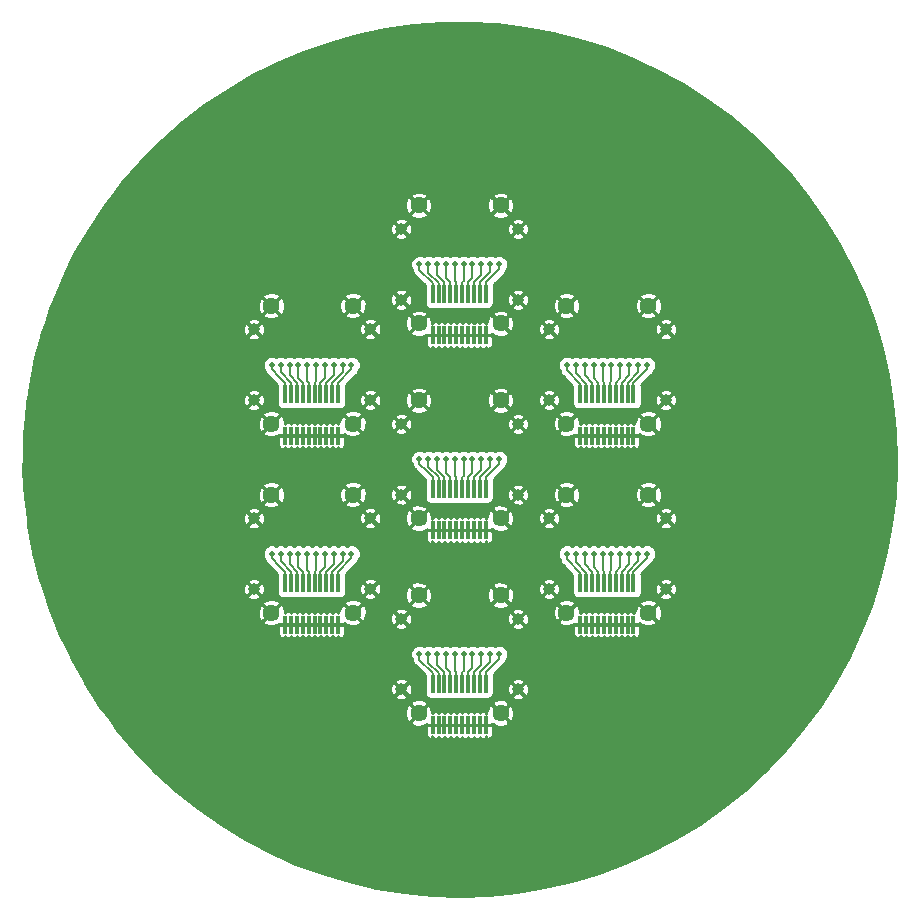
<source format=gbr>
G04 #@! TF.GenerationSoftware,KiCad,Pcbnew,(6.0.0-rc1-dev-305-gf0b8b2136)*
G04 #@! TF.CreationDate,2019-08-02T16:00:19-06:00*
G04 #@! TF.ProjectId,Gateway01,4761746577617930312E6B696361645F,rev?*
G04 #@! TF.SameCoordinates,Original*
G04 #@! TF.FileFunction,Copper,L1,Top,Signal*
G04 #@! TF.FilePolarity,Positive*
%FSLAX46Y46*%
G04 Gerber Fmt 4.6, Leading zero omitted, Abs format (unit mm)*
G04 Created by KiCad (PCBNEW (6.0.0-rc1-dev-305-gf0b8b2136)) date 08/02/19 16:00:19*
%MOMM*%
%LPD*%
G01*
G04 APERTURE LIST*
G04 #@! TA.AperFunction,ComponentPad*
%ADD10C,1.450000*%
G04 #@! TD*
G04 #@! TA.AperFunction,ComponentPad*
%ADD11C,1.000000*%
G04 #@! TD*
G04 #@! TA.AperFunction,SMDPad,CuDef*
%ADD12R,0.300000X1.500000*%
G04 #@! TD*
G04 #@! TA.AperFunction,ViaPad*
%ADD13C,0.504800*%
G04 #@! TD*
G04 #@! TA.AperFunction,Conductor*
%ADD14C,0.152400*%
G04 #@! TD*
G04 #@! TA.AperFunction,Conductor*
%ADD15C,0.254000*%
G04 #@! TD*
G04 APERTURE END LIST*
D10*
G04 #@! TO.P,U7,0*
G04 #@! TO.N,GND*
X97312000Y-92260000D03*
X90392000Y-92260000D03*
D11*
X98787000Y-94260000D03*
X88917000Y-94260000D03*
G04 #@! TD*
D10*
G04 #@! TO.P,U8,0*
G04 #@! TO.N,GND*
X97312000Y-102240000D03*
X90392000Y-102240000D03*
D11*
X98787000Y-100240000D03*
X88917000Y-100240000D03*
D12*
G04 #@! TO.P,U8,20*
G04 #@! TO.N,Net-(U7-Pad20)*
X91562000Y-99750000D03*
G04 #@! TO.P,U8,19*
G04 #@! TO.N,GND*
X91562000Y-103250000D03*
G04 #@! TO.P,U8,18*
G04 #@! TO.N,Net-(U7-Pad18)*
X92062000Y-99750000D03*
G04 #@! TO.P,U8,17*
G04 #@! TO.N,GND*
X92062000Y-103250000D03*
G04 #@! TO.P,U8,16*
G04 #@! TO.N,Net-(U7-Pad16)*
X92562000Y-99750000D03*
G04 #@! TO.P,U8,15*
G04 #@! TO.N,GND*
X92562000Y-103250000D03*
G04 #@! TO.P,U8,14*
G04 #@! TO.N,Net-(U7-Pad14)*
X93062000Y-99750000D03*
G04 #@! TO.P,U8,13*
G04 #@! TO.N,GND*
X93062000Y-103250000D03*
G04 #@! TO.P,U8,12*
G04 #@! TO.N,Net-(U7-Pad12)*
X93562000Y-99750000D03*
G04 #@! TO.P,U8,11*
G04 #@! TO.N,GND*
X93562000Y-103250000D03*
G04 #@! TO.P,U8,10*
G04 #@! TO.N,Net-(U7-Pad10)*
X94062000Y-99750000D03*
G04 #@! TO.P,U8,9*
G04 #@! TO.N,GND*
X94062000Y-103250000D03*
G04 #@! TO.P,U8,8*
G04 #@! TO.N,Net-(U7-Pad8)*
X94562000Y-99750000D03*
G04 #@! TO.P,U8,7*
G04 #@! TO.N,GND*
X94562000Y-103250000D03*
G04 #@! TO.P,U8,6*
G04 #@! TO.N,Net-(U7-Pad6)*
X95062000Y-99750000D03*
G04 #@! TO.P,U8,5*
G04 #@! TO.N,GND*
X95062000Y-103250000D03*
G04 #@! TO.P,U8,4*
G04 #@! TO.N,Net-(U7-Pad4)*
X95562000Y-99750000D03*
G04 #@! TO.P,U8,3*
G04 #@! TO.N,GND*
X95562000Y-103250000D03*
G04 #@! TO.P,U8,2*
G04 #@! TO.N,Net-(U7-Pad2)*
X96062000Y-99750000D03*
G04 #@! TO.P,U8,1*
G04 #@! TO.N,GND*
X96062000Y-103250000D03*
G04 #@! TD*
D10*
G04 #@! TO.P,U2,0*
G04 #@! TO.N,GND*
X97312000Y-85740000D03*
X90392000Y-85740000D03*
D11*
X98787000Y-83740000D03*
X88917000Y-83740000D03*
D12*
G04 #@! TO.P,U2,20*
G04 #@! TO.N,Net-(U1-Pad20)*
X91562000Y-83250000D03*
G04 #@! TO.P,U2,19*
G04 #@! TO.N,GND*
X91562000Y-86750000D03*
G04 #@! TO.P,U2,18*
G04 #@! TO.N,Net-(U1-Pad18)*
X92062000Y-83250000D03*
G04 #@! TO.P,U2,17*
G04 #@! TO.N,GND*
X92062000Y-86750000D03*
G04 #@! TO.P,U2,16*
G04 #@! TO.N,Net-(U1-Pad16)*
X92562000Y-83250000D03*
G04 #@! TO.P,U2,15*
G04 #@! TO.N,GND*
X92562000Y-86750000D03*
G04 #@! TO.P,U2,14*
G04 #@! TO.N,Net-(U1-Pad14)*
X93062000Y-83250000D03*
G04 #@! TO.P,U2,13*
G04 #@! TO.N,GND*
X93062000Y-86750000D03*
G04 #@! TO.P,U2,12*
G04 #@! TO.N,Net-(U1-Pad12)*
X93562000Y-83250000D03*
G04 #@! TO.P,U2,11*
G04 #@! TO.N,GND*
X93562000Y-86750000D03*
G04 #@! TO.P,U2,10*
G04 #@! TO.N,Net-(U1-Pad10)*
X94062000Y-83250000D03*
G04 #@! TO.P,U2,9*
G04 #@! TO.N,GND*
X94062000Y-86750000D03*
G04 #@! TO.P,U2,8*
G04 #@! TO.N,Net-(U1-Pad8)*
X94562000Y-83250000D03*
G04 #@! TO.P,U2,7*
G04 #@! TO.N,GND*
X94562000Y-86750000D03*
G04 #@! TO.P,U2,6*
G04 #@! TO.N,Net-(U1-Pad6)*
X95062000Y-83250000D03*
G04 #@! TO.P,U2,5*
G04 #@! TO.N,GND*
X95062000Y-86750000D03*
G04 #@! TO.P,U2,4*
G04 #@! TO.N,Net-(U1-Pad4)*
X95562000Y-83250000D03*
G04 #@! TO.P,U2,3*
G04 #@! TO.N,GND*
X95562000Y-86750000D03*
G04 #@! TO.P,U2,2*
G04 #@! TO.N,Net-(U1-Pad2)*
X96062000Y-83250000D03*
G04 #@! TO.P,U2,1*
G04 #@! TO.N,GND*
X96062000Y-86750000D03*
G04 #@! TD*
D10*
G04 #@! TO.P,U1,0*
G04 #@! TO.N,GND*
X97312000Y-75760000D03*
X90392000Y-75760000D03*
D11*
X98787000Y-77760000D03*
X88917000Y-77760000D03*
G04 #@! TD*
D10*
G04 #@! TO.P,U3,0*
G04 #@! TO.N,GND*
X84812000Y-84260000D03*
X77892000Y-84260000D03*
D11*
X86287000Y-86260000D03*
X76417000Y-86260000D03*
G04 #@! TD*
D10*
G04 #@! TO.P,U4,0*
G04 #@! TO.N,GND*
X84812000Y-94240000D03*
X77892000Y-94240000D03*
D11*
X86287000Y-92240000D03*
X76417000Y-92240000D03*
D12*
G04 #@! TO.P,U4,20*
G04 #@! TO.N,Net-(U3-Pad20)*
X79062000Y-91750000D03*
G04 #@! TO.P,U4,19*
G04 #@! TO.N,GND*
X79062000Y-95250000D03*
G04 #@! TO.P,U4,18*
G04 #@! TO.N,Net-(U3-Pad18)*
X79562000Y-91750000D03*
G04 #@! TO.P,U4,17*
G04 #@! TO.N,GND*
X79562000Y-95250000D03*
G04 #@! TO.P,U4,16*
G04 #@! TO.N,Net-(U3-Pad16)*
X80062000Y-91750000D03*
G04 #@! TO.P,U4,15*
G04 #@! TO.N,GND*
X80062000Y-95250000D03*
G04 #@! TO.P,U4,14*
G04 #@! TO.N,Net-(U3-Pad14)*
X80562000Y-91750000D03*
G04 #@! TO.P,U4,13*
G04 #@! TO.N,GND*
X80562000Y-95250000D03*
G04 #@! TO.P,U4,12*
G04 #@! TO.N,Net-(U3-Pad12)*
X81062000Y-91750000D03*
G04 #@! TO.P,U4,11*
G04 #@! TO.N,GND*
X81062000Y-95250000D03*
G04 #@! TO.P,U4,10*
G04 #@! TO.N,Net-(U3-Pad10)*
X81562000Y-91750000D03*
G04 #@! TO.P,U4,9*
G04 #@! TO.N,GND*
X81562000Y-95250000D03*
G04 #@! TO.P,U4,8*
G04 #@! TO.N,Net-(U3-Pad8)*
X82062000Y-91750000D03*
G04 #@! TO.P,U4,7*
G04 #@! TO.N,GND*
X82062000Y-95250000D03*
G04 #@! TO.P,U4,6*
G04 #@! TO.N,Net-(U3-Pad6)*
X82562000Y-91750000D03*
G04 #@! TO.P,U4,5*
G04 #@! TO.N,GND*
X82562000Y-95250000D03*
G04 #@! TO.P,U4,4*
G04 #@! TO.N,Net-(U3-Pad4)*
X83062000Y-91750000D03*
G04 #@! TO.P,U4,3*
G04 #@! TO.N,GND*
X83062000Y-95250000D03*
G04 #@! TO.P,U4,2*
G04 #@! TO.N,Net-(U3-Pad2)*
X83562000Y-91750000D03*
G04 #@! TO.P,U4,1*
G04 #@! TO.N,GND*
X83562000Y-95250000D03*
G04 #@! TD*
D10*
G04 #@! TO.P,U5,0*
G04 #@! TO.N,GND*
X109812000Y-84260000D03*
X102892000Y-84260000D03*
D11*
X111287000Y-86260000D03*
X101417000Y-86260000D03*
G04 #@! TD*
D10*
G04 #@! TO.P,U6,0*
G04 #@! TO.N,GND*
X109812000Y-94240000D03*
X102892000Y-94240000D03*
D11*
X111287000Y-92240000D03*
X101417000Y-92240000D03*
D12*
G04 #@! TO.P,U6,20*
G04 #@! TO.N,Net-(U5-Pad20)*
X104062000Y-91750000D03*
G04 #@! TO.P,U6,19*
G04 #@! TO.N,GND*
X104062000Y-95250000D03*
G04 #@! TO.P,U6,18*
G04 #@! TO.N,Net-(U5-Pad18)*
X104562000Y-91750000D03*
G04 #@! TO.P,U6,17*
G04 #@! TO.N,GND*
X104562000Y-95250000D03*
G04 #@! TO.P,U6,16*
G04 #@! TO.N,Net-(U5-Pad16)*
X105062000Y-91750000D03*
G04 #@! TO.P,U6,15*
G04 #@! TO.N,GND*
X105062000Y-95250000D03*
G04 #@! TO.P,U6,14*
G04 #@! TO.N,Net-(U5-Pad14)*
X105562000Y-91750000D03*
G04 #@! TO.P,U6,13*
G04 #@! TO.N,GND*
X105562000Y-95250000D03*
G04 #@! TO.P,U6,12*
G04 #@! TO.N,Net-(U5-Pad12)*
X106062000Y-91750000D03*
G04 #@! TO.P,U6,11*
G04 #@! TO.N,GND*
X106062000Y-95250000D03*
G04 #@! TO.P,U6,10*
G04 #@! TO.N,Net-(U5-Pad10)*
X106562000Y-91750000D03*
G04 #@! TO.P,U6,9*
G04 #@! TO.N,GND*
X106562000Y-95250000D03*
G04 #@! TO.P,U6,8*
G04 #@! TO.N,Net-(U5-Pad8)*
X107062000Y-91750000D03*
G04 #@! TO.P,U6,7*
G04 #@! TO.N,GND*
X107062000Y-95250000D03*
G04 #@! TO.P,U6,6*
G04 #@! TO.N,Net-(U5-Pad6)*
X107562000Y-91750000D03*
G04 #@! TO.P,U6,5*
G04 #@! TO.N,GND*
X107562000Y-95250000D03*
G04 #@! TO.P,U6,4*
G04 #@! TO.N,Net-(U5-Pad4)*
X108062000Y-91750000D03*
G04 #@! TO.P,U6,3*
G04 #@! TO.N,GND*
X108062000Y-95250000D03*
G04 #@! TO.P,U6,2*
G04 #@! TO.N,Net-(U5-Pad2)*
X108562000Y-91750000D03*
G04 #@! TO.P,U6,1*
G04 #@! TO.N,GND*
X108562000Y-95250000D03*
G04 #@! TD*
D10*
G04 #@! TO.P,U9,0*
G04 #@! TO.N,GND*
X84812000Y-100260000D03*
X77892000Y-100260000D03*
D11*
X86287000Y-102260000D03*
X76417000Y-102260000D03*
G04 #@! TD*
D10*
G04 #@! TO.P,U10,0*
G04 #@! TO.N,GND*
X84812000Y-110240000D03*
X77892000Y-110240000D03*
D11*
X86287000Y-108240000D03*
X76417000Y-108240000D03*
D12*
G04 #@! TO.P,U10,20*
G04 #@! TO.N,Net-(U10-Pad20)*
X79062000Y-107750000D03*
G04 #@! TO.P,U10,19*
G04 #@! TO.N,GND*
X79062000Y-111250000D03*
G04 #@! TO.P,U10,18*
G04 #@! TO.N,Net-(U10-Pad18)*
X79562000Y-107750000D03*
G04 #@! TO.P,U10,17*
G04 #@! TO.N,GND*
X79562000Y-111250000D03*
G04 #@! TO.P,U10,16*
G04 #@! TO.N,Net-(U10-Pad16)*
X80062000Y-107750000D03*
G04 #@! TO.P,U10,15*
G04 #@! TO.N,GND*
X80062000Y-111250000D03*
G04 #@! TO.P,U10,14*
G04 #@! TO.N,Net-(U10-Pad14)*
X80562000Y-107750000D03*
G04 #@! TO.P,U10,13*
G04 #@! TO.N,GND*
X80562000Y-111250000D03*
G04 #@! TO.P,U10,12*
G04 #@! TO.N,Net-(U10-Pad12)*
X81062000Y-107750000D03*
G04 #@! TO.P,U10,11*
G04 #@! TO.N,GND*
X81062000Y-111250000D03*
G04 #@! TO.P,U10,10*
G04 #@! TO.N,Net-(U10-Pad10)*
X81562000Y-107750000D03*
G04 #@! TO.P,U10,9*
G04 #@! TO.N,GND*
X81562000Y-111250000D03*
G04 #@! TO.P,U10,8*
G04 #@! TO.N,Net-(U10-Pad8)*
X82062000Y-107750000D03*
G04 #@! TO.P,U10,7*
G04 #@! TO.N,GND*
X82062000Y-111250000D03*
G04 #@! TO.P,U10,6*
G04 #@! TO.N,Net-(U10-Pad6)*
X82562000Y-107750000D03*
G04 #@! TO.P,U10,5*
G04 #@! TO.N,GND*
X82562000Y-111250000D03*
G04 #@! TO.P,U10,4*
G04 #@! TO.N,Net-(U10-Pad4)*
X83062000Y-107750000D03*
G04 #@! TO.P,U10,3*
G04 #@! TO.N,GND*
X83062000Y-111250000D03*
G04 #@! TO.P,U10,2*
G04 #@! TO.N,Net-(U10-Pad2)*
X83562000Y-107750000D03*
G04 #@! TO.P,U10,1*
G04 #@! TO.N,GND*
X83562000Y-111250000D03*
G04 #@! TD*
D10*
G04 #@! TO.P,U13,0*
G04 #@! TO.N,GND*
X97312000Y-108760000D03*
X90392000Y-108760000D03*
D11*
X98787000Y-110760000D03*
X88917000Y-110760000D03*
G04 #@! TD*
D10*
G04 #@! TO.P,U14,0*
G04 #@! TO.N,GND*
X97312000Y-118740000D03*
X90392000Y-118740000D03*
D11*
X98787000Y-116740000D03*
X88917000Y-116740000D03*
D12*
G04 #@! TO.P,U14,20*
G04 #@! TO.N,Net-(U13-Pad20)*
X91562000Y-116250000D03*
G04 #@! TO.P,U14,19*
G04 #@! TO.N,GND*
X91562000Y-119750000D03*
G04 #@! TO.P,U14,18*
G04 #@! TO.N,Net-(U13-Pad18)*
X92062000Y-116250000D03*
G04 #@! TO.P,U14,17*
G04 #@! TO.N,GND*
X92062000Y-119750000D03*
G04 #@! TO.P,U14,16*
G04 #@! TO.N,Net-(U13-Pad16)*
X92562000Y-116250000D03*
G04 #@! TO.P,U14,15*
G04 #@! TO.N,GND*
X92562000Y-119750000D03*
G04 #@! TO.P,U14,14*
G04 #@! TO.N,Net-(U13-Pad14)*
X93062000Y-116250000D03*
G04 #@! TO.P,U14,13*
G04 #@! TO.N,GND*
X93062000Y-119750000D03*
G04 #@! TO.P,U14,12*
G04 #@! TO.N,Net-(U13-Pad12)*
X93562000Y-116250000D03*
G04 #@! TO.P,U14,11*
G04 #@! TO.N,GND*
X93562000Y-119750000D03*
G04 #@! TO.P,U14,10*
G04 #@! TO.N,Net-(U13-Pad10)*
X94062000Y-116250000D03*
G04 #@! TO.P,U14,9*
G04 #@! TO.N,GND*
X94062000Y-119750000D03*
G04 #@! TO.P,U14,8*
G04 #@! TO.N,Net-(U13-Pad8)*
X94562000Y-116250000D03*
G04 #@! TO.P,U14,7*
G04 #@! TO.N,GND*
X94562000Y-119750000D03*
G04 #@! TO.P,U14,6*
G04 #@! TO.N,Net-(U13-Pad6)*
X95062000Y-116250000D03*
G04 #@! TO.P,U14,5*
G04 #@! TO.N,GND*
X95062000Y-119750000D03*
G04 #@! TO.P,U14,4*
G04 #@! TO.N,Net-(U13-Pad4)*
X95562000Y-116250000D03*
G04 #@! TO.P,U14,3*
G04 #@! TO.N,GND*
X95562000Y-119750000D03*
G04 #@! TO.P,U14,2*
G04 #@! TO.N,Net-(U13-Pad2)*
X96062000Y-116250000D03*
G04 #@! TO.P,U14,1*
G04 #@! TO.N,GND*
X96062000Y-119750000D03*
G04 #@! TD*
D10*
G04 #@! TO.P,U11,0*
G04 #@! TO.N,GND*
X109812000Y-100260000D03*
X102892000Y-100260000D03*
D11*
X111287000Y-102260000D03*
X101417000Y-102260000D03*
G04 #@! TD*
D10*
G04 #@! TO.P,U12,0*
G04 #@! TO.N,GND*
X109812000Y-110240000D03*
X102892000Y-110240000D03*
D11*
X111287000Y-108240000D03*
X101417000Y-108240000D03*
D12*
G04 #@! TO.P,U12,20*
G04 #@! TO.N,Net-(U11-Pad20)*
X104062000Y-107750000D03*
G04 #@! TO.P,U12,19*
G04 #@! TO.N,GND*
X104062000Y-111250000D03*
G04 #@! TO.P,U12,18*
G04 #@! TO.N,Net-(U11-Pad18)*
X104562000Y-107750000D03*
G04 #@! TO.P,U12,17*
G04 #@! TO.N,GND*
X104562000Y-111250000D03*
G04 #@! TO.P,U12,16*
G04 #@! TO.N,Net-(U11-Pad16)*
X105062000Y-107750000D03*
G04 #@! TO.P,U12,15*
G04 #@! TO.N,GND*
X105062000Y-111250000D03*
G04 #@! TO.P,U12,14*
G04 #@! TO.N,Net-(U11-Pad14)*
X105562000Y-107750000D03*
G04 #@! TO.P,U12,13*
G04 #@! TO.N,GND*
X105562000Y-111250000D03*
G04 #@! TO.P,U12,12*
G04 #@! TO.N,Net-(U11-Pad12)*
X106062000Y-107750000D03*
G04 #@! TO.P,U12,11*
G04 #@! TO.N,GND*
X106062000Y-111250000D03*
G04 #@! TO.P,U12,10*
G04 #@! TO.N,Net-(U11-Pad10)*
X106562000Y-107750000D03*
G04 #@! TO.P,U12,9*
G04 #@! TO.N,GND*
X106562000Y-111250000D03*
G04 #@! TO.P,U12,8*
G04 #@! TO.N,Net-(U11-Pad8)*
X107062000Y-107750000D03*
G04 #@! TO.P,U12,7*
G04 #@! TO.N,GND*
X107062000Y-111250000D03*
G04 #@! TO.P,U12,6*
G04 #@! TO.N,Net-(U11-Pad6)*
X107562000Y-107750000D03*
G04 #@! TO.P,U12,5*
G04 #@! TO.N,GND*
X107562000Y-111250000D03*
G04 #@! TO.P,U12,4*
G04 #@! TO.N,Net-(U11-Pad4)*
X108062000Y-107750000D03*
G04 #@! TO.P,U12,3*
G04 #@! TO.N,GND*
X108062000Y-111250000D03*
G04 #@! TO.P,U12,2*
G04 #@! TO.N,Net-(U11-Pad2)*
X108562000Y-107750000D03*
G04 #@! TO.P,U12,1*
G04 #@! TO.N,GND*
X108562000Y-111250000D03*
G04 #@! TD*
D13*
G04 #@! TO.N,Net-(U3-Pad2)*
X84687000Y-89250000D03*
G04 #@! TO.N,Net-(U3-Pad4)*
X83937000Y-89250000D03*
G04 #@! TO.N,Net-(U3-Pad6)*
X83187000Y-89250000D03*
G04 #@! TO.N,Net-(U3-Pad8)*
X82437000Y-89250000D03*
G04 #@! TO.N,Net-(U3-Pad10)*
X81687000Y-89250000D03*
G04 #@! TO.N,Net-(U3-Pad12)*
X80947000Y-89250000D03*
G04 #@! TO.N,Net-(U3-Pad14)*
X80197000Y-89250000D03*
G04 #@! TO.N,Net-(U3-Pad16)*
X79447000Y-89250000D03*
G04 #@! TO.N,Net-(U3-Pad18)*
X78697000Y-89250000D03*
G04 #@! TO.N,Net-(U3-Pad20)*
X77947000Y-89250000D03*
G04 #@! TO.N,Net-(U1-Pad2)*
X97187000Y-80750000D03*
G04 #@! TO.N,Net-(U1-Pad4)*
X96437000Y-80750000D03*
G04 #@! TO.N,Net-(U1-Pad6)*
X95687000Y-80750000D03*
G04 #@! TO.N,Net-(U1-Pad8)*
X94937000Y-80750000D03*
G04 #@! TO.N,Net-(U1-Pad10)*
X94187000Y-80750000D03*
G04 #@! TO.N,Net-(U1-Pad12)*
X93447000Y-80750000D03*
G04 #@! TO.N,Net-(U1-Pad14)*
X92697000Y-80750000D03*
G04 #@! TO.N,Net-(U1-Pad16)*
X91947000Y-80750000D03*
G04 #@! TO.N,Net-(U1-Pad18)*
X91197000Y-80750000D03*
G04 #@! TO.N,Net-(U1-Pad20)*
X90447000Y-80750000D03*
G04 #@! TO.N,Net-(U5-Pad2)*
X109687000Y-89250000D03*
G04 #@! TO.N,Net-(U5-Pad4)*
X108937000Y-89250000D03*
G04 #@! TO.N,Net-(U5-Pad6)*
X108187000Y-89250000D03*
G04 #@! TO.N,Net-(U5-Pad8)*
X107437000Y-89250000D03*
G04 #@! TO.N,Net-(U5-Pad10)*
X106687000Y-89250000D03*
G04 #@! TO.N,Net-(U5-Pad12)*
X105947000Y-89250000D03*
G04 #@! TO.N,Net-(U5-Pad14)*
X105197000Y-89250000D03*
G04 #@! TO.N,Net-(U5-Pad16)*
X104447000Y-89250000D03*
G04 #@! TO.N,Net-(U5-Pad18)*
X103697000Y-89250000D03*
G04 #@! TO.N,Net-(U5-Pad20)*
X102947000Y-89250000D03*
G04 #@! TO.N,Net-(U7-Pad2)*
X97187000Y-97250000D03*
G04 #@! TO.N,Net-(U7-Pad4)*
X96437000Y-97250000D03*
G04 #@! TO.N,Net-(U7-Pad6)*
X95687000Y-97250000D03*
G04 #@! TO.N,Net-(U7-Pad8)*
X94937000Y-97250000D03*
G04 #@! TO.N,Net-(U7-Pad10)*
X94187000Y-97250000D03*
G04 #@! TO.N,Net-(U7-Pad12)*
X93447000Y-97250000D03*
G04 #@! TO.N,Net-(U7-Pad14)*
X92697000Y-97250000D03*
G04 #@! TO.N,Net-(U7-Pad16)*
X91947000Y-97250000D03*
G04 #@! TO.N,Net-(U7-Pad18)*
X91197000Y-97250000D03*
G04 #@! TO.N,Net-(U7-Pad20)*
X90447000Y-97250000D03*
G04 #@! TO.N,Net-(U10-Pad2)*
X84687000Y-105250000D03*
G04 #@! TO.N,Net-(U10-Pad4)*
X83937000Y-105250000D03*
G04 #@! TO.N,Net-(U10-Pad6)*
X83187000Y-105250000D03*
G04 #@! TO.N,Net-(U10-Pad8)*
X82437000Y-105250000D03*
G04 #@! TO.N,Net-(U10-Pad10)*
X81687000Y-105250000D03*
G04 #@! TO.N,Net-(U10-Pad12)*
X80947000Y-105250000D03*
G04 #@! TO.N,Net-(U10-Pad14)*
X80197000Y-105250000D03*
G04 #@! TO.N,Net-(U10-Pad16)*
X79447000Y-105250000D03*
G04 #@! TO.N,Net-(U10-Pad18)*
X78697000Y-105250000D03*
G04 #@! TO.N,Net-(U10-Pad20)*
X77947000Y-105250000D03*
G04 #@! TO.N,Net-(U11-Pad2)*
X109687000Y-105250000D03*
G04 #@! TO.N,Net-(U11-Pad4)*
X108937000Y-105250000D03*
G04 #@! TO.N,Net-(U11-Pad6)*
X108187000Y-105250000D03*
G04 #@! TO.N,Net-(U11-Pad8)*
X107437000Y-105250000D03*
G04 #@! TO.N,Net-(U11-Pad10)*
X106687000Y-105250000D03*
G04 #@! TO.N,Net-(U11-Pad12)*
X105947000Y-105250000D03*
G04 #@! TO.N,Net-(U11-Pad14)*
X105197000Y-105250000D03*
G04 #@! TO.N,Net-(U11-Pad16)*
X104447000Y-105250000D03*
G04 #@! TO.N,Net-(U11-Pad18)*
X103697000Y-105250000D03*
G04 #@! TO.N,Net-(U11-Pad20)*
X102947000Y-105250000D03*
G04 #@! TO.N,Net-(U13-Pad20)*
X90447000Y-113750000D03*
G04 #@! TO.N,Net-(U13-Pad18)*
X91197000Y-113750000D03*
G04 #@! TO.N,Net-(U13-Pad16)*
X91947000Y-113750000D03*
G04 #@! TO.N,Net-(U13-Pad14)*
X92697000Y-113750000D03*
G04 #@! TO.N,Net-(U13-Pad12)*
X93447000Y-113750000D03*
G04 #@! TO.N,Net-(U13-Pad10)*
X94187000Y-113750000D03*
G04 #@! TO.N,Net-(U13-Pad8)*
X94937000Y-113750000D03*
G04 #@! TO.N,Net-(U13-Pad6)*
X95687000Y-113750000D03*
G04 #@! TO.N,Net-(U13-Pad4)*
X96437000Y-113750000D03*
G04 #@! TO.N,Net-(U13-Pad2)*
X97187000Y-113750000D03*
G04 #@! TD*
D14*
G04 #@! TO.N,Net-(U3-Pad2)*
X84687000Y-89645000D02*
X84687000Y-89250000D01*
X83562000Y-91750000D02*
X83562000Y-90770000D01*
X83562000Y-90770000D02*
X84687000Y-89645000D01*
G04 #@! TO.N,Net-(U3-Pad4)*
X83937000Y-89606947D02*
X83937000Y-89250000D01*
X83062000Y-91750000D02*
X83062000Y-90763765D01*
X83062000Y-90763765D02*
X83937000Y-89888765D01*
X83937000Y-89888765D02*
X83937000Y-89606947D01*
G04 #@! TO.N,Net-(U3-Pad6)*
X82562000Y-91750000D02*
X82562000Y-90765382D01*
X82562000Y-90765382D02*
X83187000Y-90140382D01*
X83187000Y-90140382D02*
X83187000Y-89250000D01*
G04 #@! TO.N,Net-(U3-Pad8)*
X82437000Y-90392000D02*
X82437000Y-89250000D01*
X82062000Y-91750000D02*
X82062000Y-90767000D01*
X82062000Y-90767000D02*
X82437000Y-90392000D01*
G04 #@! TO.N,Net-(U3-Pad10)*
X81687000Y-90643000D02*
X81687000Y-89250000D01*
X81562000Y-90768000D02*
X81687000Y-90643000D01*
X81562000Y-91750000D02*
X81562000Y-90768000D01*
G04 #@! TO.N,Net-(U3-Pad12)*
X80947000Y-90656000D02*
X80947000Y-89250000D01*
X81062000Y-90771000D02*
X80947000Y-90656000D01*
X81062000Y-91750000D02*
X81062000Y-90771000D01*
G04 #@! TO.N,Net-(U3-Pad14)*
X80562000Y-91750000D02*
X80562000Y-90766000D01*
X80562000Y-90766000D02*
X80197000Y-90401000D01*
X80197000Y-90401000D02*
X80197000Y-89250000D01*
G04 #@! TO.N,Net-(U3-Pad16)*
X80062000Y-91750000D02*
X80062000Y-90764382D01*
X79447000Y-90149382D02*
X79447000Y-89606947D01*
X79447000Y-89606947D02*
X79447000Y-89250000D01*
X80062000Y-90764382D02*
X79447000Y-90149382D01*
G04 #@! TO.N,Net-(U3-Pad18)*
X79562000Y-90762764D02*
X78697000Y-89897764D01*
X78697000Y-89897764D02*
X78697000Y-89250000D01*
X79562000Y-91750000D02*
X79562000Y-90762764D01*
G04 #@! TO.N,Net-(U3-Pad20)*
X77947000Y-89646146D02*
X77947000Y-89606947D01*
X78554000Y-90253146D02*
X77947000Y-89646146D01*
X78554000Y-90255000D02*
X78554000Y-90253146D01*
X79062000Y-91750000D02*
X79062000Y-90763000D01*
X77947000Y-89606947D02*
X77947000Y-89250000D01*
X79062000Y-90763000D02*
X78554000Y-90255000D01*
G04 #@! TO.N,Net-(U1-Pad2)*
X96062000Y-83250000D02*
X96062000Y-82270000D01*
X97187000Y-81145000D02*
X97187000Y-80750000D01*
X96062000Y-82270000D02*
X97187000Y-81145000D01*
G04 #@! TO.N,Net-(U1-Pad4)*
X96437000Y-81106947D02*
X96437000Y-80750000D01*
X96437000Y-81388765D02*
X96437000Y-81106947D01*
X95562000Y-82263765D02*
X96437000Y-81388765D01*
X95562000Y-83250000D02*
X95562000Y-82263765D01*
G04 #@! TO.N,Net-(U1-Pad6)*
X95687000Y-81640382D02*
X95687000Y-80750000D01*
X95062000Y-82265382D02*
X95687000Y-81640382D01*
X95062000Y-83250000D02*
X95062000Y-82265382D01*
G04 #@! TO.N,Net-(U1-Pad8)*
X94562000Y-83250000D02*
X94562001Y-82266999D01*
X94937000Y-81892000D02*
X94937000Y-80750000D01*
X94562001Y-82266999D02*
X94937000Y-81892000D01*
G04 #@! TO.N,Net-(U1-Pad10)*
X94062000Y-83250000D02*
X94062000Y-82268000D01*
X94187000Y-82143000D02*
X94187000Y-80750000D01*
X94062000Y-82268000D02*
X94187000Y-82143000D01*
G04 #@! TO.N,Net-(U1-Pad12)*
X93562000Y-83250000D02*
X93562000Y-82271000D01*
X93447000Y-82156000D02*
X93447000Y-80750000D01*
X93562000Y-82271000D02*
X93447000Y-82156000D01*
G04 #@! TO.N,Net-(U1-Pad14)*
X93062000Y-83250000D02*
X93062000Y-82266000D01*
X92697000Y-81901000D02*
X92697000Y-80750000D01*
X93062000Y-82266000D02*
X92697000Y-81901000D01*
G04 #@! TO.N,Net-(U1-Pad16)*
X91947000Y-81106947D02*
X91947000Y-80750000D01*
X91947000Y-81649382D02*
X91947000Y-81106947D01*
X92562000Y-82264382D02*
X91947000Y-81649382D01*
X92562000Y-83250000D02*
X92562000Y-82264382D01*
G04 #@! TO.N,Net-(U1-Pad18)*
X91197000Y-81106947D02*
X91197000Y-80750000D01*
X91197000Y-81482600D02*
X91197000Y-81106947D01*
X92062000Y-82347600D02*
X91197000Y-81482600D01*
X92062000Y-83250000D02*
X92062000Y-82347600D01*
G04 #@! TO.N,Net-(U1-Pad20)*
X90447000Y-81106947D02*
X90447000Y-80750000D01*
X90447000Y-81232600D02*
X90447000Y-81106947D01*
X91562000Y-83250000D02*
X91562000Y-82347600D01*
X91562000Y-82347600D02*
X90447000Y-81232600D01*
G04 #@! TO.N,Net-(U5-Pad2)*
X108562000Y-91750000D02*
X108562000Y-90770000D01*
X109687000Y-89645000D02*
X109687000Y-89250000D01*
X108562000Y-90770000D02*
X109687000Y-89645000D01*
G04 #@! TO.N,Net-(U5-Pad4)*
X108937000Y-89888765D02*
X108937000Y-89606947D01*
X108062000Y-91750000D02*
X108062000Y-90763765D01*
X108062000Y-90763765D02*
X108937000Y-89888765D01*
X108937000Y-89606947D02*
X108937000Y-89250000D01*
G04 #@! TO.N,Net-(U5-Pad6)*
X107562000Y-91750000D02*
X107562000Y-90765382D01*
X107562000Y-90765382D02*
X108187000Y-90140382D01*
X108187000Y-90140382D02*
X108187000Y-89250000D01*
G04 #@! TO.N,Net-(U5-Pad8)*
X107062000Y-91750000D02*
X107062001Y-90766999D01*
X107062001Y-90766999D02*
X107437000Y-90392000D01*
X107437000Y-90392000D02*
X107437000Y-89250000D01*
G04 #@! TO.N,Net-(U5-Pad10)*
X106562000Y-91750000D02*
X106562000Y-90768000D01*
X106687000Y-90643000D02*
X106687000Y-89250000D01*
X106562000Y-90768000D02*
X106687000Y-90643000D01*
G04 #@! TO.N,Net-(U5-Pad12)*
X105947000Y-90656000D02*
X105947000Y-89250000D01*
X106062000Y-90771000D02*
X105947000Y-90656000D01*
X106062000Y-91750000D02*
X106062000Y-90771000D01*
G04 #@! TO.N,Net-(U5-Pad14)*
X105197000Y-90401000D02*
X105197000Y-89250000D01*
X105562000Y-91750000D02*
X105562000Y-90766000D01*
X105562000Y-90766000D02*
X105197000Y-90401000D01*
G04 #@! TO.N,Net-(U5-Pad16)*
X105062000Y-90764382D02*
X104447000Y-90149382D01*
X105062000Y-91750000D02*
X105062000Y-90764382D01*
X104447000Y-90149382D02*
X104447000Y-89606947D01*
X104447000Y-89606947D02*
X104447000Y-89250000D01*
G04 #@! TO.N,Net-(U5-Pad18)*
X104562000Y-90847600D02*
X103697000Y-89982600D01*
X103697000Y-89606947D02*
X103697000Y-89250000D01*
X103697000Y-89982600D02*
X103697000Y-89606947D01*
X104562000Y-91750000D02*
X104562000Y-90847600D01*
G04 #@! TO.N,Net-(U5-Pad20)*
X104062000Y-91750000D02*
X104062000Y-90847600D01*
X104062000Y-90847600D02*
X102947000Y-89732600D01*
X102947000Y-89606947D02*
X102947000Y-89250000D01*
X102947000Y-89732600D02*
X102947000Y-89606947D01*
G04 #@! TO.N,Net-(U7-Pad2)*
X97187000Y-97645000D02*
X97187000Y-97250000D01*
X96062000Y-98770000D02*
X97187000Y-97645000D01*
X96062000Y-99750000D02*
X96062000Y-98770000D01*
G04 #@! TO.N,Net-(U7-Pad4)*
X95562000Y-99750000D02*
X95562000Y-98763765D01*
X96437000Y-97888765D02*
X96437000Y-97606947D01*
X95562000Y-98763765D02*
X96437000Y-97888765D01*
X96437000Y-97606947D02*
X96437000Y-97250000D01*
G04 #@! TO.N,Net-(U7-Pad6)*
X95062000Y-98765382D02*
X95687000Y-98140382D01*
X95062000Y-99750000D02*
X95062000Y-98765382D01*
X95687000Y-98140382D02*
X95687000Y-97250000D01*
G04 #@! TO.N,Net-(U7-Pad8)*
X94562000Y-99750000D02*
X94562000Y-98767000D01*
X94937000Y-98392000D02*
X94937000Y-97250000D01*
X94562000Y-98767000D02*
X94937000Y-98392000D01*
G04 #@! TO.N,Net-(U7-Pad10)*
X94187000Y-98643000D02*
X94187000Y-97250000D01*
X94062000Y-98768000D02*
X94187000Y-98643000D01*
X94062000Y-99750000D02*
X94062000Y-98768000D01*
G04 #@! TO.N,Net-(U7-Pad12)*
X93562000Y-99750000D02*
X93562000Y-98771000D01*
X93447000Y-98656000D02*
X93447000Y-97250000D01*
X93562000Y-98771000D02*
X93447000Y-98656000D01*
G04 #@! TO.N,Net-(U7-Pad14)*
X92697000Y-98401000D02*
X92697000Y-97250000D01*
X93062000Y-99750000D02*
X93062000Y-98766000D01*
X93062000Y-98766000D02*
X92697000Y-98401000D01*
G04 #@! TO.N,Net-(U7-Pad16)*
X92562000Y-98764382D02*
X91947000Y-98149382D01*
X92562000Y-99750000D02*
X92562000Y-98764382D01*
X91947000Y-97606947D02*
X91947000Y-97250000D01*
X91947000Y-98149382D02*
X91947000Y-97606947D01*
G04 #@! TO.N,Net-(U7-Pad18)*
X92062000Y-99750000D02*
X92062000Y-98762764D01*
X92062000Y-98762764D02*
X91197000Y-97897764D01*
X91197000Y-97897764D02*
X91197000Y-97250000D01*
G04 #@! TO.N,Net-(U7-Pad20)*
X91562000Y-98763000D02*
X91054000Y-98255000D01*
X91054000Y-98255000D02*
X91054000Y-98253146D01*
X91054000Y-98253146D02*
X90447000Y-97646146D01*
X91562000Y-99750000D02*
X91562000Y-98763000D01*
X90447000Y-97646146D02*
X90447000Y-97250000D01*
G04 #@! TO.N,Net-(U10-Pad2)*
X84687000Y-105645000D02*
X84687000Y-105250000D01*
X83562000Y-107750000D02*
X83562000Y-106770000D01*
X83562000Y-106770000D02*
X84687000Y-105645000D01*
G04 #@! TO.N,Net-(U10-Pad4)*
X83062000Y-107750000D02*
X83062000Y-106763765D01*
X83937000Y-105888765D02*
X83937000Y-105606947D01*
X83062000Y-106763765D02*
X83937000Y-105888765D01*
X83937000Y-105606947D02*
X83937000Y-105250000D01*
G04 #@! TO.N,Net-(U10-Pad6)*
X82562000Y-107750000D02*
X82562000Y-106765382D01*
X83187000Y-106140382D02*
X83187000Y-105250000D01*
X82562000Y-106765382D02*
X83187000Y-106140382D01*
G04 #@! TO.N,Net-(U10-Pad8)*
X82437000Y-106392000D02*
X82437000Y-105250000D01*
X82062000Y-107750000D02*
X82062000Y-106767000D01*
X82062000Y-106767000D02*
X82437000Y-106392000D01*
G04 #@! TO.N,Net-(U10-Pad10)*
X81562000Y-107750000D02*
X81562000Y-106768000D01*
X81687000Y-106643000D02*
X81687000Y-105250000D01*
X81562000Y-106768000D02*
X81687000Y-106643000D01*
G04 #@! TO.N,Net-(U10-Pad12)*
X80947000Y-106656000D02*
X80947000Y-105250000D01*
X81062000Y-106771000D02*
X80947000Y-106656000D01*
X81062000Y-107750000D02*
X81062000Y-106771000D01*
G04 #@! TO.N,Net-(U10-Pad14)*
X80197000Y-106401000D02*
X80197000Y-105250000D01*
X80562000Y-106766000D02*
X80197000Y-106401000D01*
X80562000Y-107750000D02*
X80562000Y-106766000D01*
G04 #@! TO.N,Net-(U10-Pad16)*
X80062000Y-107750000D02*
X80062000Y-106764382D01*
X80062000Y-106764382D02*
X79447000Y-106149382D01*
X79447000Y-106149382D02*
X79447000Y-105606947D01*
X79447000Y-105606947D02*
X79447000Y-105250000D01*
G04 #@! TO.N,Net-(U10-Pad18)*
X78697000Y-105897764D02*
X78697000Y-105250000D01*
X79562000Y-107750000D02*
X79562000Y-106762764D01*
X79562000Y-106762764D02*
X78697000Y-105897764D01*
G04 #@! TO.N,Net-(U10-Pad20)*
X77947000Y-105646146D02*
X77947000Y-105606947D01*
X78554000Y-106253146D02*
X77947000Y-105646146D01*
X78554000Y-106255000D02*
X78554000Y-106253146D01*
X79062000Y-107750000D02*
X79062000Y-106763000D01*
X77947000Y-105606947D02*
X77947000Y-105250000D01*
X79062000Y-106763000D02*
X78554000Y-106255000D01*
G04 #@! TO.N,Net-(U11-Pad2)*
X108562000Y-107750000D02*
X108562000Y-106770000D01*
X108562000Y-106770000D02*
X109687000Y-105645000D01*
X109687000Y-105645000D02*
X109687000Y-105250000D01*
G04 #@! TO.N,Net-(U11-Pad4)*
X108062000Y-107750000D02*
X108062000Y-106763765D01*
X108062000Y-106763765D02*
X108937000Y-105888765D01*
X108937000Y-105606947D02*
X108937000Y-105250000D01*
X108937000Y-105888765D02*
X108937000Y-105606947D01*
G04 #@! TO.N,Net-(U11-Pad6)*
X108187000Y-106140382D02*
X108187000Y-105250000D01*
X107562000Y-107750000D02*
X107562000Y-106765382D01*
X107562000Y-106765382D02*
X108187000Y-106140382D01*
G04 #@! TO.N,Net-(U11-Pad8)*
X107062001Y-106766999D02*
X107437000Y-106392000D01*
X107437000Y-106392000D02*
X107437000Y-105250000D01*
X107062000Y-107750000D02*
X107062001Y-106766999D01*
G04 #@! TO.N,Net-(U11-Pad10)*
X106687000Y-106643000D02*
X106687000Y-105250000D01*
X106562000Y-106768000D02*
X106687000Y-106643000D01*
X106562000Y-107750000D02*
X106562000Y-106768000D01*
G04 #@! TO.N,Net-(U11-Pad12)*
X106062000Y-107750000D02*
X106062000Y-106771000D01*
X105947000Y-106656000D02*
X105947000Y-105250000D01*
X106062000Y-106771000D02*
X105947000Y-106656000D01*
G04 #@! TO.N,Net-(U11-Pad14)*
X105197000Y-106401000D02*
X105197000Y-105250000D01*
X105562000Y-107750000D02*
X105562000Y-106766000D01*
X105562000Y-106766000D02*
X105197000Y-106401000D01*
G04 #@! TO.N,Net-(U11-Pad16)*
X104447000Y-106149382D02*
X104447000Y-105606947D01*
X104447000Y-105606947D02*
X104447000Y-105250000D01*
X105062000Y-107750000D02*
X105062000Y-106764382D01*
X105062000Y-106764382D02*
X104447000Y-106149382D01*
G04 #@! TO.N,Net-(U11-Pad18)*
X103697000Y-105606947D02*
X103697000Y-105250000D01*
X103697000Y-105982600D02*
X103697000Y-105606947D01*
X104562000Y-106847600D02*
X103697000Y-105982600D01*
X104562000Y-107750000D02*
X104562000Y-106847600D01*
G04 #@! TO.N,Net-(U11-Pad20)*
X104062000Y-107750000D02*
X104062000Y-106847600D01*
X102947000Y-105606947D02*
X102947000Y-105250000D01*
X104062000Y-106847600D02*
X102947000Y-105732600D01*
X102947000Y-105732600D02*
X102947000Y-105606947D01*
G04 #@! TO.N,Net-(U13-Pad20)*
X91562000Y-116250000D02*
X91562000Y-115347600D01*
X91562000Y-115347600D02*
X90447000Y-114232600D01*
X90447000Y-114106947D02*
X90447000Y-113750000D01*
X90447000Y-114232600D02*
X90447000Y-114106947D01*
G04 #@! TO.N,Net-(U13-Pad18)*
X92062000Y-115347600D02*
X91197000Y-114482600D01*
X91197000Y-114106947D02*
X91197000Y-113750000D01*
X91197000Y-114482600D02*
X91197000Y-114106947D01*
X92062000Y-116250000D02*
X92062000Y-115347600D01*
G04 #@! TO.N,Net-(U13-Pad16)*
X92562000Y-115264382D02*
X91947000Y-114649382D01*
X92562000Y-116250000D02*
X92562000Y-115264382D01*
X91947000Y-114649382D02*
X91947000Y-114106947D01*
X91947000Y-114106947D02*
X91947000Y-113750000D01*
G04 #@! TO.N,Net-(U13-Pad14)*
X92697000Y-114901000D02*
X92697000Y-113750000D01*
X93062000Y-116250000D02*
X93062000Y-115266000D01*
X93062000Y-115266000D02*
X92697000Y-114901000D01*
G04 #@! TO.N,Net-(U13-Pad12)*
X93447000Y-115156000D02*
X93447000Y-113750000D01*
X93562000Y-115271000D02*
X93447000Y-115156000D01*
X93562000Y-116250000D02*
X93562000Y-115271000D01*
G04 #@! TO.N,Net-(U13-Pad10)*
X94062000Y-116250000D02*
X94062000Y-115268000D01*
X94187000Y-115143000D02*
X94187000Y-113750000D01*
X94062000Y-115268000D02*
X94187000Y-115143000D01*
G04 #@! TO.N,Net-(U13-Pad8)*
X94562000Y-116250000D02*
X94562001Y-115266999D01*
X94562001Y-115266999D02*
X94937000Y-114892000D01*
X94937000Y-114892000D02*
X94937000Y-113750000D01*
G04 #@! TO.N,Net-(U13-Pad6)*
X95062000Y-116250000D02*
X95062000Y-115265382D01*
X95062000Y-115265382D02*
X95687000Y-114640382D01*
X95687000Y-114640382D02*
X95687000Y-113750000D01*
G04 #@! TO.N,Net-(U13-Pad4)*
X96437000Y-114388765D02*
X96437000Y-114106947D01*
X95562000Y-116250000D02*
X95562000Y-115263765D01*
X95562000Y-115263765D02*
X96437000Y-114388765D01*
X96437000Y-114106947D02*
X96437000Y-113750000D01*
G04 #@! TO.N,Net-(U13-Pad2)*
X96062000Y-116250000D02*
X96062000Y-115270000D01*
X97187000Y-114145000D02*
X97187000Y-113750000D01*
X96062000Y-115270000D02*
X97187000Y-114145000D01*
G04 #@! TD*
D15*
G04 #@! TO.N,GND*
G36*
X97007984Y-60437034D02*
X99377032Y-60717429D01*
X101723047Y-61150120D01*
X104036249Y-61733303D01*
X106306996Y-62464546D01*
X108525820Y-63340802D01*
X110683473Y-64358417D01*
X112770960Y-65513150D01*
X114779578Y-66800186D01*
X116700953Y-68214160D01*
X118527077Y-69749177D01*
X120250337Y-71398839D01*
X121863547Y-73156268D01*
X123359985Y-75014139D01*
X124733410Y-76964705D01*
X125978099Y-78999836D01*
X127088861Y-81111048D01*
X128061066Y-83289539D01*
X128890662Y-85526228D01*
X129574191Y-87811790D01*
X130108801Y-90136698D01*
X130492266Y-92491260D01*
X130722986Y-94865660D01*
X130800000Y-97250000D01*
X130793191Y-97959307D01*
X130670418Y-100341729D01*
X130394158Y-102711262D01*
X129965562Y-105058029D01*
X129386418Y-107372245D01*
X128659139Y-109644265D01*
X127786757Y-111864615D01*
X126772909Y-114024041D01*
X125621822Y-116113540D01*
X124338294Y-118124401D01*
X122927675Y-120048242D01*
X121395847Y-121877042D01*
X119749195Y-123603178D01*
X117994584Y-125219453D01*
X116139329Y-126719131D01*
X114191162Y-128095959D01*
X112158207Y-129344197D01*
X110048937Y-130458642D01*
X107872146Y-131434649D01*
X105636909Y-132268147D01*
X103352542Y-132955663D01*
X101028571Y-133494331D01*
X98674682Y-133881905D01*
X96300688Y-134116769D01*
X93916486Y-134197944D01*
X91532016Y-134125092D01*
X89157217Y-133898516D01*
X86801989Y-133519161D01*
X84476151Y-132988609D01*
X82189399Y-132309071D01*
X79951266Y-131483380D01*
X77771081Y-130514978D01*
X75657934Y-129407902D01*
X73620634Y-128166768D01*
X71667674Y-126796749D01*
X69807194Y-125303556D01*
X68046952Y-123693415D01*
X66394285Y-121973038D01*
X64856083Y-120149596D01*
X64384520Y-119511150D01*
X89653377Y-119511150D01*
X89720345Y-119703584D01*
X90140220Y-119887266D01*
X90598425Y-119896287D01*
X90640683Y-119879750D01*
X90985000Y-119879750D01*
X90985000Y-120584936D01*
X91050007Y-120741876D01*
X91170124Y-120861993D01*
X91327065Y-120927000D01*
X91432250Y-120927000D01*
X91539000Y-120820250D01*
X91539000Y-120715303D01*
X91550007Y-120741876D01*
X91585000Y-120776869D01*
X91585000Y-120820250D01*
X91691750Y-120927000D01*
X91796935Y-120927000D01*
X91812000Y-120920760D01*
X91827065Y-120927000D01*
X91932250Y-120927000D01*
X92039000Y-120820250D01*
X92039000Y-120776869D01*
X92062000Y-120753869D01*
X92085000Y-120776869D01*
X92085000Y-120820250D01*
X92191750Y-120927000D01*
X92296935Y-120927000D01*
X92312000Y-120920760D01*
X92327065Y-120927000D01*
X92432250Y-120927000D01*
X92539000Y-120820250D01*
X92539000Y-120776869D01*
X92562000Y-120753869D01*
X92585000Y-120776869D01*
X92585000Y-120820250D01*
X92691750Y-120927000D01*
X92796935Y-120927000D01*
X92812000Y-120920760D01*
X92827065Y-120927000D01*
X92932250Y-120927000D01*
X93039000Y-120820250D01*
X93039000Y-120776869D01*
X93062000Y-120753869D01*
X93085000Y-120776869D01*
X93085000Y-120820250D01*
X93191750Y-120927000D01*
X93296935Y-120927000D01*
X93312000Y-120920760D01*
X93327065Y-120927000D01*
X93432250Y-120927000D01*
X93539000Y-120820250D01*
X93539000Y-120776869D01*
X93562000Y-120753869D01*
X93585000Y-120776869D01*
X93585000Y-120820250D01*
X93691750Y-120927000D01*
X93796935Y-120927000D01*
X93812000Y-120920760D01*
X93827065Y-120927000D01*
X93932250Y-120927000D01*
X94039000Y-120820250D01*
X94039000Y-120776869D01*
X94062000Y-120753869D01*
X94085000Y-120776869D01*
X94085000Y-120820250D01*
X94191750Y-120927000D01*
X94296935Y-120927000D01*
X94312000Y-120920760D01*
X94327065Y-120927000D01*
X94432250Y-120927000D01*
X94539000Y-120820250D01*
X94539000Y-120776869D01*
X94562000Y-120753869D01*
X94585000Y-120776869D01*
X94585000Y-120820250D01*
X94691750Y-120927000D01*
X94796935Y-120927000D01*
X94812000Y-120920760D01*
X94827065Y-120927000D01*
X94932250Y-120927000D01*
X95039000Y-120820250D01*
X95039000Y-120776869D01*
X95062000Y-120753869D01*
X95085000Y-120776869D01*
X95085000Y-120820250D01*
X95191750Y-120927000D01*
X95296935Y-120927000D01*
X95312000Y-120920760D01*
X95327065Y-120927000D01*
X95432250Y-120927000D01*
X95539000Y-120820250D01*
X95539000Y-120776869D01*
X95562000Y-120753869D01*
X95585000Y-120776869D01*
X95585000Y-120820250D01*
X95691750Y-120927000D01*
X95796935Y-120927000D01*
X95812000Y-120920760D01*
X95827065Y-120927000D01*
X95932250Y-120927000D01*
X96039000Y-120820250D01*
X96039000Y-120776869D01*
X96073993Y-120741876D01*
X96085000Y-120715303D01*
X96085000Y-120820250D01*
X96191750Y-120927000D01*
X96296935Y-120927000D01*
X96453876Y-120861993D01*
X96573993Y-120741876D01*
X96639000Y-120584936D01*
X96639000Y-119879750D01*
X96532250Y-119773000D01*
X96085000Y-119773000D01*
X96085000Y-119825750D01*
X96039000Y-119779750D01*
X96039000Y-119773000D01*
X95585000Y-119773000D01*
X95585000Y-119779750D01*
X95562000Y-119802750D01*
X95539000Y-119779750D01*
X95539000Y-119773000D01*
X95085000Y-119773000D01*
X95085000Y-119779750D01*
X95062000Y-119802750D01*
X95039000Y-119779750D01*
X95039000Y-119773000D01*
X94585000Y-119773000D01*
X94585000Y-119779750D01*
X94562000Y-119802750D01*
X94539000Y-119779750D01*
X94539000Y-119773000D01*
X94085000Y-119773000D01*
X94085000Y-119779750D01*
X94062000Y-119802750D01*
X94039000Y-119779750D01*
X94039000Y-119773000D01*
X93585000Y-119773000D01*
X93585000Y-119779750D01*
X93562000Y-119802750D01*
X93539000Y-119779750D01*
X93539000Y-119773000D01*
X93085000Y-119773000D01*
X93085000Y-119779750D01*
X93062000Y-119802750D01*
X93039000Y-119779750D01*
X93039000Y-119773000D01*
X92585000Y-119773000D01*
X92585000Y-119779750D01*
X92562000Y-119802750D01*
X92539000Y-119779750D01*
X92539000Y-119773000D01*
X92085000Y-119773000D01*
X92085000Y-119779750D01*
X92062000Y-119802750D01*
X92039000Y-119779750D01*
X92039000Y-119773000D01*
X91585000Y-119773000D01*
X91585000Y-119779750D01*
X91539000Y-119825750D01*
X91539000Y-119773000D01*
X91091750Y-119773000D01*
X90985000Y-119879750D01*
X90640683Y-119879750D01*
X91025204Y-119729274D01*
X91063655Y-119703584D01*
X91064863Y-119700113D01*
X91091750Y-119727000D01*
X91539000Y-119727000D01*
X91539000Y-119674250D01*
X91585000Y-119720250D01*
X91585000Y-119727000D01*
X92039000Y-119727000D01*
X92039000Y-119720250D01*
X92062000Y-119697250D01*
X92085000Y-119720250D01*
X92085000Y-119727000D01*
X92539000Y-119727000D01*
X92539000Y-119720250D01*
X92562000Y-119697250D01*
X92585000Y-119720250D01*
X92585000Y-119727000D01*
X93039000Y-119727000D01*
X93039000Y-119720250D01*
X93062000Y-119697250D01*
X93085000Y-119720250D01*
X93085000Y-119727000D01*
X93539000Y-119727000D01*
X93539000Y-119720250D01*
X93562000Y-119697250D01*
X93585000Y-119720250D01*
X93585000Y-119727000D01*
X94039000Y-119727000D01*
X94039000Y-119720250D01*
X94062000Y-119697250D01*
X94085000Y-119720250D01*
X94085000Y-119727000D01*
X94539000Y-119727000D01*
X94539000Y-119720250D01*
X94562000Y-119697250D01*
X94585000Y-119720250D01*
X94585000Y-119727000D01*
X95039000Y-119727000D01*
X95039000Y-119720250D01*
X95062000Y-119697250D01*
X95085000Y-119720250D01*
X95085000Y-119727000D01*
X95539000Y-119727000D01*
X95539000Y-119720250D01*
X95562000Y-119697250D01*
X95585000Y-119720250D01*
X95585000Y-119727000D01*
X96039000Y-119727000D01*
X96039000Y-119720250D01*
X96085000Y-119674250D01*
X96085000Y-119727000D01*
X96532250Y-119727000D01*
X96618484Y-119640766D01*
X96640345Y-119703584D01*
X97060220Y-119887266D01*
X97518425Y-119896287D01*
X97945204Y-119729274D01*
X97983655Y-119703584D01*
X98050623Y-119511150D01*
X97312000Y-118772527D01*
X97297858Y-118786669D01*
X97265331Y-118754142D01*
X97279473Y-118740000D01*
X97344527Y-118740000D01*
X98083150Y-119478623D01*
X98275584Y-119411655D01*
X98459266Y-118991780D01*
X98468287Y-118533575D01*
X98301274Y-118106796D01*
X98275584Y-118068345D01*
X98083150Y-118001377D01*
X97344527Y-118740000D01*
X97279473Y-118740000D01*
X96540850Y-118001377D01*
X96348416Y-118068345D01*
X96164734Y-118488220D01*
X96162489Y-118602261D01*
X96085000Y-118679750D01*
X96085000Y-118784697D01*
X96073993Y-118758124D01*
X96039000Y-118723131D01*
X96039000Y-118679750D01*
X95932250Y-118573000D01*
X95827065Y-118573000D01*
X95812000Y-118579240D01*
X95796935Y-118573000D01*
X95691750Y-118573000D01*
X95585000Y-118679750D01*
X95585000Y-118723131D01*
X95562000Y-118746131D01*
X95539000Y-118723131D01*
X95539000Y-118679750D01*
X95432250Y-118573000D01*
X95327065Y-118573000D01*
X95312000Y-118579240D01*
X95296935Y-118573000D01*
X95191750Y-118573000D01*
X95085000Y-118679750D01*
X95085000Y-118723131D01*
X95062000Y-118746131D01*
X95039000Y-118723131D01*
X95039000Y-118679750D01*
X94932250Y-118573000D01*
X94827065Y-118573000D01*
X94812000Y-118579240D01*
X94796935Y-118573000D01*
X94691750Y-118573000D01*
X94585000Y-118679750D01*
X94585000Y-118723131D01*
X94562000Y-118746131D01*
X94539000Y-118723131D01*
X94539000Y-118679750D01*
X94432250Y-118573000D01*
X94327065Y-118573000D01*
X94312000Y-118579240D01*
X94296935Y-118573000D01*
X94191750Y-118573000D01*
X94085000Y-118679750D01*
X94085000Y-118723131D01*
X94062000Y-118746131D01*
X94039000Y-118723131D01*
X94039000Y-118679750D01*
X93932250Y-118573000D01*
X93827065Y-118573000D01*
X93812000Y-118579240D01*
X93796935Y-118573000D01*
X93691750Y-118573000D01*
X93585000Y-118679750D01*
X93585000Y-118723131D01*
X93562000Y-118746131D01*
X93539000Y-118723131D01*
X93539000Y-118679750D01*
X93432250Y-118573000D01*
X93327065Y-118573000D01*
X93312000Y-118579240D01*
X93296935Y-118573000D01*
X93191750Y-118573000D01*
X93085000Y-118679750D01*
X93085000Y-118723131D01*
X93062000Y-118746131D01*
X93039000Y-118723131D01*
X93039000Y-118679750D01*
X92932250Y-118573000D01*
X92827065Y-118573000D01*
X92812000Y-118579240D01*
X92796935Y-118573000D01*
X92691750Y-118573000D01*
X92585000Y-118679750D01*
X92585000Y-118723131D01*
X92562000Y-118746131D01*
X92539000Y-118723131D01*
X92539000Y-118679750D01*
X92432250Y-118573000D01*
X92327065Y-118573000D01*
X92312000Y-118579240D01*
X92296935Y-118573000D01*
X92191750Y-118573000D01*
X92085000Y-118679750D01*
X92085000Y-118723131D01*
X92062000Y-118746131D01*
X92039000Y-118723131D01*
X92039000Y-118679750D01*
X91932250Y-118573000D01*
X91827065Y-118573000D01*
X91812000Y-118579240D01*
X91796935Y-118573000D01*
X91691750Y-118573000D01*
X91585000Y-118679750D01*
X91585000Y-118723131D01*
X91550007Y-118758124D01*
X91543560Y-118773689D01*
X91548287Y-118533575D01*
X91381274Y-118106796D01*
X91355584Y-118068345D01*
X91163150Y-118001377D01*
X90424527Y-118740000D01*
X90438669Y-118754142D01*
X90406142Y-118786669D01*
X90392000Y-118772527D01*
X89653377Y-119511150D01*
X64384520Y-119511150D01*
X63967407Y-118946425D01*
X89235713Y-118946425D01*
X89402726Y-119373204D01*
X89428416Y-119411655D01*
X89620850Y-119478623D01*
X90359473Y-118740000D01*
X89620850Y-118001377D01*
X89428416Y-118068345D01*
X89244734Y-118488220D01*
X89235713Y-118946425D01*
X63967407Y-118946425D01*
X63438757Y-118230691D01*
X63270336Y-117968850D01*
X89653377Y-117968850D01*
X90392000Y-118707473D01*
X91130623Y-117968850D01*
X96573377Y-117968850D01*
X97312000Y-118707473D01*
X98050623Y-117968850D01*
X97983655Y-117776416D01*
X97563780Y-117592734D01*
X97105575Y-117583713D01*
X96678796Y-117750726D01*
X96640345Y-117776416D01*
X96573377Y-117968850D01*
X91130623Y-117968850D01*
X91063655Y-117776416D01*
X90643780Y-117592734D01*
X90185575Y-117583713D01*
X89758796Y-117750726D01*
X89720345Y-117776416D01*
X89653377Y-117968850D01*
X63270336Y-117968850D01*
X62871562Y-117348886D01*
X88340641Y-117348886D01*
X88380220Y-117517944D01*
X88718787Y-117664143D01*
X89087529Y-117669650D01*
X89430309Y-117533626D01*
X89453780Y-117517944D01*
X89493359Y-117348886D01*
X88917000Y-116772527D01*
X88340641Y-117348886D01*
X62871562Y-117348886D01*
X62589601Y-116910529D01*
X87987350Y-116910529D01*
X88123374Y-117253309D01*
X88139056Y-117276780D01*
X88308114Y-117316359D01*
X88884473Y-116740000D01*
X88949527Y-116740000D01*
X89525886Y-117316359D01*
X89694944Y-117276780D01*
X89841143Y-116938213D01*
X89846650Y-116569471D01*
X89710626Y-116226691D01*
X89694944Y-116203220D01*
X89525886Y-116163641D01*
X88949527Y-116740000D01*
X88884473Y-116740000D01*
X88308114Y-116163641D01*
X88139056Y-116203220D01*
X87992857Y-116541787D01*
X87987350Y-116910529D01*
X62589601Y-116910529D01*
X62148218Y-116224322D01*
X62096446Y-116131114D01*
X88340641Y-116131114D01*
X88917000Y-116707473D01*
X89493359Y-116131114D01*
X89453780Y-115962056D01*
X89115213Y-115815857D01*
X88746471Y-115810350D01*
X88403691Y-115946374D01*
X88380220Y-115962056D01*
X88340641Y-116131114D01*
X62096446Y-116131114D01*
X60989844Y-114138854D01*
X60732170Y-113594968D01*
X89667600Y-113594968D01*
X89667600Y-113905032D01*
X89786257Y-114191494D01*
X89833130Y-114238367D01*
X89843800Y-114292008D01*
X89878798Y-114467956D01*
X90012117Y-114667483D01*
X90062484Y-114701137D01*
X90874676Y-115513330D01*
X90874676Y-117000000D01*
X90915577Y-117205625D01*
X91032055Y-117379945D01*
X91206375Y-117496423D01*
X91412000Y-117537324D01*
X91712000Y-117537324D01*
X91812000Y-117517433D01*
X91912000Y-117537324D01*
X92212000Y-117537324D01*
X92312000Y-117517433D01*
X92412000Y-117537324D01*
X92712000Y-117537324D01*
X92812000Y-117517433D01*
X92912000Y-117537324D01*
X93212000Y-117537324D01*
X93312000Y-117517433D01*
X93412000Y-117537324D01*
X93712000Y-117537324D01*
X93812000Y-117517433D01*
X93912000Y-117537324D01*
X94212000Y-117537324D01*
X94312000Y-117517433D01*
X94412000Y-117537324D01*
X94712000Y-117537324D01*
X94812000Y-117517433D01*
X94912000Y-117537324D01*
X95212000Y-117537324D01*
X95312000Y-117517433D01*
X95412000Y-117537324D01*
X95712000Y-117537324D01*
X95812000Y-117517433D01*
X95912000Y-117537324D01*
X96212000Y-117537324D01*
X96417625Y-117496423D01*
X96591945Y-117379945D01*
X96612698Y-117348886D01*
X98210641Y-117348886D01*
X98250220Y-117517944D01*
X98588787Y-117664143D01*
X98957529Y-117669650D01*
X99300309Y-117533626D01*
X99323780Y-117517944D01*
X99363359Y-117348886D01*
X98787000Y-116772527D01*
X98210641Y-117348886D01*
X96612698Y-117348886D01*
X96708423Y-117205625D01*
X96749324Y-117000000D01*
X96749324Y-116910529D01*
X97857350Y-116910529D01*
X97993374Y-117253309D01*
X98009056Y-117276780D01*
X98178114Y-117316359D01*
X98754473Y-116740000D01*
X98819527Y-116740000D01*
X99395886Y-117316359D01*
X99564944Y-117276780D01*
X99711143Y-116938213D01*
X99716650Y-116569471D01*
X99580626Y-116226691D01*
X99564944Y-116203220D01*
X99395886Y-116163641D01*
X98819527Y-116740000D01*
X98754473Y-116740000D01*
X98178114Y-116163641D01*
X98009056Y-116203220D01*
X97862857Y-116541787D01*
X97857350Y-116910529D01*
X96749324Y-116910529D01*
X96749324Y-116131114D01*
X98210641Y-116131114D01*
X98787000Y-116707473D01*
X99363359Y-116131114D01*
X99323780Y-115962056D01*
X98985213Y-115815857D01*
X98616471Y-115810350D01*
X98273691Y-115946374D01*
X98250220Y-115962056D01*
X98210641Y-116131114D01*
X96749324Y-116131114D01*
X96749324Y-115500000D01*
X96738661Y-115446392D01*
X97571519Y-114613535D01*
X97621883Y-114579883D01*
X97755202Y-114380357D01*
X97779119Y-114260118D01*
X97847743Y-114191494D01*
X97966400Y-113905032D01*
X97966400Y-113594968D01*
X97847743Y-113308506D01*
X97628494Y-113089257D01*
X97342032Y-112970600D01*
X97031968Y-112970600D01*
X96812000Y-113061714D01*
X96592032Y-112970600D01*
X96281968Y-112970600D01*
X96062000Y-113061714D01*
X95842032Y-112970600D01*
X95531968Y-112970600D01*
X95312000Y-113061714D01*
X95092032Y-112970600D01*
X94781968Y-112970600D01*
X94562000Y-113061714D01*
X94342032Y-112970600D01*
X94031968Y-112970600D01*
X93817000Y-113059643D01*
X93602032Y-112970600D01*
X93291968Y-112970600D01*
X93072000Y-113061714D01*
X92852032Y-112970600D01*
X92541968Y-112970600D01*
X92322000Y-113061714D01*
X92102032Y-112970600D01*
X91791968Y-112970600D01*
X91572000Y-113061714D01*
X91352032Y-112970600D01*
X91041968Y-112970600D01*
X90822000Y-113061714D01*
X90602032Y-112970600D01*
X90291968Y-112970600D01*
X90005506Y-113089257D01*
X89786257Y-113308506D01*
X89667600Y-113594968D01*
X60732170Y-113594968D01*
X59968464Y-111982981D01*
X59582708Y-111011150D01*
X77153377Y-111011150D01*
X77220345Y-111203584D01*
X77640220Y-111387266D01*
X78098425Y-111396287D01*
X78140683Y-111379750D01*
X78485000Y-111379750D01*
X78485000Y-112084936D01*
X78550007Y-112241876D01*
X78670124Y-112361993D01*
X78827065Y-112427000D01*
X78932250Y-112427000D01*
X79039000Y-112320250D01*
X79039000Y-112215303D01*
X79050007Y-112241876D01*
X79085000Y-112276869D01*
X79085000Y-112320250D01*
X79191750Y-112427000D01*
X79296935Y-112427000D01*
X79312000Y-112420760D01*
X79327065Y-112427000D01*
X79432250Y-112427000D01*
X79539000Y-112320250D01*
X79539000Y-112276869D01*
X79562000Y-112253869D01*
X79585000Y-112276869D01*
X79585000Y-112320250D01*
X79691750Y-112427000D01*
X79796935Y-112427000D01*
X79812000Y-112420760D01*
X79827065Y-112427000D01*
X79932250Y-112427000D01*
X80039000Y-112320250D01*
X80039000Y-112276869D01*
X80062000Y-112253869D01*
X80085000Y-112276869D01*
X80085000Y-112320250D01*
X80191750Y-112427000D01*
X80296935Y-112427000D01*
X80312000Y-112420760D01*
X80327065Y-112427000D01*
X80432250Y-112427000D01*
X80539000Y-112320250D01*
X80539000Y-112276869D01*
X80562000Y-112253869D01*
X80585000Y-112276869D01*
X80585000Y-112320250D01*
X80691750Y-112427000D01*
X80796935Y-112427000D01*
X80812000Y-112420760D01*
X80827065Y-112427000D01*
X80932250Y-112427000D01*
X81039000Y-112320250D01*
X81039000Y-112276869D01*
X81062000Y-112253869D01*
X81085000Y-112276869D01*
X81085000Y-112320250D01*
X81191750Y-112427000D01*
X81296935Y-112427000D01*
X81312000Y-112420760D01*
X81327065Y-112427000D01*
X81432250Y-112427000D01*
X81539000Y-112320250D01*
X81539000Y-112276869D01*
X81562000Y-112253869D01*
X81585000Y-112276869D01*
X81585000Y-112320250D01*
X81691750Y-112427000D01*
X81796935Y-112427000D01*
X81812000Y-112420760D01*
X81827065Y-112427000D01*
X81932250Y-112427000D01*
X82039000Y-112320250D01*
X82039000Y-112276869D01*
X82062000Y-112253869D01*
X82085000Y-112276869D01*
X82085000Y-112320250D01*
X82191750Y-112427000D01*
X82296935Y-112427000D01*
X82312000Y-112420760D01*
X82327065Y-112427000D01*
X82432250Y-112427000D01*
X82539000Y-112320250D01*
X82539000Y-112276869D01*
X82562000Y-112253869D01*
X82585000Y-112276869D01*
X82585000Y-112320250D01*
X82691750Y-112427000D01*
X82796935Y-112427000D01*
X82812000Y-112420760D01*
X82827065Y-112427000D01*
X82932250Y-112427000D01*
X83039000Y-112320250D01*
X83039000Y-112276869D01*
X83062000Y-112253869D01*
X83085000Y-112276869D01*
X83085000Y-112320250D01*
X83191750Y-112427000D01*
X83296935Y-112427000D01*
X83312000Y-112420760D01*
X83327065Y-112427000D01*
X83432250Y-112427000D01*
X83539000Y-112320250D01*
X83539000Y-112276869D01*
X83573993Y-112241876D01*
X83585000Y-112215303D01*
X83585000Y-112320250D01*
X83691750Y-112427000D01*
X83796935Y-112427000D01*
X83953876Y-112361993D01*
X84073993Y-112241876D01*
X84139000Y-112084936D01*
X84139000Y-111379750D01*
X84032250Y-111273000D01*
X83585000Y-111273000D01*
X83585000Y-111325750D01*
X83539000Y-111279750D01*
X83539000Y-111273000D01*
X83085000Y-111273000D01*
X83085000Y-111279750D01*
X83062000Y-111302750D01*
X83039000Y-111279750D01*
X83039000Y-111273000D01*
X82585000Y-111273000D01*
X82585000Y-111279750D01*
X82562000Y-111302750D01*
X82539000Y-111279750D01*
X82539000Y-111273000D01*
X82085000Y-111273000D01*
X82085000Y-111279750D01*
X82062000Y-111302750D01*
X82039000Y-111279750D01*
X82039000Y-111273000D01*
X81585000Y-111273000D01*
X81585000Y-111279750D01*
X81562000Y-111302750D01*
X81539000Y-111279750D01*
X81539000Y-111273000D01*
X81085000Y-111273000D01*
X81085000Y-111279750D01*
X81062000Y-111302750D01*
X81039000Y-111279750D01*
X81039000Y-111273000D01*
X80585000Y-111273000D01*
X80585000Y-111279750D01*
X80562000Y-111302750D01*
X80539000Y-111279750D01*
X80539000Y-111273000D01*
X80085000Y-111273000D01*
X80085000Y-111279750D01*
X80062000Y-111302750D01*
X80039000Y-111279750D01*
X80039000Y-111273000D01*
X79585000Y-111273000D01*
X79585000Y-111279750D01*
X79562000Y-111302750D01*
X79539000Y-111279750D01*
X79539000Y-111273000D01*
X79085000Y-111273000D01*
X79085000Y-111279750D01*
X79039000Y-111325750D01*
X79039000Y-111273000D01*
X78591750Y-111273000D01*
X78485000Y-111379750D01*
X78140683Y-111379750D01*
X78525204Y-111229274D01*
X78563655Y-111203584D01*
X78564863Y-111200113D01*
X78591750Y-111227000D01*
X79039000Y-111227000D01*
X79039000Y-111174250D01*
X79085000Y-111220250D01*
X79085000Y-111227000D01*
X79539000Y-111227000D01*
X79539000Y-111220250D01*
X79562000Y-111197250D01*
X79585000Y-111220250D01*
X79585000Y-111227000D01*
X80039000Y-111227000D01*
X80039000Y-111220250D01*
X80062000Y-111197250D01*
X80085000Y-111220250D01*
X80085000Y-111227000D01*
X80539000Y-111227000D01*
X80539000Y-111220250D01*
X80562000Y-111197250D01*
X80585000Y-111220250D01*
X80585000Y-111227000D01*
X81039000Y-111227000D01*
X81039000Y-111220250D01*
X81062000Y-111197250D01*
X81085000Y-111220250D01*
X81085000Y-111227000D01*
X81539000Y-111227000D01*
X81539000Y-111220250D01*
X81562000Y-111197250D01*
X81585000Y-111220250D01*
X81585000Y-111227000D01*
X82039000Y-111227000D01*
X82039000Y-111220250D01*
X82062000Y-111197250D01*
X82085000Y-111220250D01*
X82085000Y-111227000D01*
X82539000Y-111227000D01*
X82539000Y-111220250D01*
X82562000Y-111197250D01*
X82585000Y-111220250D01*
X82585000Y-111227000D01*
X83039000Y-111227000D01*
X83039000Y-111220250D01*
X83062000Y-111197250D01*
X83085000Y-111220250D01*
X83085000Y-111227000D01*
X83539000Y-111227000D01*
X83539000Y-111220250D01*
X83585000Y-111174250D01*
X83585000Y-111227000D01*
X84032250Y-111227000D01*
X84118484Y-111140766D01*
X84140345Y-111203584D01*
X84560220Y-111387266D01*
X85018425Y-111396287D01*
X85088444Y-111368886D01*
X88340641Y-111368886D01*
X88380220Y-111537944D01*
X88718787Y-111684143D01*
X89087529Y-111689650D01*
X89430309Y-111553626D01*
X89453780Y-111537944D01*
X89493359Y-111368886D01*
X98210641Y-111368886D01*
X98250220Y-111537944D01*
X98588787Y-111684143D01*
X98957529Y-111689650D01*
X99300309Y-111553626D01*
X99323780Y-111537944D01*
X99363359Y-111368886D01*
X98787000Y-110792527D01*
X98210641Y-111368886D01*
X89493359Y-111368886D01*
X88917000Y-110792527D01*
X88340641Y-111368886D01*
X85088444Y-111368886D01*
X85445204Y-111229274D01*
X85483655Y-111203584D01*
X85550623Y-111011150D01*
X84812000Y-110272527D01*
X84797858Y-110286669D01*
X84765331Y-110254142D01*
X84779473Y-110240000D01*
X84844527Y-110240000D01*
X85583150Y-110978623D01*
X85721349Y-110930529D01*
X87987350Y-110930529D01*
X88123374Y-111273309D01*
X88139056Y-111296780D01*
X88308114Y-111336359D01*
X88884473Y-110760000D01*
X88949527Y-110760000D01*
X89525886Y-111336359D01*
X89694944Y-111296780D01*
X89841143Y-110958213D01*
X89841556Y-110930529D01*
X97857350Y-110930529D01*
X97993374Y-111273309D01*
X98009056Y-111296780D01*
X98178114Y-111336359D01*
X98754473Y-110760000D01*
X98819527Y-110760000D01*
X99395886Y-111336359D01*
X99564944Y-111296780D01*
X99688283Y-111011150D01*
X102153377Y-111011150D01*
X102220345Y-111203584D01*
X102640220Y-111387266D01*
X103098425Y-111396287D01*
X103140683Y-111379750D01*
X103485000Y-111379750D01*
X103485000Y-112084936D01*
X103550007Y-112241876D01*
X103670124Y-112361993D01*
X103827065Y-112427000D01*
X103932250Y-112427000D01*
X104039000Y-112320250D01*
X104039000Y-112215303D01*
X104050007Y-112241876D01*
X104085000Y-112276869D01*
X104085000Y-112320250D01*
X104191750Y-112427000D01*
X104296935Y-112427000D01*
X104312000Y-112420760D01*
X104327065Y-112427000D01*
X104432250Y-112427000D01*
X104539000Y-112320250D01*
X104539000Y-112276869D01*
X104562000Y-112253869D01*
X104585000Y-112276869D01*
X104585000Y-112320250D01*
X104691750Y-112427000D01*
X104796935Y-112427000D01*
X104812000Y-112420760D01*
X104827065Y-112427000D01*
X104932250Y-112427000D01*
X105039000Y-112320250D01*
X105039000Y-112276869D01*
X105062000Y-112253869D01*
X105085000Y-112276869D01*
X105085000Y-112320250D01*
X105191750Y-112427000D01*
X105296935Y-112427000D01*
X105312000Y-112420760D01*
X105327065Y-112427000D01*
X105432250Y-112427000D01*
X105539000Y-112320250D01*
X105539000Y-112276869D01*
X105562000Y-112253869D01*
X105585000Y-112276869D01*
X105585000Y-112320250D01*
X105691750Y-112427000D01*
X105796935Y-112427000D01*
X105812000Y-112420760D01*
X105827065Y-112427000D01*
X105932250Y-112427000D01*
X106039000Y-112320250D01*
X106039000Y-112276869D01*
X106062000Y-112253869D01*
X106085000Y-112276869D01*
X106085000Y-112320250D01*
X106191750Y-112427000D01*
X106296935Y-112427000D01*
X106312000Y-112420760D01*
X106327065Y-112427000D01*
X106432250Y-112427000D01*
X106539000Y-112320250D01*
X106539000Y-112276869D01*
X106562000Y-112253869D01*
X106585000Y-112276869D01*
X106585000Y-112320250D01*
X106691750Y-112427000D01*
X106796935Y-112427000D01*
X106812000Y-112420760D01*
X106827065Y-112427000D01*
X106932250Y-112427000D01*
X107039000Y-112320250D01*
X107039000Y-112276869D01*
X107062000Y-112253869D01*
X107085000Y-112276869D01*
X107085000Y-112320250D01*
X107191750Y-112427000D01*
X107296935Y-112427000D01*
X107312000Y-112420760D01*
X107327065Y-112427000D01*
X107432250Y-112427000D01*
X107539000Y-112320250D01*
X107539000Y-112276869D01*
X107562000Y-112253869D01*
X107585000Y-112276869D01*
X107585000Y-112320250D01*
X107691750Y-112427000D01*
X107796935Y-112427000D01*
X107812000Y-112420760D01*
X107827065Y-112427000D01*
X107932250Y-112427000D01*
X108039000Y-112320250D01*
X108039000Y-112276869D01*
X108062000Y-112253869D01*
X108085000Y-112276869D01*
X108085000Y-112320250D01*
X108191750Y-112427000D01*
X108296935Y-112427000D01*
X108312000Y-112420760D01*
X108327065Y-112427000D01*
X108432250Y-112427000D01*
X108539000Y-112320250D01*
X108539000Y-112276869D01*
X108573993Y-112241876D01*
X108585000Y-112215303D01*
X108585000Y-112320250D01*
X108691750Y-112427000D01*
X108796935Y-112427000D01*
X108953876Y-112361993D01*
X109073993Y-112241876D01*
X109139000Y-112084936D01*
X109139000Y-111379750D01*
X109032250Y-111273000D01*
X108585000Y-111273000D01*
X108585000Y-111325750D01*
X108539000Y-111279750D01*
X108539000Y-111273000D01*
X108085000Y-111273000D01*
X108085000Y-111279750D01*
X108062000Y-111302750D01*
X108039000Y-111279750D01*
X108039000Y-111273000D01*
X107585000Y-111273000D01*
X107585000Y-111279750D01*
X107562000Y-111302750D01*
X107539000Y-111279750D01*
X107539000Y-111273000D01*
X107085000Y-111273000D01*
X107085000Y-111279750D01*
X107062000Y-111302750D01*
X107039000Y-111279750D01*
X107039000Y-111273000D01*
X106585000Y-111273000D01*
X106585000Y-111279750D01*
X106562000Y-111302750D01*
X106539000Y-111279750D01*
X106539000Y-111273000D01*
X106085000Y-111273000D01*
X106085000Y-111279750D01*
X106062000Y-111302750D01*
X106039000Y-111279750D01*
X106039000Y-111273000D01*
X105585000Y-111273000D01*
X105585000Y-111279750D01*
X105562000Y-111302750D01*
X105539000Y-111279750D01*
X105539000Y-111273000D01*
X105085000Y-111273000D01*
X105085000Y-111279750D01*
X105062000Y-111302750D01*
X105039000Y-111279750D01*
X105039000Y-111273000D01*
X104585000Y-111273000D01*
X104585000Y-111279750D01*
X104562000Y-111302750D01*
X104539000Y-111279750D01*
X104539000Y-111273000D01*
X104085000Y-111273000D01*
X104085000Y-111279750D01*
X104039000Y-111325750D01*
X104039000Y-111273000D01*
X103591750Y-111273000D01*
X103485000Y-111379750D01*
X103140683Y-111379750D01*
X103525204Y-111229274D01*
X103563655Y-111203584D01*
X103564863Y-111200113D01*
X103591750Y-111227000D01*
X104039000Y-111227000D01*
X104039000Y-111174250D01*
X104085000Y-111220250D01*
X104085000Y-111227000D01*
X104539000Y-111227000D01*
X104539000Y-111220250D01*
X104562000Y-111197250D01*
X104585000Y-111220250D01*
X104585000Y-111227000D01*
X105039000Y-111227000D01*
X105039000Y-111220250D01*
X105062000Y-111197250D01*
X105085000Y-111220250D01*
X105085000Y-111227000D01*
X105539000Y-111227000D01*
X105539000Y-111220250D01*
X105562000Y-111197250D01*
X105585000Y-111220250D01*
X105585000Y-111227000D01*
X106039000Y-111227000D01*
X106039000Y-111220250D01*
X106062000Y-111197250D01*
X106085000Y-111220250D01*
X106085000Y-111227000D01*
X106539000Y-111227000D01*
X106539000Y-111220250D01*
X106562000Y-111197250D01*
X106585000Y-111220250D01*
X106585000Y-111227000D01*
X107039000Y-111227000D01*
X107039000Y-111220250D01*
X107062000Y-111197250D01*
X107085000Y-111220250D01*
X107085000Y-111227000D01*
X107539000Y-111227000D01*
X107539000Y-111220250D01*
X107562000Y-111197250D01*
X107585000Y-111220250D01*
X107585000Y-111227000D01*
X108039000Y-111227000D01*
X108039000Y-111220250D01*
X108062000Y-111197250D01*
X108085000Y-111220250D01*
X108085000Y-111227000D01*
X108539000Y-111227000D01*
X108539000Y-111220250D01*
X108585000Y-111174250D01*
X108585000Y-111227000D01*
X109032250Y-111227000D01*
X109118484Y-111140766D01*
X109140345Y-111203584D01*
X109560220Y-111387266D01*
X110018425Y-111396287D01*
X110445204Y-111229274D01*
X110483655Y-111203584D01*
X110550623Y-111011150D01*
X109812000Y-110272527D01*
X109797858Y-110286669D01*
X109765331Y-110254142D01*
X109779473Y-110240000D01*
X109844527Y-110240000D01*
X110583150Y-110978623D01*
X110775584Y-110911655D01*
X110959266Y-110491780D01*
X110968287Y-110033575D01*
X110801274Y-109606796D01*
X110775584Y-109568345D01*
X110583150Y-109501377D01*
X109844527Y-110240000D01*
X109779473Y-110240000D01*
X109040850Y-109501377D01*
X108848416Y-109568345D01*
X108664734Y-109988220D01*
X108662489Y-110102261D01*
X108585000Y-110179750D01*
X108585000Y-110284697D01*
X108573993Y-110258124D01*
X108539000Y-110223131D01*
X108539000Y-110179750D01*
X108432250Y-110073000D01*
X108327065Y-110073000D01*
X108312000Y-110079240D01*
X108296935Y-110073000D01*
X108191750Y-110073000D01*
X108085000Y-110179750D01*
X108085000Y-110223131D01*
X108062000Y-110246131D01*
X108039000Y-110223131D01*
X108039000Y-110179750D01*
X107932250Y-110073000D01*
X107827065Y-110073000D01*
X107812000Y-110079240D01*
X107796935Y-110073000D01*
X107691750Y-110073000D01*
X107585000Y-110179750D01*
X107585000Y-110223131D01*
X107562000Y-110246131D01*
X107539000Y-110223131D01*
X107539000Y-110179750D01*
X107432250Y-110073000D01*
X107327065Y-110073000D01*
X107312000Y-110079240D01*
X107296935Y-110073000D01*
X107191750Y-110073000D01*
X107085000Y-110179750D01*
X107085000Y-110223131D01*
X107062000Y-110246131D01*
X107039000Y-110223131D01*
X107039000Y-110179750D01*
X106932250Y-110073000D01*
X106827065Y-110073000D01*
X106812000Y-110079240D01*
X106796935Y-110073000D01*
X106691750Y-110073000D01*
X106585000Y-110179750D01*
X106585000Y-110223131D01*
X106562000Y-110246131D01*
X106539000Y-110223131D01*
X106539000Y-110179750D01*
X106432250Y-110073000D01*
X106327065Y-110073000D01*
X106312000Y-110079240D01*
X106296935Y-110073000D01*
X106191750Y-110073000D01*
X106085000Y-110179750D01*
X106085000Y-110223131D01*
X106062000Y-110246131D01*
X106039000Y-110223131D01*
X106039000Y-110179750D01*
X105932250Y-110073000D01*
X105827065Y-110073000D01*
X105812000Y-110079240D01*
X105796935Y-110073000D01*
X105691750Y-110073000D01*
X105585000Y-110179750D01*
X105585000Y-110223131D01*
X105562000Y-110246131D01*
X105539000Y-110223131D01*
X105539000Y-110179750D01*
X105432250Y-110073000D01*
X105327065Y-110073000D01*
X105312000Y-110079240D01*
X105296935Y-110073000D01*
X105191750Y-110073000D01*
X105085000Y-110179750D01*
X105085000Y-110223131D01*
X105062000Y-110246131D01*
X105039000Y-110223131D01*
X105039000Y-110179750D01*
X104932250Y-110073000D01*
X104827065Y-110073000D01*
X104812000Y-110079240D01*
X104796935Y-110073000D01*
X104691750Y-110073000D01*
X104585000Y-110179750D01*
X104585000Y-110223131D01*
X104562000Y-110246131D01*
X104539000Y-110223131D01*
X104539000Y-110179750D01*
X104432250Y-110073000D01*
X104327065Y-110073000D01*
X104312000Y-110079240D01*
X104296935Y-110073000D01*
X104191750Y-110073000D01*
X104085000Y-110179750D01*
X104085000Y-110223131D01*
X104050007Y-110258124D01*
X104043560Y-110273689D01*
X104048287Y-110033575D01*
X103881274Y-109606796D01*
X103855584Y-109568345D01*
X103663150Y-109501377D01*
X102924527Y-110240000D01*
X102938669Y-110254142D01*
X102906142Y-110286669D01*
X102892000Y-110272527D01*
X102153377Y-111011150D01*
X99688283Y-111011150D01*
X99711143Y-110958213D01*
X99716650Y-110589471D01*
X99659886Y-110446425D01*
X101735713Y-110446425D01*
X101902726Y-110873204D01*
X101928416Y-110911655D01*
X102120850Y-110978623D01*
X102859473Y-110240000D01*
X102120850Y-109501377D01*
X101928416Y-109568345D01*
X101744734Y-109988220D01*
X101735713Y-110446425D01*
X99659886Y-110446425D01*
X99580626Y-110246691D01*
X99564944Y-110223220D01*
X99395886Y-110183641D01*
X98819527Y-110760000D01*
X98754473Y-110760000D01*
X98178114Y-110183641D01*
X98009056Y-110223220D01*
X97862857Y-110561787D01*
X97857350Y-110930529D01*
X89841556Y-110930529D01*
X89846650Y-110589471D01*
X89710626Y-110246691D01*
X89694944Y-110223220D01*
X89525886Y-110183641D01*
X88949527Y-110760000D01*
X88884473Y-110760000D01*
X88308114Y-110183641D01*
X88139056Y-110223220D01*
X87992857Y-110561787D01*
X87987350Y-110930529D01*
X85721349Y-110930529D01*
X85775584Y-110911655D01*
X85959266Y-110491780D01*
X85965972Y-110151114D01*
X88340641Y-110151114D01*
X88917000Y-110727473D01*
X89493359Y-110151114D01*
X98210641Y-110151114D01*
X98787000Y-110727473D01*
X99363359Y-110151114D01*
X99323780Y-109982056D01*
X98985213Y-109835857D01*
X98616471Y-109830350D01*
X98273691Y-109966374D01*
X98250220Y-109982056D01*
X98210641Y-110151114D01*
X89493359Y-110151114D01*
X89453780Y-109982056D01*
X89115213Y-109835857D01*
X88746471Y-109830350D01*
X88403691Y-109966374D01*
X88380220Y-109982056D01*
X88340641Y-110151114D01*
X85965972Y-110151114D01*
X85968287Y-110033575D01*
X85801274Y-109606796D01*
X85775584Y-109568345D01*
X85668704Y-109531150D01*
X89653377Y-109531150D01*
X89720345Y-109723584D01*
X90140220Y-109907266D01*
X90598425Y-109916287D01*
X91025204Y-109749274D01*
X91063655Y-109723584D01*
X91130623Y-109531150D01*
X96573377Y-109531150D01*
X96640345Y-109723584D01*
X97060220Y-109907266D01*
X97518425Y-109916287D01*
X97945204Y-109749274D01*
X97983655Y-109723584D01*
X98050623Y-109531150D01*
X97312000Y-108792527D01*
X96573377Y-109531150D01*
X91130623Y-109531150D01*
X90392000Y-108792527D01*
X89653377Y-109531150D01*
X85668704Y-109531150D01*
X85583150Y-109501377D01*
X84844527Y-110240000D01*
X84779473Y-110240000D01*
X84040850Y-109501377D01*
X83848416Y-109568345D01*
X83664734Y-109988220D01*
X83662489Y-110102261D01*
X83585000Y-110179750D01*
X83585000Y-110284697D01*
X83573993Y-110258124D01*
X83539000Y-110223131D01*
X83539000Y-110179750D01*
X83432250Y-110073000D01*
X83327065Y-110073000D01*
X83312000Y-110079240D01*
X83296935Y-110073000D01*
X83191750Y-110073000D01*
X83085000Y-110179750D01*
X83085000Y-110223131D01*
X83062000Y-110246131D01*
X83039000Y-110223131D01*
X83039000Y-110179750D01*
X82932250Y-110073000D01*
X82827065Y-110073000D01*
X82812000Y-110079240D01*
X82796935Y-110073000D01*
X82691750Y-110073000D01*
X82585000Y-110179750D01*
X82585000Y-110223131D01*
X82562000Y-110246131D01*
X82539000Y-110223131D01*
X82539000Y-110179750D01*
X82432250Y-110073000D01*
X82327065Y-110073000D01*
X82312000Y-110079240D01*
X82296935Y-110073000D01*
X82191750Y-110073000D01*
X82085000Y-110179750D01*
X82085000Y-110223131D01*
X82062000Y-110246131D01*
X82039000Y-110223131D01*
X82039000Y-110179750D01*
X81932250Y-110073000D01*
X81827065Y-110073000D01*
X81812000Y-110079240D01*
X81796935Y-110073000D01*
X81691750Y-110073000D01*
X81585000Y-110179750D01*
X81585000Y-110223131D01*
X81562000Y-110246131D01*
X81539000Y-110223131D01*
X81539000Y-110179750D01*
X81432250Y-110073000D01*
X81327065Y-110073000D01*
X81312000Y-110079240D01*
X81296935Y-110073000D01*
X81191750Y-110073000D01*
X81085000Y-110179750D01*
X81085000Y-110223131D01*
X81062000Y-110246131D01*
X81039000Y-110223131D01*
X81039000Y-110179750D01*
X80932250Y-110073000D01*
X80827065Y-110073000D01*
X80812000Y-110079240D01*
X80796935Y-110073000D01*
X80691750Y-110073000D01*
X80585000Y-110179750D01*
X80585000Y-110223131D01*
X80562000Y-110246131D01*
X80539000Y-110223131D01*
X80539000Y-110179750D01*
X80432250Y-110073000D01*
X80327065Y-110073000D01*
X80312000Y-110079240D01*
X80296935Y-110073000D01*
X80191750Y-110073000D01*
X80085000Y-110179750D01*
X80085000Y-110223131D01*
X80062000Y-110246131D01*
X80039000Y-110223131D01*
X80039000Y-110179750D01*
X79932250Y-110073000D01*
X79827065Y-110073000D01*
X79812000Y-110079240D01*
X79796935Y-110073000D01*
X79691750Y-110073000D01*
X79585000Y-110179750D01*
X79585000Y-110223131D01*
X79562000Y-110246131D01*
X79539000Y-110223131D01*
X79539000Y-110179750D01*
X79432250Y-110073000D01*
X79327065Y-110073000D01*
X79312000Y-110079240D01*
X79296935Y-110073000D01*
X79191750Y-110073000D01*
X79085000Y-110179750D01*
X79085000Y-110223131D01*
X79050007Y-110258124D01*
X79043560Y-110273689D01*
X79048287Y-110033575D01*
X78881274Y-109606796D01*
X78855584Y-109568345D01*
X78663150Y-109501377D01*
X77924527Y-110240000D01*
X77938669Y-110254142D01*
X77906142Y-110286669D01*
X77892000Y-110272527D01*
X77153377Y-111011150D01*
X59582708Y-111011150D01*
X59358547Y-110446425D01*
X76735713Y-110446425D01*
X76902726Y-110873204D01*
X76928416Y-110911655D01*
X77120850Y-110978623D01*
X77859473Y-110240000D01*
X77120850Y-109501377D01*
X76928416Y-109568345D01*
X76744734Y-109988220D01*
X76735713Y-110446425D01*
X59358547Y-110446425D01*
X59088337Y-109765689D01*
X58992175Y-109468850D01*
X77153377Y-109468850D01*
X77892000Y-110207473D01*
X78630623Y-109468850D01*
X84073377Y-109468850D01*
X84812000Y-110207473D01*
X85550623Y-109468850D01*
X85483655Y-109276416D01*
X85063780Y-109092734D01*
X84605575Y-109083713D01*
X84178796Y-109250726D01*
X84140345Y-109276416D01*
X84073377Y-109468850D01*
X78630623Y-109468850D01*
X78563655Y-109276416D01*
X78143780Y-109092734D01*
X77685575Y-109083713D01*
X77258796Y-109250726D01*
X77220345Y-109276416D01*
X77153377Y-109468850D01*
X58992175Y-109468850D01*
X58791335Y-108848886D01*
X75840641Y-108848886D01*
X75880220Y-109017944D01*
X76218787Y-109164143D01*
X76587529Y-109169650D01*
X76930309Y-109033626D01*
X76953780Y-109017944D01*
X76993359Y-108848886D01*
X76417000Y-108272527D01*
X75840641Y-108848886D01*
X58791335Y-108848886D01*
X58649327Y-108410529D01*
X75487350Y-108410529D01*
X75623374Y-108753309D01*
X75639056Y-108776780D01*
X75808114Y-108816359D01*
X76384473Y-108240000D01*
X76449527Y-108240000D01*
X77025886Y-108816359D01*
X77194944Y-108776780D01*
X77341143Y-108438213D01*
X77346650Y-108069471D01*
X77210626Y-107726691D01*
X77194944Y-107703220D01*
X77025886Y-107663641D01*
X76449527Y-108240000D01*
X76384473Y-108240000D01*
X75808114Y-107663641D01*
X75639056Y-107703220D01*
X75492857Y-108041787D01*
X75487350Y-108410529D01*
X58649327Y-108410529D01*
X58396832Y-107631114D01*
X75840641Y-107631114D01*
X76417000Y-108207473D01*
X76993359Y-107631114D01*
X76953780Y-107462056D01*
X76615213Y-107315857D01*
X76246471Y-107310350D01*
X75903691Y-107446374D01*
X75880220Y-107462056D01*
X75840641Y-107631114D01*
X58396832Y-107631114D01*
X58353132Y-107496222D01*
X57765913Y-105184041D01*
X57749324Y-105094968D01*
X77167600Y-105094968D01*
X77167600Y-105405032D01*
X77286257Y-105691494D01*
X77354597Y-105759834D01*
X77378798Y-105881502D01*
X77512117Y-106081029D01*
X77562484Y-106114683D01*
X78081732Y-106633931D01*
X78119117Y-106689883D01*
X78169484Y-106723537D01*
X78386501Y-106940554D01*
X78374676Y-107000000D01*
X78374676Y-108500000D01*
X78415577Y-108705625D01*
X78532055Y-108879945D01*
X78706375Y-108996423D01*
X78912000Y-109037324D01*
X79212000Y-109037324D01*
X79312000Y-109017433D01*
X79412000Y-109037324D01*
X79712000Y-109037324D01*
X79812000Y-109017433D01*
X79912000Y-109037324D01*
X80212000Y-109037324D01*
X80312000Y-109017433D01*
X80412000Y-109037324D01*
X80712000Y-109037324D01*
X80812000Y-109017433D01*
X80912000Y-109037324D01*
X81212000Y-109037324D01*
X81312000Y-109017433D01*
X81412000Y-109037324D01*
X81712000Y-109037324D01*
X81812000Y-109017433D01*
X81912000Y-109037324D01*
X82212000Y-109037324D01*
X82312000Y-109017433D01*
X82412000Y-109037324D01*
X82712000Y-109037324D01*
X82812000Y-109017433D01*
X82912000Y-109037324D01*
X83212000Y-109037324D01*
X83312000Y-109017433D01*
X83412000Y-109037324D01*
X83712000Y-109037324D01*
X83917625Y-108996423D01*
X84091945Y-108879945D01*
X84112698Y-108848886D01*
X85710641Y-108848886D01*
X85750220Y-109017944D01*
X86088787Y-109164143D01*
X86457529Y-109169650D01*
X86800309Y-109033626D01*
X86823780Y-109017944D01*
X86835841Y-108966425D01*
X89235713Y-108966425D01*
X89402726Y-109393204D01*
X89428416Y-109431655D01*
X89620850Y-109498623D01*
X90359473Y-108760000D01*
X90424527Y-108760000D01*
X91163150Y-109498623D01*
X91355584Y-109431655D01*
X91539266Y-109011780D01*
X91540158Y-108966425D01*
X96155713Y-108966425D01*
X96322726Y-109393204D01*
X96348416Y-109431655D01*
X96540850Y-109498623D01*
X97279473Y-108760000D01*
X97344527Y-108760000D01*
X98083150Y-109498623D01*
X98168703Y-109468850D01*
X102153377Y-109468850D01*
X102892000Y-110207473D01*
X103630623Y-109468850D01*
X109073377Y-109468850D01*
X109812000Y-110207473D01*
X110550623Y-109468850D01*
X110483655Y-109276416D01*
X110063780Y-109092734D01*
X109605575Y-109083713D01*
X109178796Y-109250726D01*
X109140345Y-109276416D01*
X109073377Y-109468850D01*
X103630623Y-109468850D01*
X103563655Y-109276416D01*
X103143780Y-109092734D01*
X102685575Y-109083713D01*
X102258796Y-109250726D01*
X102220345Y-109276416D01*
X102153377Y-109468850D01*
X98168703Y-109468850D01*
X98275584Y-109431655D01*
X98459266Y-109011780D01*
X98462473Y-108848886D01*
X100840641Y-108848886D01*
X100880220Y-109017944D01*
X101218787Y-109164143D01*
X101587529Y-109169650D01*
X101930309Y-109033626D01*
X101953780Y-109017944D01*
X101993359Y-108848886D01*
X101417000Y-108272527D01*
X100840641Y-108848886D01*
X98462473Y-108848886D01*
X98468287Y-108553575D01*
X98412309Y-108410529D01*
X100487350Y-108410529D01*
X100623374Y-108753309D01*
X100639056Y-108776780D01*
X100808114Y-108816359D01*
X101384473Y-108240000D01*
X101449527Y-108240000D01*
X102025886Y-108816359D01*
X102194944Y-108776780D01*
X102341143Y-108438213D01*
X102346650Y-108069471D01*
X102210626Y-107726691D01*
X102194944Y-107703220D01*
X102025886Y-107663641D01*
X101449527Y-108240000D01*
X101384473Y-108240000D01*
X100808114Y-107663641D01*
X100639056Y-107703220D01*
X100492857Y-108041787D01*
X100487350Y-108410529D01*
X98412309Y-108410529D01*
X98301274Y-108126796D01*
X98275584Y-108088345D01*
X98083150Y-108021377D01*
X97344527Y-108760000D01*
X97279473Y-108760000D01*
X96540850Y-108021377D01*
X96348416Y-108088345D01*
X96164734Y-108508220D01*
X96155713Y-108966425D01*
X91540158Y-108966425D01*
X91548287Y-108553575D01*
X91381274Y-108126796D01*
X91355584Y-108088345D01*
X91163150Y-108021377D01*
X90424527Y-108760000D01*
X90359473Y-108760000D01*
X89620850Y-108021377D01*
X89428416Y-108088345D01*
X89244734Y-108508220D01*
X89235713Y-108966425D01*
X86835841Y-108966425D01*
X86863359Y-108848886D01*
X86287000Y-108272527D01*
X85710641Y-108848886D01*
X84112698Y-108848886D01*
X84208423Y-108705625D01*
X84249324Y-108500000D01*
X84249324Y-108410529D01*
X85357350Y-108410529D01*
X85493374Y-108753309D01*
X85509056Y-108776780D01*
X85678114Y-108816359D01*
X86254473Y-108240000D01*
X86319527Y-108240000D01*
X86895886Y-108816359D01*
X87064944Y-108776780D01*
X87211143Y-108438213D01*
X87216650Y-108069471D01*
X87184658Y-107988850D01*
X89653377Y-107988850D01*
X90392000Y-108727473D01*
X91130623Y-107988850D01*
X96573377Y-107988850D01*
X97312000Y-108727473D01*
X98050623Y-107988850D01*
X97983655Y-107796416D01*
X97605795Y-107631114D01*
X100840641Y-107631114D01*
X101417000Y-108207473D01*
X101993359Y-107631114D01*
X101953780Y-107462056D01*
X101615213Y-107315857D01*
X101246471Y-107310350D01*
X100903691Y-107446374D01*
X100880220Y-107462056D01*
X100840641Y-107631114D01*
X97605795Y-107631114D01*
X97563780Y-107612734D01*
X97105575Y-107603713D01*
X96678796Y-107770726D01*
X96640345Y-107796416D01*
X96573377Y-107988850D01*
X91130623Y-107988850D01*
X91063655Y-107796416D01*
X90643780Y-107612734D01*
X90185575Y-107603713D01*
X89758796Y-107770726D01*
X89720345Y-107796416D01*
X89653377Y-107988850D01*
X87184658Y-107988850D01*
X87080626Y-107726691D01*
X87064944Y-107703220D01*
X86895886Y-107663641D01*
X86319527Y-108240000D01*
X86254473Y-108240000D01*
X85678114Y-107663641D01*
X85509056Y-107703220D01*
X85362857Y-108041787D01*
X85357350Y-108410529D01*
X84249324Y-108410529D01*
X84249324Y-107631114D01*
X85710641Y-107631114D01*
X86287000Y-108207473D01*
X86863359Y-107631114D01*
X86823780Y-107462056D01*
X86485213Y-107315857D01*
X86116471Y-107310350D01*
X85773691Y-107446374D01*
X85750220Y-107462056D01*
X85710641Y-107631114D01*
X84249324Y-107631114D01*
X84249324Y-107000000D01*
X84238661Y-106946392D01*
X85071519Y-106113535D01*
X85121883Y-106079883D01*
X85255202Y-105880357D01*
X85279119Y-105760118D01*
X85347743Y-105691494D01*
X85466400Y-105405032D01*
X85466400Y-105094968D01*
X102167600Y-105094968D01*
X102167600Y-105405032D01*
X102286257Y-105691494D01*
X102333130Y-105738367D01*
X102343800Y-105792008D01*
X102378798Y-105967956D01*
X102512117Y-106167483D01*
X102562484Y-106201137D01*
X103374676Y-107013330D01*
X103374676Y-108500000D01*
X103415577Y-108705625D01*
X103532055Y-108879945D01*
X103706375Y-108996423D01*
X103912000Y-109037324D01*
X104212000Y-109037324D01*
X104312000Y-109017433D01*
X104412000Y-109037324D01*
X104712000Y-109037324D01*
X104812000Y-109017433D01*
X104912000Y-109037324D01*
X105212000Y-109037324D01*
X105312000Y-109017433D01*
X105412000Y-109037324D01*
X105712000Y-109037324D01*
X105812000Y-109017433D01*
X105912000Y-109037324D01*
X106212000Y-109037324D01*
X106312000Y-109017433D01*
X106412000Y-109037324D01*
X106712000Y-109037324D01*
X106812000Y-109017433D01*
X106912000Y-109037324D01*
X107212000Y-109037324D01*
X107312000Y-109017433D01*
X107412000Y-109037324D01*
X107712000Y-109037324D01*
X107812000Y-109017433D01*
X107912000Y-109037324D01*
X108212000Y-109037324D01*
X108312000Y-109017433D01*
X108412000Y-109037324D01*
X108712000Y-109037324D01*
X108917625Y-108996423D01*
X109091945Y-108879945D01*
X109112698Y-108848886D01*
X110710641Y-108848886D01*
X110750220Y-109017944D01*
X111088787Y-109164143D01*
X111457529Y-109169650D01*
X111800309Y-109033626D01*
X111823780Y-109017944D01*
X111863359Y-108848886D01*
X111287000Y-108272527D01*
X110710641Y-108848886D01*
X109112698Y-108848886D01*
X109208423Y-108705625D01*
X109249324Y-108500000D01*
X109249324Y-108410529D01*
X110357350Y-108410529D01*
X110493374Y-108753309D01*
X110509056Y-108776780D01*
X110678114Y-108816359D01*
X111254473Y-108240000D01*
X111319527Y-108240000D01*
X111895886Y-108816359D01*
X112064944Y-108776780D01*
X112211143Y-108438213D01*
X112216650Y-108069471D01*
X112080626Y-107726691D01*
X112064944Y-107703220D01*
X111895886Y-107663641D01*
X111319527Y-108240000D01*
X111254473Y-108240000D01*
X110678114Y-107663641D01*
X110509056Y-107703220D01*
X110362857Y-108041787D01*
X110357350Y-108410529D01*
X109249324Y-108410529D01*
X109249324Y-107631114D01*
X110710641Y-107631114D01*
X111287000Y-108207473D01*
X111863359Y-107631114D01*
X111823780Y-107462056D01*
X111485213Y-107315857D01*
X111116471Y-107310350D01*
X110773691Y-107446374D01*
X110750220Y-107462056D01*
X110710641Y-107631114D01*
X109249324Y-107631114D01*
X109249324Y-107000000D01*
X109238661Y-106946392D01*
X110071519Y-106113535D01*
X110121883Y-106079883D01*
X110255202Y-105880357D01*
X110279119Y-105760118D01*
X110347743Y-105691494D01*
X110466400Y-105405032D01*
X110466400Y-105094968D01*
X110347743Y-104808506D01*
X110128494Y-104589257D01*
X109842032Y-104470600D01*
X109531968Y-104470600D01*
X109312000Y-104561714D01*
X109092032Y-104470600D01*
X108781968Y-104470600D01*
X108562000Y-104561714D01*
X108342032Y-104470600D01*
X108031968Y-104470600D01*
X107812000Y-104561714D01*
X107592032Y-104470600D01*
X107281968Y-104470600D01*
X107062000Y-104561714D01*
X106842032Y-104470600D01*
X106531968Y-104470600D01*
X106317000Y-104559643D01*
X106102032Y-104470600D01*
X105791968Y-104470600D01*
X105572000Y-104561714D01*
X105352032Y-104470600D01*
X105041968Y-104470600D01*
X104822000Y-104561714D01*
X104602032Y-104470600D01*
X104291968Y-104470600D01*
X104072000Y-104561714D01*
X103852032Y-104470600D01*
X103541968Y-104470600D01*
X103322000Y-104561714D01*
X103102032Y-104470600D01*
X102791968Y-104470600D01*
X102505506Y-104589257D01*
X102286257Y-104808506D01*
X102167600Y-105094968D01*
X85466400Y-105094968D01*
X85347743Y-104808506D01*
X85128494Y-104589257D01*
X84842032Y-104470600D01*
X84531968Y-104470600D01*
X84312000Y-104561714D01*
X84092032Y-104470600D01*
X83781968Y-104470600D01*
X83562000Y-104561714D01*
X83342032Y-104470600D01*
X83031968Y-104470600D01*
X82812000Y-104561714D01*
X82592032Y-104470600D01*
X82281968Y-104470600D01*
X82062000Y-104561714D01*
X81842032Y-104470600D01*
X81531968Y-104470600D01*
X81317000Y-104559643D01*
X81102032Y-104470600D01*
X80791968Y-104470600D01*
X80572000Y-104561714D01*
X80352032Y-104470600D01*
X80041968Y-104470600D01*
X79822000Y-104561714D01*
X79602032Y-104470600D01*
X79291968Y-104470600D01*
X79072000Y-104561714D01*
X78852032Y-104470600D01*
X78541968Y-104470600D01*
X78322000Y-104561714D01*
X78102032Y-104470600D01*
X77791968Y-104470600D01*
X77505506Y-104589257D01*
X77286257Y-104808506D01*
X77167600Y-105094968D01*
X57749324Y-105094968D01*
X57334735Y-102868886D01*
X75840641Y-102868886D01*
X75880220Y-103037944D01*
X76218787Y-103184143D01*
X76587529Y-103189650D01*
X76930309Y-103053626D01*
X76953780Y-103037944D01*
X76993359Y-102868886D01*
X85710641Y-102868886D01*
X85750220Y-103037944D01*
X86088787Y-103184143D01*
X86457529Y-103189650D01*
X86800309Y-103053626D01*
X86823780Y-103037944D01*
X86830052Y-103011150D01*
X89653377Y-103011150D01*
X89720345Y-103203584D01*
X90140220Y-103387266D01*
X90598425Y-103396287D01*
X90640683Y-103379750D01*
X90985000Y-103379750D01*
X90985000Y-104084936D01*
X91050007Y-104241876D01*
X91170124Y-104361993D01*
X91327065Y-104427000D01*
X91432250Y-104427000D01*
X91539000Y-104320250D01*
X91539000Y-104215303D01*
X91550007Y-104241876D01*
X91585000Y-104276869D01*
X91585000Y-104320250D01*
X91691750Y-104427000D01*
X91796935Y-104427000D01*
X91812000Y-104420760D01*
X91827065Y-104427000D01*
X91932250Y-104427000D01*
X92039000Y-104320250D01*
X92039000Y-104276869D01*
X92062000Y-104253869D01*
X92085000Y-104276869D01*
X92085000Y-104320250D01*
X92191750Y-104427000D01*
X92296935Y-104427000D01*
X92312000Y-104420760D01*
X92327065Y-104427000D01*
X92432250Y-104427000D01*
X92539000Y-104320250D01*
X92539000Y-104276869D01*
X92562000Y-104253869D01*
X92585000Y-104276869D01*
X92585000Y-104320250D01*
X92691750Y-104427000D01*
X92796935Y-104427000D01*
X92812000Y-104420760D01*
X92827065Y-104427000D01*
X92932250Y-104427000D01*
X93039000Y-104320250D01*
X93039000Y-104276869D01*
X93062000Y-104253869D01*
X93085000Y-104276869D01*
X93085000Y-104320250D01*
X93191750Y-104427000D01*
X93296935Y-104427000D01*
X93312000Y-104420760D01*
X93327065Y-104427000D01*
X93432250Y-104427000D01*
X93539000Y-104320250D01*
X93539000Y-104276869D01*
X93562000Y-104253869D01*
X93585000Y-104276869D01*
X93585000Y-104320250D01*
X93691750Y-104427000D01*
X93796935Y-104427000D01*
X93812000Y-104420760D01*
X93827065Y-104427000D01*
X93932250Y-104427000D01*
X94039000Y-104320250D01*
X94039000Y-104276869D01*
X94062000Y-104253869D01*
X94085000Y-104276869D01*
X94085000Y-104320250D01*
X94191750Y-104427000D01*
X94296935Y-104427000D01*
X94312000Y-104420760D01*
X94327065Y-104427000D01*
X94432250Y-104427000D01*
X94539000Y-104320250D01*
X94539000Y-104276869D01*
X94562000Y-104253869D01*
X94585000Y-104276869D01*
X94585000Y-104320250D01*
X94691750Y-104427000D01*
X94796935Y-104427000D01*
X94812000Y-104420760D01*
X94827065Y-104427000D01*
X94932250Y-104427000D01*
X95039000Y-104320250D01*
X95039000Y-104276869D01*
X95062000Y-104253869D01*
X95085000Y-104276869D01*
X95085000Y-104320250D01*
X95191750Y-104427000D01*
X95296935Y-104427000D01*
X95312000Y-104420760D01*
X95327065Y-104427000D01*
X95432250Y-104427000D01*
X95539000Y-104320250D01*
X95539000Y-104276869D01*
X95562000Y-104253869D01*
X95585000Y-104276869D01*
X95585000Y-104320250D01*
X95691750Y-104427000D01*
X95796935Y-104427000D01*
X95812000Y-104420760D01*
X95827065Y-104427000D01*
X95932250Y-104427000D01*
X96039000Y-104320250D01*
X96039000Y-104276869D01*
X96073993Y-104241876D01*
X96085000Y-104215303D01*
X96085000Y-104320250D01*
X96191750Y-104427000D01*
X96296935Y-104427000D01*
X96453876Y-104361993D01*
X96573993Y-104241876D01*
X96639000Y-104084936D01*
X96639000Y-103379750D01*
X96532250Y-103273000D01*
X96085000Y-103273000D01*
X96085000Y-103325750D01*
X96039000Y-103279750D01*
X96039000Y-103273000D01*
X95585000Y-103273000D01*
X95585000Y-103279750D01*
X95562000Y-103302750D01*
X95539000Y-103279750D01*
X95539000Y-103273000D01*
X95085000Y-103273000D01*
X95085000Y-103279750D01*
X95062000Y-103302750D01*
X95039000Y-103279750D01*
X95039000Y-103273000D01*
X94585000Y-103273000D01*
X94585000Y-103279750D01*
X94562000Y-103302750D01*
X94539000Y-103279750D01*
X94539000Y-103273000D01*
X94085000Y-103273000D01*
X94085000Y-103279750D01*
X94062000Y-103302750D01*
X94039000Y-103279750D01*
X94039000Y-103273000D01*
X93585000Y-103273000D01*
X93585000Y-103279750D01*
X93562000Y-103302750D01*
X93539000Y-103279750D01*
X93539000Y-103273000D01*
X93085000Y-103273000D01*
X93085000Y-103279750D01*
X93062000Y-103302750D01*
X93039000Y-103279750D01*
X93039000Y-103273000D01*
X92585000Y-103273000D01*
X92585000Y-103279750D01*
X92562000Y-103302750D01*
X92539000Y-103279750D01*
X92539000Y-103273000D01*
X92085000Y-103273000D01*
X92085000Y-103279750D01*
X92062000Y-103302750D01*
X92039000Y-103279750D01*
X92039000Y-103273000D01*
X91585000Y-103273000D01*
X91585000Y-103279750D01*
X91539000Y-103325750D01*
X91539000Y-103273000D01*
X91091750Y-103273000D01*
X90985000Y-103379750D01*
X90640683Y-103379750D01*
X91025204Y-103229274D01*
X91063655Y-103203584D01*
X91064863Y-103200113D01*
X91091750Y-103227000D01*
X91539000Y-103227000D01*
X91539000Y-103174250D01*
X91585000Y-103220250D01*
X91585000Y-103227000D01*
X92039000Y-103227000D01*
X92039000Y-103220250D01*
X92062000Y-103197250D01*
X92085000Y-103220250D01*
X92085000Y-103227000D01*
X92539000Y-103227000D01*
X92539000Y-103220250D01*
X92562000Y-103197250D01*
X92585000Y-103220250D01*
X92585000Y-103227000D01*
X93039000Y-103227000D01*
X93039000Y-103220250D01*
X93062000Y-103197250D01*
X93085000Y-103220250D01*
X93085000Y-103227000D01*
X93539000Y-103227000D01*
X93539000Y-103220250D01*
X93562000Y-103197250D01*
X93585000Y-103220250D01*
X93585000Y-103227000D01*
X94039000Y-103227000D01*
X94039000Y-103220250D01*
X94062000Y-103197250D01*
X94085000Y-103220250D01*
X94085000Y-103227000D01*
X94539000Y-103227000D01*
X94539000Y-103220250D01*
X94562000Y-103197250D01*
X94585000Y-103220250D01*
X94585000Y-103227000D01*
X95039000Y-103227000D01*
X95039000Y-103220250D01*
X95062000Y-103197250D01*
X95085000Y-103220250D01*
X95085000Y-103227000D01*
X95539000Y-103227000D01*
X95539000Y-103220250D01*
X95562000Y-103197250D01*
X95585000Y-103220250D01*
X95585000Y-103227000D01*
X96039000Y-103227000D01*
X96039000Y-103220250D01*
X96085000Y-103174250D01*
X96085000Y-103227000D01*
X96532250Y-103227000D01*
X96618484Y-103140766D01*
X96640345Y-103203584D01*
X97060220Y-103387266D01*
X97518425Y-103396287D01*
X97945204Y-103229274D01*
X97983655Y-103203584D01*
X98050623Y-103011150D01*
X97312000Y-102272527D01*
X97297858Y-102286669D01*
X97265331Y-102254142D01*
X97279473Y-102240000D01*
X97344527Y-102240000D01*
X98083150Y-102978623D01*
X98275584Y-102911655D01*
X98294294Y-102868886D01*
X100840641Y-102868886D01*
X100880220Y-103037944D01*
X101218787Y-103184143D01*
X101587529Y-103189650D01*
X101930309Y-103053626D01*
X101953780Y-103037944D01*
X101993359Y-102868886D01*
X110710641Y-102868886D01*
X110750220Y-103037944D01*
X111088787Y-103184143D01*
X111457529Y-103189650D01*
X111800309Y-103053626D01*
X111823780Y-103037944D01*
X111863359Y-102868886D01*
X111287000Y-102292527D01*
X110710641Y-102868886D01*
X101993359Y-102868886D01*
X101417000Y-102292527D01*
X100840641Y-102868886D01*
X98294294Y-102868886D01*
X98459266Y-102491780D01*
X98460471Y-102430529D01*
X100487350Y-102430529D01*
X100623374Y-102773309D01*
X100639056Y-102796780D01*
X100808114Y-102836359D01*
X101384473Y-102260000D01*
X101449527Y-102260000D01*
X102025886Y-102836359D01*
X102194944Y-102796780D01*
X102341143Y-102458213D01*
X102341556Y-102430529D01*
X110357350Y-102430529D01*
X110493374Y-102773309D01*
X110509056Y-102796780D01*
X110678114Y-102836359D01*
X111254473Y-102260000D01*
X111319527Y-102260000D01*
X111895886Y-102836359D01*
X112064944Y-102796780D01*
X112211143Y-102458213D01*
X112216650Y-102089471D01*
X112080626Y-101746691D01*
X112064944Y-101723220D01*
X111895886Y-101683641D01*
X111319527Y-102260000D01*
X111254473Y-102260000D01*
X110678114Y-101683641D01*
X110509056Y-101723220D01*
X110362857Y-102061787D01*
X110357350Y-102430529D01*
X102341556Y-102430529D01*
X102346650Y-102089471D01*
X102210626Y-101746691D01*
X102194944Y-101723220D01*
X102025886Y-101683641D01*
X101449527Y-102260000D01*
X101384473Y-102260000D01*
X100808114Y-101683641D01*
X100639056Y-101723220D01*
X100492857Y-102061787D01*
X100487350Y-102430529D01*
X98460471Y-102430529D01*
X98468287Y-102033575D01*
X98318618Y-101651114D01*
X100840641Y-101651114D01*
X101417000Y-102227473D01*
X101993359Y-101651114D01*
X110710641Y-101651114D01*
X111287000Y-102227473D01*
X111863359Y-101651114D01*
X111823780Y-101482056D01*
X111485213Y-101335857D01*
X111116471Y-101330350D01*
X110773691Y-101466374D01*
X110750220Y-101482056D01*
X110710641Y-101651114D01*
X101993359Y-101651114D01*
X101953780Y-101482056D01*
X101615213Y-101335857D01*
X101246471Y-101330350D01*
X100903691Y-101466374D01*
X100880220Y-101482056D01*
X100840641Y-101651114D01*
X98318618Y-101651114D01*
X98301274Y-101606796D01*
X98275584Y-101568345D01*
X98083150Y-101501377D01*
X97344527Y-102240000D01*
X97279473Y-102240000D01*
X96540850Y-101501377D01*
X96348416Y-101568345D01*
X96164734Y-101988220D01*
X96162489Y-102102261D01*
X96085000Y-102179750D01*
X96085000Y-102284697D01*
X96073993Y-102258124D01*
X96039000Y-102223131D01*
X96039000Y-102179750D01*
X95932250Y-102073000D01*
X95827065Y-102073000D01*
X95812000Y-102079240D01*
X95796935Y-102073000D01*
X95691750Y-102073000D01*
X95585000Y-102179750D01*
X95585000Y-102223131D01*
X95562000Y-102246131D01*
X95539000Y-102223131D01*
X95539000Y-102179750D01*
X95432250Y-102073000D01*
X95327065Y-102073000D01*
X95312000Y-102079240D01*
X95296935Y-102073000D01*
X95191750Y-102073000D01*
X95085000Y-102179750D01*
X95085000Y-102223131D01*
X95062000Y-102246131D01*
X95039000Y-102223131D01*
X95039000Y-102179750D01*
X94932250Y-102073000D01*
X94827065Y-102073000D01*
X94812000Y-102079240D01*
X94796935Y-102073000D01*
X94691750Y-102073000D01*
X94585000Y-102179750D01*
X94585000Y-102223131D01*
X94562000Y-102246131D01*
X94539000Y-102223131D01*
X94539000Y-102179750D01*
X94432250Y-102073000D01*
X94327065Y-102073000D01*
X94312000Y-102079240D01*
X94296935Y-102073000D01*
X94191750Y-102073000D01*
X94085000Y-102179750D01*
X94085000Y-102223131D01*
X94062000Y-102246131D01*
X94039000Y-102223131D01*
X94039000Y-102179750D01*
X93932250Y-102073000D01*
X93827065Y-102073000D01*
X93812000Y-102079240D01*
X93796935Y-102073000D01*
X93691750Y-102073000D01*
X93585000Y-102179750D01*
X93585000Y-102223131D01*
X93562000Y-102246131D01*
X93539000Y-102223131D01*
X93539000Y-102179750D01*
X93432250Y-102073000D01*
X93327065Y-102073000D01*
X93312000Y-102079240D01*
X93296935Y-102073000D01*
X93191750Y-102073000D01*
X93085000Y-102179750D01*
X93085000Y-102223131D01*
X93062000Y-102246131D01*
X93039000Y-102223131D01*
X93039000Y-102179750D01*
X92932250Y-102073000D01*
X92827065Y-102073000D01*
X92812000Y-102079240D01*
X92796935Y-102073000D01*
X92691750Y-102073000D01*
X92585000Y-102179750D01*
X92585000Y-102223131D01*
X92562000Y-102246131D01*
X92539000Y-102223131D01*
X92539000Y-102179750D01*
X92432250Y-102073000D01*
X92327065Y-102073000D01*
X92312000Y-102079240D01*
X92296935Y-102073000D01*
X92191750Y-102073000D01*
X92085000Y-102179750D01*
X92085000Y-102223131D01*
X92062000Y-102246131D01*
X92039000Y-102223131D01*
X92039000Y-102179750D01*
X91932250Y-102073000D01*
X91827065Y-102073000D01*
X91812000Y-102079240D01*
X91796935Y-102073000D01*
X91691750Y-102073000D01*
X91585000Y-102179750D01*
X91585000Y-102223131D01*
X91550007Y-102258124D01*
X91543560Y-102273689D01*
X91548287Y-102033575D01*
X91381274Y-101606796D01*
X91355584Y-101568345D01*
X91163150Y-101501377D01*
X90424527Y-102240000D01*
X90438669Y-102254142D01*
X90406142Y-102286669D01*
X90392000Y-102272527D01*
X89653377Y-103011150D01*
X86830052Y-103011150D01*
X86863359Y-102868886D01*
X86287000Y-102292527D01*
X85710641Y-102868886D01*
X76993359Y-102868886D01*
X76417000Y-102292527D01*
X75840641Y-102868886D01*
X57334735Y-102868886D01*
X57329128Y-102838785D01*
X57280085Y-102430529D01*
X75487350Y-102430529D01*
X75623374Y-102773309D01*
X75639056Y-102796780D01*
X75808114Y-102836359D01*
X76384473Y-102260000D01*
X76449527Y-102260000D01*
X77025886Y-102836359D01*
X77194944Y-102796780D01*
X77341143Y-102458213D01*
X77341556Y-102430529D01*
X85357350Y-102430529D01*
X85493374Y-102773309D01*
X85509056Y-102796780D01*
X85678114Y-102836359D01*
X86254473Y-102260000D01*
X86319527Y-102260000D01*
X86895886Y-102836359D01*
X87064944Y-102796780D01*
X87211143Y-102458213D01*
X87211319Y-102446425D01*
X89235713Y-102446425D01*
X89402726Y-102873204D01*
X89428416Y-102911655D01*
X89620850Y-102978623D01*
X90359473Y-102240000D01*
X89620850Y-101501377D01*
X89428416Y-101568345D01*
X89244734Y-101988220D01*
X89235713Y-102446425D01*
X87211319Y-102446425D01*
X87216650Y-102089471D01*
X87080626Y-101746691D01*
X87064944Y-101723220D01*
X86895886Y-101683641D01*
X86319527Y-102260000D01*
X86254473Y-102260000D01*
X85678114Y-101683641D01*
X85509056Y-101723220D01*
X85362857Y-102061787D01*
X85357350Y-102430529D01*
X77341556Y-102430529D01*
X77346650Y-102089471D01*
X77210626Y-101746691D01*
X77194944Y-101723220D01*
X77025886Y-101683641D01*
X76449527Y-102260000D01*
X76384473Y-102260000D01*
X75808114Y-101683641D01*
X75639056Y-101723220D01*
X75492857Y-102061787D01*
X75487350Y-102430529D01*
X57280085Y-102430529D01*
X57186456Y-101651114D01*
X75840641Y-101651114D01*
X76417000Y-102227473D01*
X76993359Y-101651114D01*
X85710641Y-101651114D01*
X86287000Y-102227473D01*
X86863359Y-101651114D01*
X86823780Y-101482056D01*
X86793198Y-101468850D01*
X89653377Y-101468850D01*
X90392000Y-102207473D01*
X91130623Y-101468850D01*
X96573377Y-101468850D01*
X97312000Y-102207473D01*
X98050623Y-101468850D01*
X97983655Y-101276416D01*
X97563780Y-101092734D01*
X97105575Y-101083713D01*
X96678796Y-101250726D01*
X96640345Y-101276416D01*
X96573377Y-101468850D01*
X91130623Y-101468850D01*
X91063655Y-101276416D01*
X90643780Y-101092734D01*
X90185575Y-101083713D01*
X89758796Y-101250726D01*
X89720345Y-101276416D01*
X89653377Y-101468850D01*
X86793198Y-101468850D01*
X86485213Y-101335857D01*
X86116471Y-101330350D01*
X85773691Y-101466374D01*
X85750220Y-101482056D01*
X85710641Y-101651114D01*
X76993359Y-101651114D01*
X76953780Y-101482056D01*
X76615213Y-101335857D01*
X76246471Y-101330350D01*
X75903691Y-101466374D01*
X75880220Y-101482056D01*
X75840641Y-101651114D01*
X57186456Y-101651114D01*
X57111981Y-101031150D01*
X77153377Y-101031150D01*
X77220345Y-101223584D01*
X77640220Y-101407266D01*
X78098425Y-101416287D01*
X78525204Y-101249274D01*
X78563655Y-101223584D01*
X78630623Y-101031150D01*
X84073377Y-101031150D01*
X84140345Y-101223584D01*
X84560220Y-101407266D01*
X85018425Y-101416287D01*
X85445204Y-101249274D01*
X85483655Y-101223584D01*
X85550623Y-101031150D01*
X84812000Y-100292527D01*
X84073377Y-101031150D01*
X78630623Y-101031150D01*
X77892000Y-100292527D01*
X77153377Y-101031150D01*
X57111981Y-101031150D01*
X57044598Y-100470230D01*
X57044389Y-100466425D01*
X76735713Y-100466425D01*
X76902726Y-100893204D01*
X76928416Y-100931655D01*
X77120850Y-100998623D01*
X77859473Y-100260000D01*
X77924527Y-100260000D01*
X78663150Y-100998623D01*
X78855584Y-100931655D01*
X79039266Y-100511780D01*
X79040158Y-100466425D01*
X83655713Y-100466425D01*
X83822726Y-100893204D01*
X83848416Y-100931655D01*
X84040850Y-100998623D01*
X84779473Y-100260000D01*
X84844527Y-100260000D01*
X85583150Y-100998623D01*
X85775584Y-100931655D01*
X85811792Y-100848886D01*
X88340641Y-100848886D01*
X88380220Y-101017944D01*
X88718787Y-101164143D01*
X89087529Y-101169650D01*
X89430309Y-101033626D01*
X89453780Y-101017944D01*
X89493359Y-100848886D01*
X88917000Y-100272527D01*
X88340641Y-100848886D01*
X85811792Y-100848886D01*
X85959266Y-100511780D01*
X85961259Y-100410529D01*
X87987350Y-100410529D01*
X88123374Y-100753309D01*
X88139056Y-100776780D01*
X88308114Y-100816359D01*
X88884473Y-100240000D01*
X88949527Y-100240000D01*
X89525886Y-100816359D01*
X89694944Y-100776780D01*
X89841143Y-100438213D01*
X89846650Y-100069471D01*
X89710626Y-99726691D01*
X89694944Y-99703220D01*
X89525886Y-99663641D01*
X88949527Y-100240000D01*
X88884473Y-100240000D01*
X88308114Y-99663641D01*
X88139056Y-99703220D01*
X87992857Y-100041787D01*
X87987350Y-100410529D01*
X85961259Y-100410529D01*
X85968287Y-100053575D01*
X85802964Y-99631114D01*
X88340641Y-99631114D01*
X88917000Y-100207473D01*
X89493359Y-99631114D01*
X89453780Y-99462056D01*
X89115213Y-99315857D01*
X88746471Y-99310350D01*
X88403691Y-99446374D01*
X88380220Y-99462056D01*
X88340641Y-99631114D01*
X85802964Y-99631114D01*
X85801274Y-99626796D01*
X85775584Y-99588345D01*
X85583150Y-99521377D01*
X84844527Y-100260000D01*
X84779473Y-100260000D01*
X84040850Y-99521377D01*
X83848416Y-99588345D01*
X83664734Y-100008220D01*
X83655713Y-100466425D01*
X79040158Y-100466425D01*
X79048287Y-100053575D01*
X78881274Y-99626796D01*
X78855584Y-99588345D01*
X78663150Y-99521377D01*
X77924527Y-100260000D01*
X77859473Y-100260000D01*
X77120850Y-99521377D01*
X76928416Y-99588345D01*
X76744734Y-100008220D01*
X76735713Y-100466425D01*
X57044389Y-100466425D01*
X56990590Y-99488850D01*
X77153377Y-99488850D01*
X77892000Y-100227473D01*
X78630623Y-99488850D01*
X84073377Y-99488850D01*
X84812000Y-100227473D01*
X85550623Y-99488850D01*
X85483655Y-99296416D01*
X85063780Y-99112734D01*
X84605575Y-99103713D01*
X84178796Y-99270726D01*
X84140345Y-99296416D01*
X84073377Y-99488850D01*
X78630623Y-99488850D01*
X78563655Y-99296416D01*
X78143780Y-99112734D01*
X77685575Y-99103713D01*
X77258796Y-99270726D01*
X77220345Y-99296416D01*
X77153377Y-99488850D01*
X56990590Y-99488850D01*
X56913510Y-98088252D01*
X56923045Y-97094968D01*
X89667600Y-97094968D01*
X89667600Y-97405032D01*
X89786257Y-97691494D01*
X89854597Y-97759834D01*
X89878798Y-97881502D01*
X90012117Y-98081029D01*
X90062484Y-98114683D01*
X90581732Y-98633931D01*
X90619117Y-98689883D01*
X90669484Y-98723537D01*
X90886501Y-98940554D01*
X90874676Y-99000000D01*
X90874676Y-100500000D01*
X90915577Y-100705625D01*
X91032055Y-100879945D01*
X91206375Y-100996423D01*
X91412000Y-101037324D01*
X91712000Y-101037324D01*
X91812000Y-101017433D01*
X91912000Y-101037324D01*
X92212000Y-101037324D01*
X92312000Y-101017433D01*
X92412000Y-101037324D01*
X92712000Y-101037324D01*
X92812000Y-101017433D01*
X92912000Y-101037324D01*
X93212000Y-101037324D01*
X93312000Y-101017433D01*
X93412000Y-101037324D01*
X93712000Y-101037324D01*
X93812000Y-101017433D01*
X93912000Y-101037324D01*
X94212000Y-101037324D01*
X94312000Y-101017433D01*
X94412000Y-101037324D01*
X94712000Y-101037324D01*
X94812000Y-101017433D01*
X94912000Y-101037324D01*
X95212000Y-101037324D01*
X95312000Y-101017433D01*
X95412000Y-101037324D01*
X95712000Y-101037324D01*
X95812000Y-101017433D01*
X95912000Y-101037324D01*
X96212000Y-101037324D01*
X96417625Y-100996423D01*
X96591945Y-100879945D01*
X96612698Y-100848886D01*
X98210641Y-100848886D01*
X98250220Y-101017944D01*
X98588787Y-101164143D01*
X98957529Y-101169650D01*
X99300309Y-101033626D01*
X99304014Y-101031150D01*
X102153377Y-101031150D01*
X102220345Y-101223584D01*
X102640220Y-101407266D01*
X103098425Y-101416287D01*
X103525204Y-101249274D01*
X103563655Y-101223584D01*
X103630623Y-101031150D01*
X109073377Y-101031150D01*
X109140345Y-101223584D01*
X109560220Y-101407266D01*
X110018425Y-101416287D01*
X110445204Y-101249274D01*
X110483655Y-101223584D01*
X110550623Y-101031150D01*
X109812000Y-100292527D01*
X109073377Y-101031150D01*
X103630623Y-101031150D01*
X102892000Y-100292527D01*
X102153377Y-101031150D01*
X99304014Y-101031150D01*
X99323780Y-101017944D01*
X99363359Y-100848886D01*
X98787000Y-100272527D01*
X98210641Y-100848886D01*
X96612698Y-100848886D01*
X96708423Y-100705625D01*
X96749324Y-100500000D01*
X96749324Y-100410529D01*
X97857350Y-100410529D01*
X97993374Y-100753309D01*
X98009056Y-100776780D01*
X98178114Y-100816359D01*
X98754473Y-100240000D01*
X98819527Y-100240000D01*
X99395886Y-100816359D01*
X99564944Y-100776780D01*
X99698960Y-100466425D01*
X101735713Y-100466425D01*
X101902726Y-100893204D01*
X101928416Y-100931655D01*
X102120850Y-100998623D01*
X102859473Y-100260000D01*
X102924527Y-100260000D01*
X103663150Y-100998623D01*
X103855584Y-100931655D01*
X104039266Y-100511780D01*
X104040158Y-100466425D01*
X108655713Y-100466425D01*
X108822726Y-100893204D01*
X108848416Y-100931655D01*
X109040850Y-100998623D01*
X109779473Y-100260000D01*
X109844527Y-100260000D01*
X110583150Y-100998623D01*
X110775584Y-100931655D01*
X110959266Y-100511780D01*
X110968287Y-100053575D01*
X110801274Y-99626796D01*
X110775584Y-99588345D01*
X110583150Y-99521377D01*
X109844527Y-100260000D01*
X109779473Y-100260000D01*
X109040850Y-99521377D01*
X108848416Y-99588345D01*
X108664734Y-100008220D01*
X108655713Y-100466425D01*
X104040158Y-100466425D01*
X104048287Y-100053575D01*
X103881274Y-99626796D01*
X103855584Y-99588345D01*
X103663150Y-99521377D01*
X102924527Y-100260000D01*
X102859473Y-100260000D01*
X102120850Y-99521377D01*
X101928416Y-99588345D01*
X101744734Y-100008220D01*
X101735713Y-100466425D01*
X99698960Y-100466425D01*
X99711143Y-100438213D01*
X99716650Y-100069471D01*
X99580626Y-99726691D01*
X99564944Y-99703220D01*
X99395886Y-99663641D01*
X98819527Y-100240000D01*
X98754473Y-100240000D01*
X98178114Y-99663641D01*
X98009056Y-99703220D01*
X97862857Y-100041787D01*
X97857350Y-100410529D01*
X96749324Y-100410529D01*
X96749324Y-99631114D01*
X98210641Y-99631114D01*
X98787000Y-100207473D01*
X99363359Y-99631114D01*
X99330053Y-99488850D01*
X102153377Y-99488850D01*
X102892000Y-100227473D01*
X103630623Y-99488850D01*
X109073377Y-99488850D01*
X109812000Y-100227473D01*
X110550623Y-99488850D01*
X110483655Y-99296416D01*
X110063780Y-99112734D01*
X109605575Y-99103713D01*
X109178796Y-99270726D01*
X109140345Y-99296416D01*
X109073377Y-99488850D01*
X103630623Y-99488850D01*
X103563655Y-99296416D01*
X103143780Y-99112734D01*
X102685575Y-99103713D01*
X102258796Y-99270726D01*
X102220345Y-99296416D01*
X102153377Y-99488850D01*
X99330053Y-99488850D01*
X99323780Y-99462056D01*
X98985213Y-99315857D01*
X98616471Y-99310350D01*
X98273691Y-99446374D01*
X98250220Y-99462056D01*
X98210641Y-99631114D01*
X96749324Y-99631114D01*
X96749324Y-99000000D01*
X96738661Y-98946392D01*
X97571519Y-98113535D01*
X97621883Y-98079883D01*
X97755202Y-97880357D01*
X97779119Y-97760118D01*
X97847743Y-97691494D01*
X97966400Y-97405032D01*
X97966400Y-97094968D01*
X97847743Y-96808506D01*
X97628494Y-96589257D01*
X97342032Y-96470600D01*
X97031968Y-96470600D01*
X96812000Y-96561714D01*
X96592032Y-96470600D01*
X96281968Y-96470600D01*
X96062000Y-96561714D01*
X95842032Y-96470600D01*
X95531968Y-96470600D01*
X95312000Y-96561714D01*
X95092032Y-96470600D01*
X94781968Y-96470600D01*
X94562000Y-96561714D01*
X94342032Y-96470600D01*
X94031968Y-96470600D01*
X93817000Y-96559643D01*
X93602032Y-96470600D01*
X93291968Y-96470600D01*
X93072000Y-96561714D01*
X92852032Y-96470600D01*
X92541968Y-96470600D01*
X92322000Y-96561714D01*
X92102032Y-96470600D01*
X91791968Y-96470600D01*
X91572000Y-96561714D01*
X91352032Y-96470600D01*
X91041968Y-96470600D01*
X90822000Y-96561714D01*
X90602032Y-96470600D01*
X90291968Y-96470600D01*
X90005506Y-96589257D01*
X89786257Y-96808506D01*
X89667600Y-97094968D01*
X56923045Y-97094968D01*
X56936410Y-95702778D01*
X56987806Y-95011150D01*
X77153377Y-95011150D01*
X77220345Y-95203584D01*
X77640220Y-95387266D01*
X78098425Y-95396287D01*
X78140683Y-95379750D01*
X78485000Y-95379750D01*
X78485000Y-96084936D01*
X78550007Y-96241876D01*
X78670124Y-96361993D01*
X78827065Y-96427000D01*
X78932250Y-96427000D01*
X79039000Y-96320250D01*
X79039000Y-96215303D01*
X79050007Y-96241876D01*
X79085000Y-96276869D01*
X79085000Y-96320250D01*
X79191750Y-96427000D01*
X79296935Y-96427000D01*
X79312000Y-96420760D01*
X79327065Y-96427000D01*
X79432250Y-96427000D01*
X79539000Y-96320250D01*
X79539000Y-96276869D01*
X79562000Y-96253869D01*
X79585000Y-96276869D01*
X79585000Y-96320250D01*
X79691750Y-96427000D01*
X79796935Y-96427000D01*
X79812000Y-96420760D01*
X79827065Y-96427000D01*
X79932250Y-96427000D01*
X80039000Y-96320250D01*
X80039000Y-96276869D01*
X80062000Y-96253869D01*
X80085000Y-96276869D01*
X80085000Y-96320250D01*
X80191750Y-96427000D01*
X80296935Y-96427000D01*
X80312000Y-96420760D01*
X80327065Y-96427000D01*
X80432250Y-96427000D01*
X80539000Y-96320250D01*
X80539000Y-96276869D01*
X80562000Y-96253869D01*
X80585000Y-96276869D01*
X80585000Y-96320250D01*
X80691750Y-96427000D01*
X80796935Y-96427000D01*
X80812000Y-96420760D01*
X80827065Y-96427000D01*
X80932250Y-96427000D01*
X81039000Y-96320250D01*
X81039000Y-96276869D01*
X81062000Y-96253869D01*
X81085000Y-96276869D01*
X81085000Y-96320250D01*
X81191750Y-96427000D01*
X81296935Y-96427000D01*
X81312000Y-96420760D01*
X81327065Y-96427000D01*
X81432250Y-96427000D01*
X81539000Y-96320250D01*
X81539000Y-96276869D01*
X81562000Y-96253869D01*
X81585000Y-96276869D01*
X81585000Y-96320250D01*
X81691750Y-96427000D01*
X81796935Y-96427000D01*
X81812000Y-96420760D01*
X81827065Y-96427000D01*
X81932250Y-96427000D01*
X82039000Y-96320250D01*
X82039000Y-96276869D01*
X82062000Y-96253869D01*
X82085000Y-96276869D01*
X82085000Y-96320250D01*
X82191750Y-96427000D01*
X82296935Y-96427000D01*
X82312000Y-96420760D01*
X82327065Y-96427000D01*
X82432250Y-96427000D01*
X82539000Y-96320250D01*
X82539000Y-96276869D01*
X82562000Y-96253869D01*
X82585000Y-96276869D01*
X82585000Y-96320250D01*
X82691750Y-96427000D01*
X82796935Y-96427000D01*
X82812000Y-96420760D01*
X82827065Y-96427000D01*
X82932250Y-96427000D01*
X83039000Y-96320250D01*
X83039000Y-96276869D01*
X83062000Y-96253869D01*
X83085000Y-96276869D01*
X83085000Y-96320250D01*
X83191750Y-96427000D01*
X83296935Y-96427000D01*
X83312000Y-96420760D01*
X83327065Y-96427000D01*
X83432250Y-96427000D01*
X83539000Y-96320250D01*
X83539000Y-96276869D01*
X83573993Y-96241876D01*
X83585000Y-96215303D01*
X83585000Y-96320250D01*
X83691750Y-96427000D01*
X83796935Y-96427000D01*
X83953876Y-96361993D01*
X84073993Y-96241876D01*
X84139000Y-96084936D01*
X84139000Y-95379750D01*
X84032250Y-95273000D01*
X83585000Y-95273000D01*
X83585000Y-95325750D01*
X83539000Y-95279750D01*
X83539000Y-95273000D01*
X83085000Y-95273000D01*
X83085000Y-95279750D01*
X83062000Y-95302750D01*
X83039000Y-95279750D01*
X83039000Y-95273000D01*
X82585000Y-95273000D01*
X82585000Y-95279750D01*
X82562000Y-95302750D01*
X82539000Y-95279750D01*
X82539000Y-95273000D01*
X82085000Y-95273000D01*
X82085000Y-95279750D01*
X82062000Y-95302750D01*
X82039000Y-95279750D01*
X82039000Y-95273000D01*
X81585000Y-95273000D01*
X81585000Y-95279750D01*
X81562000Y-95302750D01*
X81539000Y-95279750D01*
X81539000Y-95273000D01*
X81085000Y-95273000D01*
X81085000Y-95279750D01*
X81062000Y-95302750D01*
X81039000Y-95279750D01*
X81039000Y-95273000D01*
X80585000Y-95273000D01*
X80585000Y-95279750D01*
X80562000Y-95302750D01*
X80539000Y-95279750D01*
X80539000Y-95273000D01*
X80085000Y-95273000D01*
X80085000Y-95279750D01*
X80062000Y-95302750D01*
X80039000Y-95279750D01*
X80039000Y-95273000D01*
X79585000Y-95273000D01*
X79585000Y-95279750D01*
X79562000Y-95302750D01*
X79539000Y-95279750D01*
X79539000Y-95273000D01*
X79085000Y-95273000D01*
X79085000Y-95279750D01*
X79039000Y-95325750D01*
X79039000Y-95273000D01*
X78591750Y-95273000D01*
X78485000Y-95379750D01*
X78140683Y-95379750D01*
X78525204Y-95229274D01*
X78563655Y-95203584D01*
X78564863Y-95200113D01*
X78591750Y-95227000D01*
X79039000Y-95227000D01*
X79039000Y-95174250D01*
X79085000Y-95220250D01*
X79085000Y-95227000D01*
X79539000Y-95227000D01*
X79539000Y-95220250D01*
X79562000Y-95197250D01*
X79585000Y-95220250D01*
X79585000Y-95227000D01*
X80039000Y-95227000D01*
X80039000Y-95220250D01*
X80062000Y-95197250D01*
X80085000Y-95220250D01*
X80085000Y-95227000D01*
X80539000Y-95227000D01*
X80539000Y-95220250D01*
X80562000Y-95197250D01*
X80585000Y-95220250D01*
X80585000Y-95227000D01*
X81039000Y-95227000D01*
X81039000Y-95220250D01*
X81062000Y-95197250D01*
X81085000Y-95220250D01*
X81085000Y-95227000D01*
X81539000Y-95227000D01*
X81539000Y-95220250D01*
X81562000Y-95197250D01*
X81585000Y-95220250D01*
X81585000Y-95227000D01*
X82039000Y-95227000D01*
X82039000Y-95220250D01*
X82062000Y-95197250D01*
X82085000Y-95220250D01*
X82085000Y-95227000D01*
X82539000Y-95227000D01*
X82539000Y-95220250D01*
X82562000Y-95197250D01*
X82585000Y-95220250D01*
X82585000Y-95227000D01*
X83039000Y-95227000D01*
X83039000Y-95220250D01*
X83062000Y-95197250D01*
X83085000Y-95220250D01*
X83085000Y-95227000D01*
X83539000Y-95227000D01*
X83539000Y-95220250D01*
X83585000Y-95174250D01*
X83585000Y-95227000D01*
X84032250Y-95227000D01*
X84118484Y-95140766D01*
X84140345Y-95203584D01*
X84560220Y-95387266D01*
X85018425Y-95396287D01*
X85445204Y-95229274D01*
X85483655Y-95203584D01*
X85550623Y-95011150D01*
X84812000Y-94272527D01*
X84797858Y-94286669D01*
X84765331Y-94254142D01*
X84779473Y-94240000D01*
X84844527Y-94240000D01*
X85583150Y-94978623D01*
X85775584Y-94911655D01*
X85794294Y-94868886D01*
X88340641Y-94868886D01*
X88380220Y-95037944D01*
X88718787Y-95184143D01*
X89087529Y-95189650D01*
X89430309Y-95053626D01*
X89453780Y-95037944D01*
X89493359Y-94868886D01*
X98210641Y-94868886D01*
X98250220Y-95037944D01*
X98588787Y-95184143D01*
X98957529Y-95189650D01*
X99300309Y-95053626D01*
X99323780Y-95037944D01*
X99330052Y-95011150D01*
X102153377Y-95011150D01*
X102220345Y-95203584D01*
X102640220Y-95387266D01*
X103098425Y-95396287D01*
X103140683Y-95379750D01*
X103485000Y-95379750D01*
X103485000Y-96084936D01*
X103550007Y-96241876D01*
X103670124Y-96361993D01*
X103827065Y-96427000D01*
X103932250Y-96427000D01*
X104039000Y-96320250D01*
X104039000Y-96215303D01*
X104050007Y-96241876D01*
X104085000Y-96276869D01*
X104085000Y-96320250D01*
X104191750Y-96427000D01*
X104296935Y-96427000D01*
X104312000Y-96420760D01*
X104327065Y-96427000D01*
X104432250Y-96427000D01*
X104539000Y-96320250D01*
X104539000Y-96276869D01*
X104562000Y-96253869D01*
X104585000Y-96276869D01*
X104585000Y-96320250D01*
X104691750Y-96427000D01*
X104796935Y-96427000D01*
X104812000Y-96420760D01*
X104827065Y-96427000D01*
X104932250Y-96427000D01*
X105039000Y-96320250D01*
X105039000Y-96276869D01*
X105062000Y-96253869D01*
X105085000Y-96276869D01*
X105085000Y-96320250D01*
X105191750Y-96427000D01*
X105296935Y-96427000D01*
X105312000Y-96420760D01*
X105327065Y-96427000D01*
X105432250Y-96427000D01*
X105539000Y-96320250D01*
X105539000Y-96276869D01*
X105562000Y-96253869D01*
X105585000Y-96276869D01*
X105585000Y-96320250D01*
X105691750Y-96427000D01*
X105796935Y-96427000D01*
X105812000Y-96420760D01*
X105827065Y-96427000D01*
X105932250Y-96427000D01*
X106039000Y-96320250D01*
X106039000Y-96276869D01*
X106062000Y-96253869D01*
X106085000Y-96276869D01*
X106085000Y-96320250D01*
X106191750Y-96427000D01*
X106296935Y-96427000D01*
X106312000Y-96420760D01*
X106327065Y-96427000D01*
X106432250Y-96427000D01*
X106539000Y-96320250D01*
X106539000Y-96276869D01*
X106562000Y-96253869D01*
X106585000Y-96276869D01*
X106585000Y-96320250D01*
X106691750Y-96427000D01*
X106796935Y-96427000D01*
X106812000Y-96420760D01*
X106827065Y-96427000D01*
X106932250Y-96427000D01*
X107039000Y-96320250D01*
X107039000Y-96276869D01*
X107062000Y-96253869D01*
X107085000Y-96276869D01*
X107085000Y-96320250D01*
X107191750Y-96427000D01*
X107296935Y-96427000D01*
X107312000Y-96420760D01*
X107327065Y-96427000D01*
X107432250Y-96427000D01*
X107539000Y-96320250D01*
X107539000Y-96276869D01*
X107562000Y-96253869D01*
X107585000Y-96276869D01*
X107585000Y-96320250D01*
X107691750Y-96427000D01*
X107796935Y-96427000D01*
X107812000Y-96420760D01*
X107827065Y-96427000D01*
X107932250Y-96427000D01*
X108039000Y-96320250D01*
X108039000Y-96276869D01*
X108062000Y-96253869D01*
X108085000Y-96276869D01*
X108085000Y-96320250D01*
X108191750Y-96427000D01*
X108296935Y-96427000D01*
X108312000Y-96420760D01*
X108327065Y-96427000D01*
X108432250Y-96427000D01*
X108539000Y-96320250D01*
X108539000Y-96276869D01*
X108573993Y-96241876D01*
X108585000Y-96215303D01*
X108585000Y-96320250D01*
X108691750Y-96427000D01*
X108796935Y-96427000D01*
X108953876Y-96361993D01*
X109073993Y-96241876D01*
X109139000Y-96084936D01*
X109139000Y-95379750D01*
X109032250Y-95273000D01*
X108585000Y-95273000D01*
X108585000Y-95325750D01*
X108539000Y-95279750D01*
X108539000Y-95273000D01*
X108085000Y-95273000D01*
X108085000Y-95279750D01*
X108062000Y-95302750D01*
X108039000Y-95279750D01*
X108039000Y-95273000D01*
X107585000Y-95273000D01*
X107585000Y-95279750D01*
X107562000Y-95302750D01*
X107539000Y-95279750D01*
X107539000Y-95273000D01*
X107085000Y-95273000D01*
X107085000Y-95279750D01*
X107062000Y-95302750D01*
X107039000Y-95279750D01*
X107039000Y-95273000D01*
X106585000Y-95273000D01*
X106585000Y-95279750D01*
X106562000Y-95302750D01*
X106539000Y-95279750D01*
X106539000Y-95273000D01*
X106085000Y-95273000D01*
X106085000Y-95279750D01*
X106062000Y-95302750D01*
X106039000Y-95279750D01*
X106039000Y-95273000D01*
X105585000Y-95273000D01*
X105585000Y-95279750D01*
X105562000Y-95302750D01*
X105539000Y-95279750D01*
X105539000Y-95273000D01*
X105085000Y-95273000D01*
X105085000Y-95279750D01*
X105062000Y-95302750D01*
X105039000Y-95279750D01*
X105039000Y-95273000D01*
X104585000Y-95273000D01*
X104585000Y-95279750D01*
X104562000Y-95302750D01*
X104539000Y-95279750D01*
X104539000Y-95273000D01*
X104085000Y-95273000D01*
X104085000Y-95279750D01*
X104039000Y-95325750D01*
X104039000Y-95273000D01*
X103591750Y-95273000D01*
X103485000Y-95379750D01*
X103140683Y-95379750D01*
X103525204Y-95229274D01*
X103563655Y-95203584D01*
X103564863Y-95200113D01*
X103591750Y-95227000D01*
X104039000Y-95227000D01*
X104039000Y-95174250D01*
X104085000Y-95220250D01*
X104085000Y-95227000D01*
X104539000Y-95227000D01*
X104539000Y-95220250D01*
X104562000Y-95197250D01*
X104585000Y-95220250D01*
X104585000Y-95227000D01*
X105039000Y-95227000D01*
X105039000Y-95220250D01*
X105062000Y-95197250D01*
X105085000Y-95220250D01*
X105085000Y-95227000D01*
X105539000Y-95227000D01*
X105539000Y-95220250D01*
X105562000Y-95197250D01*
X105585000Y-95220250D01*
X105585000Y-95227000D01*
X106039000Y-95227000D01*
X106039000Y-95220250D01*
X106062000Y-95197250D01*
X106085000Y-95220250D01*
X106085000Y-95227000D01*
X106539000Y-95227000D01*
X106539000Y-95220250D01*
X106562000Y-95197250D01*
X106585000Y-95220250D01*
X106585000Y-95227000D01*
X107039000Y-95227000D01*
X107039000Y-95220250D01*
X107062000Y-95197250D01*
X107085000Y-95220250D01*
X107085000Y-95227000D01*
X107539000Y-95227000D01*
X107539000Y-95220250D01*
X107562000Y-95197250D01*
X107585000Y-95220250D01*
X107585000Y-95227000D01*
X108039000Y-95227000D01*
X108039000Y-95220250D01*
X108062000Y-95197250D01*
X108085000Y-95220250D01*
X108085000Y-95227000D01*
X108539000Y-95227000D01*
X108539000Y-95220250D01*
X108585000Y-95174250D01*
X108585000Y-95227000D01*
X109032250Y-95227000D01*
X109118484Y-95140766D01*
X109140345Y-95203584D01*
X109560220Y-95387266D01*
X110018425Y-95396287D01*
X110445204Y-95229274D01*
X110483655Y-95203584D01*
X110550623Y-95011150D01*
X109812000Y-94272527D01*
X109797858Y-94286669D01*
X109765331Y-94254142D01*
X109779473Y-94240000D01*
X109844527Y-94240000D01*
X110583150Y-94978623D01*
X110775584Y-94911655D01*
X110959266Y-94491780D01*
X110968287Y-94033575D01*
X110801274Y-93606796D01*
X110775584Y-93568345D01*
X110583150Y-93501377D01*
X109844527Y-94240000D01*
X109779473Y-94240000D01*
X109040850Y-93501377D01*
X108848416Y-93568345D01*
X108664734Y-93988220D01*
X108662489Y-94102261D01*
X108585000Y-94179750D01*
X108585000Y-94284697D01*
X108573993Y-94258124D01*
X108539000Y-94223131D01*
X108539000Y-94179750D01*
X108432250Y-94073000D01*
X108327065Y-94073000D01*
X108312000Y-94079240D01*
X108296935Y-94073000D01*
X108191750Y-94073000D01*
X108085000Y-94179750D01*
X108085000Y-94223131D01*
X108062000Y-94246131D01*
X108039000Y-94223131D01*
X108039000Y-94179750D01*
X107932250Y-94073000D01*
X107827065Y-94073000D01*
X107812000Y-94079240D01*
X107796935Y-94073000D01*
X107691750Y-94073000D01*
X107585000Y-94179750D01*
X107585000Y-94223131D01*
X107562000Y-94246131D01*
X107539000Y-94223131D01*
X107539000Y-94179750D01*
X107432250Y-94073000D01*
X107327065Y-94073000D01*
X107312000Y-94079240D01*
X107296935Y-94073000D01*
X107191750Y-94073000D01*
X107085000Y-94179750D01*
X107085000Y-94223131D01*
X107062000Y-94246131D01*
X107039000Y-94223131D01*
X107039000Y-94179750D01*
X106932250Y-94073000D01*
X106827065Y-94073000D01*
X106812000Y-94079240D01*
X106796935Y-94073000D01*
X106691750Y-94073000D01*
X106585000Y-94179750D01*
X106585000Y-94223131D01*
X106562000Y-94246131D01*
X106539000Y-94223131D01*
X106539000Y-94179750D01*
X106432250Y-94073000D01*
X106327065Y-94073000D01*
X106312000Y-94079240D01*
X106296935Y-94073000D01*
X106191750Y-94073000D01*
X106085000Y-94179750D01*
X106085000Y-94223131D01*
X106062000Y-94246131D01*
X106039000Y-94223131D01*
X106039000Y-94179750D01*
X105932250Y-94073000D01*
X105827065Y-94073000D01*
X105812000Y-94079240D01*
X105796935Y-94073000D01*
X105691750Y-94073000D01*
X105585000Y-94179750D01*
X105585000Y-94223131D01*
X105562000Y-94246131D01*
X105539000Y-94223131D01*
X105539000Y-94179750D01*
X105432250Y-94073000D01*
X105327065Y-94073000D01*
X105312000Y-94079240D01*
X105296935Y-94073000D01*
X105191750Y-94073000D01*
X105085000Y-94179750D01*
X105085000Y-94223131D01*
X105062000Y-94246131D01*
X105039000Y-94223131D01*
X105039000Y-94179750D01*
X104932250Y-94073000D01*
X104827065Y-94073000D01*
X104812000Y-94079240D01*
X104796935Y-94073000D01*
X104691750Y-94073000D01*
X104585000Y-94179750D01*
X104585000Y-94223131D01*
X104562000Y-94246131D01*
X104539000Y-94223131D01*
X104539000Y-94179750D01*
X104432250Y-94073000D01*
X104327065Y-94073000D01*
X104312000Y-94079240D01*
X104296935Y-94073000D01*
X104191750Y-94073000D01*
X104085000Y-94179750D01*
X104085000Y-94223131D01*
X104050007Y-94258124D01*
X104043560Y-94273689D01*
X104048287Y-94033575D01*
X103881274Y-93606796D01*
X103855584Y-93568345D01*
X103663150Y-93501377D01*
X102924527Y-94240000D01*
X102938669Y-94254142D01*
X102906142Y-94286669D01*
X102892000Y-94272527D01*
X102153377Y-95011150D01*
X99330052Y-95011150D01*
X99363359Y-94868886D01*
X98787000Y-94292527D01*
X98210641Y-94868886D01*
X89493359Y-94868886D01*
X88917000Y-94292527D01*
X88340641Y-94868886D01*
X85794294Y-94868886D01*
X85959266Y-94491780D01*
X85960471Y-94430529D01*
X87987350Y-94430529D01*
X88123374Y-94773309D01*
X88139056Y-94796780D01*
X88308114Y-94836359D01*
X88884473Y-94260000D01*
X88949527Y-94260000D01*
X89525886Y-94836359D01*
X89694944Y-94796780D01*
X89841143Y-94458213D01*
X89841556Y-94430529D01*
X97857350Y-94430529D01*
X97993374Y-94773309D01*
X98009056Y-94796780D01*
X98178114Y-94836359D01*
X98754473Y-94260000D01*
X98819527Y-94260000D01*
X99395886Y-94836359D01*
X99564944Y-94796780D01*
X99711143Y-94458213D01*
X99711319Y-94446425D01*
X101735713Y-94446425D01*
X101902726Y-94873204D01*
X101928416Y-94911655D01*
X102120850Y-94978623D01*
X102859473Y-94240000D01*
X102120850Y-93501377D01*
X101928416Y-93568345D01*
X101744734Y-93988220D01*
X101735713Y-94446425D01*
X99711319Y-94446425D01*
X99716650Y-94089471D01*
X99580626Y-93746691D01*
X99564944Y-93723220D01*
X99395886Y-93683641D01*
X98819527Y-94260000D01*
X98754473Y-94260000D01*
X98178114Y-93683641D01*
X98009056Y-93723220D01*
X97862857Y-94061787D01*
X97857350Y-94430529D01*
X89841556Y-94430529D01*
X89846650Y-94089471D01*
X89710626Y-93746691D01*
X89694944Y-93723220D01*
X89525886Y-93683641D01*
X88949527Y-94260000D01*
X88884473Y-94260000D01*
X88308114Y-93683641D01*
X88139056Y-93723220D01*
X87992857Y-94061787D01*
X87987350Y-94430529D01*
X85960471Y-94430529D01*
X85968287Y-94033575D01*
X85818618Y-93651114D01*
X88340641Y-93651114D01*
X88917000Y-94227473D01*
X89493359Y-93651114D01*
X98210641Y-93651114D01*
X98787000Y-94227473D01*
X99363359Y-93651114D01*
X99323780Y-93482056D01*
X99293198Y-93468850D01*
X102153377Y-93468850D01*
X102892000Y-94207473D01*
X103630623Y-93468850D01*
X109073377Y-93468850D01*
X109812000Y-94207473D01*
X110550623Y-93468850D01*
X110483655Y-93276416D01*
X110063780Y-93092734D01*
X109605575Y-93083713D01*
X109178796Y-93250726D01*
X109140345Y-93276416D01*
X109073377Y-93468850D01*
X103630623Y-93468850D01*
X103563655Y-93276416D01*
X103143780Y-93092734D01*
X102685575Y-93083713D01*
X102258796Y-93250726D01*
X102220345Y-93276416D01*
X102153377Y-93468850D01*
X99293198Y-93468850D01*
X98985213Y-93335857D01*
X98616471Y-93330350D01*
X98273691Y-93466374D01*
X98250220Y-93482056D01*
X98210641Y-93651114D01*
X89493359Y-93651114D01*
X89453780Y-93482056D01*
X89115213Y-93335857D01*
X88746471Y-93330350D01*
X88403691Y-93466374D01*
X88380220Y-93482056D01*
X88340641Y-93651114D01*
X85818618Y-93651114D01*
X85801274Y-93606796D01*
X85775584Y-93568345D01*
X85583150Y-93501377D01*
X84844527Y-94240000D01*
X84779473Y-94240000D01*
X84040850Y-93501377D01*
X83848416Y-93568345D01*
X83664734Y-93988220D01*
X83662489Y-94102261D01*
X83585000Y-94179750D01*
X83585000Y-94284697D01*
X83573993Y-94258124D01*
X83539000Y-94223131D01*
X83539000Y-94179750D01*
X83432250Y-94073000D01*
X83327065Y-94073000D01*
X83312000Y-94079240D01*
X83296935Y-94073000D01*
X83191750Y-94073000D01*
X83085000Y-94179750D01*
X83085000Y-94223131D01*
X83062000Y-94246131D01*
X83039000Y-94223131D01*
X83039000Y-94179750D01*
X82932250Y-94073000D01*
X82827065Y-94073000D01*
X82812000Y-94079240D01*
X82796935Y-94073000D01*
X82691750Y-94073000D01*
X82585000Y-94179750D01*
X82585000Y-94223131D01*
X82562000Y-94246131D01*
X82539000Y-94223131D01*
X82539000Y-94179750D01*
X82432250Y-94073000D01*
X82327065Y-94073000D01*
X82312000Y-94079240D01*
X82296935Y-94073000D01*
X82191750Y-94073000D01*
X82085000Y-94179750D01*
X82085000Y-94223131D01*
X82062000Y-94246131D01*
X82039000Y-94223131D01*
X82039000Y-94179750D01*
X81932250Y-94073000D01*
X81827065Y-94073000D01*
X81812000Y-94079240D01*
X81796935Y-94073000D01*
X81691750Y-94073000D01*
X81585000Y-94179750D01*
X81585000Y-94223131D01*
X81562000Y-94246131D01*
X81539000Y-94223131D01*
X81539000Y-94179750D01*
X81432250Y-94073000D01*
X81327065Y-94073000D01*
X81312000Y-94079240D01*
X81296935Y-94073000D01*
X81191750Y-94073000D01*
X81085000Y-94179750D01*
X81085000Y-94223131D01*
X81062000Y-94246131D01*
X81039000Y-94223131D01*
X81039000Y-94179750D01*
X80932250Y-94073000D01*
X80827065Y-94073000D01*
X80812000Y-94079240D01*
X80796935Y-94073000D01*
X80691750Y-94073000D01*
X80585000Y-94179750D01*
X80585000Y-94223131D01*
X80562000Y-94246131D01*
X80539000Y-94223131D01*
X80539000Y-94179750D01*
X80432250Y-94073000D01*
X80327065Y-94073000D01*
X80312000Y-94079240D01*
X80296935Y-94073000D01*
X80191750Y-94073000D01*
X80085000Y-94179750D01*
X80085000Y-94223131D01*
X80062000Y-94246131D01*
X80039000Y-94223131D01*
X80039000Y-94179750D01*
X79932250Y-94073000D01*
X79827065Y-94073000D01*
X79812000Y-94079240D01*
X79796935Y-94073000D01*
X79691750Y-94073000D01*
X79585000Y-94179750D01*
X79585000Y-94223131D01*
X79562000Y-94246131D01*
X79539000Y-94223131D01*
X79539000Y-94179750D01*
X79432250Y-94073000D01*
X79327065Y-94073000D01*
X79312000Y-94079240D01*
X79296935Y-94073000D01*
X79191750Y-94073000D01*
X79085000Y-94179750D01*
X79085000Y-94223131D01*
X79050007Y-94258124D01*
X79043560Y-94273689D01*
X79048287Y-94033575D01*
X78881274Y-93606796D01*
X78855584Y-93568345D01*
X78663150Y-93501377D01*
X77924527Y-94240000D01*
X77938669Y-94254142D01*
X77906142Y-94286669D01*
X77892000Y-94272527D01*
X77153377Y-95011150D01*
X56987806Y-95011150D01*
X57029773Y-94446425D01*
X76735713Y-94446425D01*
X76902726Y-94873204D01*
X76928416Y-94911655D01*
X77120850Y-94978623D01*
X77859473Y-94240000D01*
X77120850Y-93501377D01*
X76928416Y-93568345D01*
X76744734Y-93988220D01*
X76735713Y-94446425D01*
X57029773Y-94446425D01*
X57102419Y-93468850D01*
X77153377Y-93468850D01*
X77892000Y-94207473D01*
X78630623Y-93468850D01*
X84073377Y-93468850D01*
X84812000Y-94207473D01*
X85550623Y-93468850D01*
X85483655Y-93276416D01*
X85063780Y-93092734D01*
X84605575Y-93083713D01*
X84178796Y-93250726D01*
X84140345Y-93276416D01*
X84073377Y-93468850D01*
X78630623Y-93468850D01*
X78563655Y-93276416D01*
X78143780Y-93092734D01*
X77685575Y-93083713D01*
X77258796Y-93250726D01*
X77220345Y-93276416D01*
X77153377Y-93468850D01*
X57102419Y-93468850D01*
X57113202Y-93323755D01*
X57179517Y-92848886D01*
X75840641Y-92848886D01*
X75880220Y-93017944D01*
X76218787Y-93164143D01*
X76587529Y-93169650D01*
X76930309Y-93033626D01*
X76953780Y-93017944D01*
X76993359Y-92848886D01*
X76417000Y-92272527D01*
X75840641Y-92848886D01*
X57179517Y-92848886D01*
X57240734Y-92410529D01*
X75487350Y-92410529D01*
X75623374Y-92753309D01*
X75639056Y-92776780D01*
X75808114Y-92816359D01*
X76384473Y-92240000D01*
X76449527Y-92240000D01*
X77025886Y-92816359D01*
X77194944Y-92776780D01*
X77341143Y-92438213D01*
X77346650Y-92069471D01*
X77210626Y-91726691D01*
X77194944Y-91703220D01*
X77025886Y-91663641D01*
X76449527Y-92240000D01*
X76384473Y-92240000D01*
X75808114Y-91663641D01*
X75639056Y-91703220D01*
X75492857Y-92041787D01*
X75487350Y-92410529D01*
X57240734Y-92410529D01*
X57349580Y-91631114D01*
X75840641Y-91631114D01*
X76417000Y-92207473D01*
X76993359Y-91631114D01*
X76953780Y-91462056D01*
X76615213Y-91315857D01*
X76246471Y-91310350D01*
X75903691Y-91446374D01*
X75880220Y-91462056D01*
X75840641Y-91631114D01*
X57349580Y-91631114D01*
X57443149Y-90961099D01*
X57827908Y-89094968D01*
X77167600Y-89094968D01*
X77167600Y-89405032D01*
X77286257Y-89691494D01*
X77354597Y-89759834D01*
X77378798Y-89881502D01*
X77512117Y-90081029D01*
X77562484Y-90114683D01*
X78081732Y-90633931D01*
X78119117Y-90689883D01*
X78169484Y-90723537D01*
X78386501Y-90940554D01*
X78374676Y-91000000D01*
X78374676Y-92500000D01*
X78415577Y-92705625D01*
X78532055Y-92879945D01*
X78706375Y-92996423D01*
X78912000Y-93037324D01*
X79212000Y-93037324D01*
X79312000Y-93017433D01*
X79412000Y-93037324D01*
X79712000Y-93037324D01*
X79812000Y-93017433D01*
X79912000Y-93037324D01*
X80212000Y-93037324D01*
X80312000Y-93017433D01*
X80412000Y-93037324D01*
X80712000Y-93037324D01*
X80812000Y-93017433D01*
X80912000Y-93037324D01*
X81212000Y-93037324D01*
X81312000Y-93017433D01*
X81412000Y-93037324D01*
X81712000Y-93037324D01*
X81812000Y-93017433D01*
X81912000Y-93037324D01*
X82212000Y-93037324D01*
X82312000Y-93017433D01*
X82412000Y-93037324D01*
X82712000Y-93037324D01*
X82812000Y-93017433D01*
X82912000Y-93037324D01*
X83212000Y-93037324D01*
X83312000Y-93017433D01*
X83412000Y-93037324D01*
X83712000Y-93037324D01*
X83917625Y-92996423D01*
X84091945Y-92879945D01*
X84112698Y-92848886D01*
X85710641Y-92848886D01*
X85750220Y-93017944D01*
X86088787Y-93164143D01*
X86457529Y-93169650D01*
X86800309Y-93033626D01*
X86804014Y-93031150D01*
X89653377Y-93031150D01*
X89720345Y-93223584D01*
X90140220Y-93407266D01*
X90598425Y-93416287D01*
X91025204Y-93249274D01*
X91063655Y-93223584D01*
X91130623Y-93031150D01*
X96573377Y-93031150D01*
X96640345Y-93223584D01*
X97060220Y-93407266D01*
X97518425Y-93416287D01*
X97945204Y-93249274D01*
X97983655Y-93223584D01*
X98050623Y-93031150D01*
X97312000Y-92292527D01*
X96573377Y-93031150D01*
X91130623Y-93031150D01*
X90392000Y-92292527D01*
X89653377Y-93031150D01*
X86804014Y-93031150D01*
X86823780Y-93017944D01*
X86863359Y-92848886D01*
X86287000Y-92272527D01*
X85710641Y-92848886D01*
X84112698Y-92848886D01*
X84208423Y-92705625D01*
X84249324Y-92500000D01*
X84249324Y-92410529D01*
X85357350Y-92410529D01*
X85493374Y-92753309D01*
X85509056Y-92776780D01*
X85678114Y-92816359D01*
X86254473Y-92240000D01*
X86319527Y-92240000D01*
X86895886Y-92816359D01*
X87064944Y-92776780D01*
X87198960Y-92466425D01*
X89235713Y-92466425D01*
X89402726Y-92893204D01*
X89428416Y-92931655D01*
X89620850Y-92998623D01*
X90359473Y-92260000D01*
X90424527Y-92260000D01*
X91163150Y-92998623D01*
X91355584Y-92931655D01*
X91539266Y-92511780D01*
X91540158Y-92466425D01*
X96155713Y-92466425D01*
X96322726Y-92893204D01*
X96348416Y-92931655D01*
X96540850Y-92998623D01*
X97279473Y-92260000D01*
X97344527Y-92260000D01*
X98083150Y-92998623D01*
X98275584Y-92931655D01*
X98311792Y-92848886D01*
X100840641Y-92848886D01*
X100880220Y-93017944D01*
X101218787Y-93164143D01*
X101587529Y-93169650D01*
X101930309Y-93033626D01*
X101953780Y-93017944D01*
X101993359Y-92848886D01*
X101417000Y-92272527D01*
X100840641Y-92848886D01*
X98311792Y-92848886D01*
X98459266Y-92511780D01*
X98461259Y-92410529D01*
X100487350Y-92410529D01*
X100623374Y-92753309D01*
X100639056Y-92776780D01*
X100808114Y-92816359D01*
X101384473Y-92240000D01*
X101449527Y-92240000D01*
X102025886Y-92816359D01*
X102194944Y-92776780D01*
X102341143Y-92438213D01*
X102346650Y-92069471D01*
X102210626Y-91726691D01*
X102194944Y-91703220D01*
X102025886Y-91663641D01*
X101449527Y-92240000D01*
X101384473Y-92240000D01*
X100808114Y-91663641D01*
X100639056Y-91703220D01*
X100492857Y-92041787D01*
X100487350Y-92410529D01*
X98461259Y-92410529D01*
X98468287Y-92053575D01*
X98302964Y-91631114D01*
X100840641Y-91631114D01*
X101417000Y-92207473D01*
X101993359Y-91631114D01*
X101953780Y-91462056D01*
X101615213Y-91315857D01*
X101246471Y-91310350D01*
X100903691Y-91446374D01*
X100880220Y-91462056D01*
X100840641Y-91631114D01*
X98302964Y-91631114D01*
X98301274Y-91626796D01*
X98275584Y-91588345D01*
X98083150Y-91521377D01*
X97344527Y-92260000D01*
X97279473Y-92260000D01*
X96540850Y-91521377D01*
X96348416Y-91588345D01*
X96164734Y-92008220D01*
X96155713Y-92466425D01*
X91540158Y-92466425D01*
X91548287Y-92053575D01*
X91381274Y-91626796D01*
X91355584Y-91588345D01*
X91163150Y-91521377D01*
X90424527Y-92260000D01*
X90359473Y-92260000D01*
X89620850Y-91521377D01*
X89428416Y-91588345D01*
X89244734Y-92008220D01*
X89235713Y-92466425D01*
X87198960Y-92466425D01*
X87211143Y-92438213D01*
X87216650Y-92069471D01*
X87080626Y-91726691D01*
X87064944Y-91703220D01*
X86895886Y-91663641D01*
X86319527Y-92240000D01*
X86254473Y-92240000D01*
X85678114Y-91663641D01*
X85509056Y-91703220D01*
X85362857Y-92041787D01*
X85357350Y-92410529D01*
X84249324Y-92410529D01*
X84249324Y-91631114D01*
X85710641Y-91631114D01*
X86287000Y-92207473D01*
X86863359Y-91631114D01*
X86830053Y-91488850D01*
X89653377Y-91488850D01*
X90392000Y-92227473D01*
X91130623Y-91488850D01*
X96573377Y-91488850D01*
X97312000Y-92227473D01*
X98050623Y-91488850D01*
X97983655Y-91296416D01*
X97563780Y-91112734D01*
X97105575Y-91103713D01*
X96678796Y-91270726D01*
X96640345Y-91296416D01*
X96573377Y-91488850D01*
X91130623Y-91488850D01*
X91063655Y-91296416D01*
X90643780Y-91112734D01*
X90185575Y-91103713D01*
X89758796Y-91270726D01*
X89720345Y-91296416D01*
X89653377Y-91488850D01*
X86830053Y-91488850D01*
X86823780Y-91462056D01*
X86485213Y-91315857D01*
X86116471Y-91310350D01*
X85773691Y-91446374D01*
X85750220Y-91462056D01*
X85710641Y-91631114D01*
X84249324Y-91631114D01*
X84249324Y-91000000D01*
X84238661Y-90946392D01*
X85071519Y-90113535D01*
X85121883Y-90079883D01*
X85255202Y-89880357D01*
X85279119Y-89760118D01*
X85347743Y-89691494D01*
X85466400Y-89405032D01*
X85466400Y-89094968D01*
X102167600Y-89094968D01*
X102167600Y-89405032D01*
X102286257Y-89691494D01*
X102333130Y-89738367D01*
X102343800Y-89792008D01*
X102378798Y-89967956D01*
X102512117Y-90167483D01*
X102562484Y-90201137D01*
X103374676Y-91013330D01*
X103374676Y-92500000D01*
X103415577Y-92705625D01*
X103532055Y-92879945D01*
X103706375Y-92996423D01*
X103912000Y-93037324D01*
X104212000Y-93037324D01*
X104312000Y-93017433D01*
X104412000Y-93037324D01*
X104712000Y-93037324D01*
X104812000Y-93017433D01*
X104912000Y-93037324D01*
X105212000Y-93037324D01*
X105312000Y-93017433D01*
X105412000Y-93037324D01*
X105712000Y-93037324D01*
X105812000Y-93017433D01*
X105912000Y-93037324D01*
X106212000Y-93037324D01*
X106312000Y-93017433D01*
X106412000Y-93037324D01*
X106712000Y-93037324D01*
X106812000Y-93017433D01*
X106912000Y-93037324D01*
X107212000Y-93037324D01*
X107312000Y-93017433D01*
X107412000Y-93037324D01*
X107712000Y-93037324D01*
X107812000Y-93017433D01*
X107912000Y-93037324D01*
X108212000Y-93037324D01*
X108312000Y-93017433D01*
X108412000Y-93037324D01*
X108712000Y-93037324D01*
X108917625Y-92996423D01*
X109091945Y-92879945D01*
X109112698Y-92848886D01*
X110710641Y-92848886D01*
X110750220Y-93017944D01*
X111088787Y-93164143D01*
X111457529Y-93169650D01*
X111800309Y-93033626D01*
X111823780Y-93017944D01*
X111863359Y-92848886D01*
X111287000Y-92272527D01*
X110710641Y-92848886D01*
X109112698Y-92848886D01*
X109208423Y-92705625D01*
X109249324Y-92500000D01*
X109249324Y-92410529D01*
X110357350Y-92410529D01*
X110493374Y-92753309D01*
X110509056Y-92776780D01*
X110678114Y-92816359D01*
X111254473Y-92240000D01*
X111319527Y-92240000D01*
X111895886Y-92816359D01*
X112064944Y-92776780D01*
X112211143Y-92438213D01*
X112216650Y-92069471D01*
X112080626Y-91726691D01*
X112064944Y-91703220D01*
X111895886Y-91663641D01*
X111319527Y-92240000D01*
X111254473Y-92240000D01*
X110678114Y-91663641D01*
X110509056Y-91703220D01*
X110362857Y-92041787D01*
X110357350Y-92410529D01*
X109249324Y-92410529D01*
X109249324Y-91631114D01*
X110710641Y-91631114D01*
X111287000Y-92207473D01*
X111863359Y-91631114D01*
X111823780Y-91462056D01*
X111485213Y-91315857D01*
X111116471Y-91310350D01*
X110773691Y-91446374D01*
X110750220Y-91462056D01*
X110710641Y-91631114D01*
X109249324Y-91631114D01*
X109249324Y-91000000D01*
X109238661Y-90946392D01*
X110071519Y-90113535D01*
X110121883Y-90079883D01*
X110255202Y-89880357D01*
X110279119Y-89760118D01*
X110347743Y-89691494D01*
X110466400Y-89405032D01*
X110466400Y-89094968D01*
X110347743Y-88808506D01*
X110128494Y-88589257D01*
X109842032Y-88470600D01*
X109531968Y-88470600D01*
X109312000Y-88561714D01*
X109092032Y-88470600D01*
X108781968Y-88470600D01*
X108562000Y-88561714D01*
X108342032Y-88470600D01*
X108031968Y-88470600D01*
X107812000Y-88561714D01*
X107592032Y-88470600D01*
X107281968Y-88470600D01*
X107062000Y-88561714D01*
X106842032Y-88470600D01*
X106531968Y-88470600D01*
X106317000Y-88559643D01*
X106102032Y-88470600D01*
X105791968Y-88470600D01*
X105572000Y-88561714D01*
X105352032Y-88470600D01*
X105041968Y-88470600D01*
X104822000Y-88561714D01*
X104602032Y-88470600D01*
X104291968Y-88470600D01*
X104072000Y-88561714D01*
X103852032Y-88470600D01*
X103541968Y-88470600D01*
X103322000Y-88561714D01*
X103102032Y-88470600D01*
X102791968Y-88470600D01*
X102505506Y-88589257D01*
X102286257Y-88808506D01*
X102167600Y-89094968D01*
X85466400Y-89094968D01*
X85347743Y-88808506D01*
X85128494Y-88589257D01*
X84842032Y-88470600D01*
X84531968Y-88470600D01*
X84312000Y-88561714D01*
X84092032Y-88470600D01*
X83781968Y-88470600D01*
X83562000Y-88561714D01*
X83342032Y-88470600D01*
X83031968Y-88470600D01*
X82812000Y-88561714D01*
X82592032Y-88470600D01*
X82281968Y-88470600D01*
X82062000Y-88561714D01*
X81842032Y-88470600D01*
X81531968Y-88470600D01*
X81317000Y-88559643D01*
X81102032Y-88470600D01*
X80791968Y-88470600D01*
X80572000Y-88561714D01*
X80352032Y-88470600D01*
X80041968Y-88470600D01*
X79822000Y-88561714D01*
X79602032Y-88470600D01*
X79291968Y-88470600D01*
X79072000Y-88561714D01*
X78852032Y-88470600D01*
X78541968Y-88470600D01*
X78322000Y-88561714D01*
X78102032Y-88470600D01*
X77791968Y-88470600D01*
X77505506Y-88589257D01*
X77286257Y-88808506D01*
X77167600Y-89094968D01*
X57827908Y-89094968D01*
X57924876Y-88624661D01*
X58406848Y-86868886D01*
X75840641Y-86868886D01*
X75880220Y-87037944D01*
X76218787Y-87184143D01*
X76587529Y-87189650D01*
X76930309Y-87053626D01*
X76953780Y-87037944D01*
X76993359Y-86868886D01*
X85710641Y-86868886D01*
X85750220Y-87037944D01*
X86088787Y-87184143D01*
X86457529Y-87189650D01*
X86800309Y-87053626D01*
X86823780Y-87037944D01*
X86863359Y-86868886D01*
X86287000Y-86292527D01*
X85710641Y-86868886D01*
X76993359Y-86868886D01*
X76417000Y-86292527D01*
X75840641Y-86868886D01*
X58406848Y-86868886D01*
X58527181Y-86430529D01*
X75487350Y-86430529D01*
X75623374Y-86773309D01*
X75639056Y-86796780D01*
X75808114Y-86836359D01*
X76384473Y-86260000D01*
X76449527Y-86260000D01*
X77025886Y-86836359D01*
X77194944Y-86796780D01*
X77341143Y-86458213D01*
X77341556Y-86430529D01*
X85357350Y-86430529D01*
X85493374Y-86773309D01*
X85509056Y-86796780D01*
X85678114Y-86836359D01*
X86254473Y-86260000D01*
X86319527Y-86260000D01*
X86895886Y-86836359D01*
X87064944Y-86796780D01*
X87188283Y-86511150D01*
X89653377Y-86511150D01*
X89720345Y-86703584D01*
X90140220Y-86887266D01*
X90598425Y-86896287D01*
X90640683Y-86879750D01*
X90985000Y-86879750D01*
X90985000Y-87584936D01*
X91050007Y-87741876D01*
X91170124Y-87861993D01*
X91327065Y-87927000D01*
X91432250Y-87927000D01*
X91539000Y-87820250D01*
X91539000Y-87715303D01*
X91550007Y-87741876D01*
X91585000Y-87776869D01*
X91585000Y-87820250D01*
X91691750Y-87927000D01*
X91796935Y-87927000D01*
X91812000Y-87920760D01*
X91827065Y-87927000D01*
X91932250Y-87927000D01*
X92039000Y-87820250D01*
X92039000Y-87776869D01*
X92062000Y-87753869D01*
X92085000Y-87776869D01*
X92085000Y-87820250D01*
X92191750Y-87927000D01*
X92296935Y-87927000D01*
X92312000Y-87920760D01*
X92327065Y-87927000D01*
X92432250Y-87927000D01*
X92539000Y-87820250D01*
X92539000Y-87776869D01*
X92562000Y-87753869D01*
X92585000Y-87776869D01*
X92585000Y-87820250D01*
X92691750Y-87927000D01*
X92796935Y-87927000D01*
X92812000Y-87920760D01*
X92827065Y-87927000D01*
X92932250Y-87927000D01*
X93039000Y-87820250D01*
X93039000Y-87776869D01*
X93062000Y-87753869D01*
X93085000Y-87776869D01*
X93085000Y-87820250D01*
X93191750Y-87927000D01*
X93296935Y-87927000D01*
X93312000Y-87920760D01*
X93327065Y-87927000D01*
X93432250Y-87927000D01*
X93539000Y-87820250D01*
X93539000Y-87776869D01*
X93562000Y-87753869D01*
X93585000Y-87776869D01*
X93585000Y-87820250D01*
X93691750Y-87927000D01*
X93796935Y-87927000D01*
X93812000Y-87920760D01*
X93827065Y-87927000D01*
X93932250Y-87927000D01*
X94039000Y-87820250D01*
X94039000Y-87776869D01*
X94062000Y-87753869D01*
X94085000Y-87776869D01*
X94085000Y-87820250D01*
X94191750Y-87927000D01*
X94296935Y-87927000D01*
X94312000Y-87920760D01*
X94327065Y-87927000D01*
X94432250Y-87927000D01*
X94539000Y-87820250D01*
X94539000Y-87776869D01*
X94562000Y-87753869D01*
X94585000Y-87776869D01*
X94585000Y-87820250D01*
X94691750Y-87927000D01*
X94796935Y-87927000D01*
X94812000Y-87920760D01*
X94827065Y-87927000D01*
X94932250Y-87927000D01*
X95039000Y-87820250D01*
X95039000Y-87776869D01*
X95062000Y-87753869D01*
X95085000Y-87776869D01*
X95085000Y-87820250D01*
X95191750Y-87927000D01*
X95296935Y-87927000D01*
X95312000Y-87920760D01*
X95327065Y-87927000D01*
X95432250Y-87927000D01*
X95539000Y-87820250D01*
X95539000Y-87776869D01*
X95562000Y-87753869D01*
X95585000Y-87776869D01*
X95585000Y-87820250D01*
X95691750Y-87927000D01*
X95796935Y-87927000D01*
X95812000Y-87920760D01*
X95827065Y-87927000D01*
X95932250Y-87927000D01*
X96039000Y-87820250D01*
X96039000Y-87776869D01*
X96073993Y-87741876D01*
X96085000Y-87715303D01*
X96085000Y-87820250D01*
X96191750Y-87927000D01*
X96296935Y-87927000D01*
X96453876Y-87861993D01*
X96573993Y-87741876D01*
X96639000Y-87584936D01*
X96639000Y-86879750D01*
X96532250Y-86773000D01*
X96085000Y-86773000D01*
X96085000Y-86825750D01*
X96039000Y-86779750D01*
X96039000Y-86773000D01*
X95585000Y-86773000D01*
X95585000Y-86779750D01*
X95562000Y-86802750D01*
X95539000Y-86779750D01*
X95539000Y-86773000D01*
X95085000Y-86773000D01*
X95085000Y-86779750D01*
X95062000Y-86802750D01*
X95039000Y-86779750D01*
X95039000Y-86773000D01*
X94585000Y-86773000D01*
X94585000Y-86779750D01*
X94562000Y-86802750D01*
X94539000Y-86779750D01*
X94539000Y-86773000D01*
X94085000Y-86773000D01*
X94085000Y-86779750D01*
X94062000Y-86802750D01*
X94039000Y-86779750D01*
X94039000Y-86773000D01*
X93585000Y-86773000D01*
X93585000Y-86779750D01*
X93562000Y-86802750D01*
X93539000Y-86779750D01*
X93539000Y-86773000D01*
X93085000Y-86773000D01*
X93085000Y-86779750D01*
X93062000Y-86802750D01*
X93039000Y-86779750D01*
X93039000Y-86773000D01*
X92585000Y-86773000D01*
X92585000Y-86779750D01*
X92562000Y-86802750D01*
X92539000Y-86779750D01*
X92539000Y-86773000D01*
X92085000Y-86773000D01*
X92085000Y-86779750D01*
X92062000Y-86802750D01*
X92039000Y-86779750D01*
X92039000Y-86773000D01*
X91585000Y-86773000D01*
X91585000Y-86779750D01*
X91539000Y-86825750D01*
X91539000Y-86773000D01*
X91091750Y-86773000D01*
X90985000Y-86879750D01*
X90640683Y-86879750D01*
X91025204Y-86729274D01*
X91063655Y-86703584D01*
X91064863Y-86700113D01*
X91091750Y-86727000D01*
X91539000Y-86727000D01*
X91539000Y-86674250D01*
X91585000Y-86720250D01*
X91585000Y-86727000D01*
X92039000Y-86727000D01*
X92039000Y-86720250D01*
X92062000Y-86697250D01*
X92085000Y-86720250D01*
X92085000Y-86727000D01*
X92539000Y-86727000D01*
X92539000Y-86720250D01*
X92562000Y-86697250D01*
X92585000Y-86720250D01*
X92585000Y-86727000D01*
X93039000Y-86727000D01*
X93039000Y-86720250D01*
X93062000Y-86697250D01*
X93085000Y-86720250D01*
X93085000Y-86727000D01*
X93539000Y-86727000D01*
X93539000Y-86720250D01*
X93562000Y-86697250D01*
X93585000Y-86720250D01*
X93585000Y-86727000D01*
X94039000Y-86727000D01*
X94039000Y-86720250D01*
X94062000Y-86697250D01*
X94085000Y-86720250D01*
X94085000Y-86727000D01*
X94539000Y-86727000D01*
X94539000Y-86720250D01*
X94562000Y-86697250D01*
X94585000Y-86720250D01*
X94585000Y-86727000D01*
X95039000Y-86727000D01*
X95039000Y-86720250D01*
X95062000Y-86697250D01*
X95085000Y-86720250D01*
X95085000Y-86727000D01*
X95539000Y-86727000D01*
X95539000Y-86720250D01*
X95562000Y-86697250D01*
X95585000Y-86720250D01*
X95585000Y-86727000D01*
X96039000Y-86727000D01*
X96039000Y-86720250D01*
X96085000Y-86674250D01*
X96085000Y-86727000D01*
X96532250Y-86727000D01*
X96618484Y-86640766D01*
X96640345Y-86703584D01*
X97060220Y-86887266D01*
X97518425Y-86896287D01*
X97588444Y-86868886D01*
X100840641Y-86868886D01*
X100880220Y-87037944D01*
X101218787Y-87184143D01*
X101587529Y-87189650D01*
X101930309Y-87053626D01*
X101953780Y-87037944D01*
X101993359Y-86868886D01*
X110710641Y-86868886D01*
X110750220Y-87037944D01*
X111088787Y-87184143D01*
X111457529Y-87189650D01*
X111800309Y-87053626D01*
X111823780Y-87037944D01*
X111863359Y-86868886D01*
X111287000Y-86292527D01*
X110710641Y-86868886D01*
X101993359Y-86868886D01*
X101417000Y-86292527D01*
X100840641Y-86868886D01*
X97588444Y-86868886D01*
X97945204Y-86729274D01*
X97983655Y-86703584D01*
X98050623Y-86511150D01*
X97312000Y-85772527D01*
X97297858Y-85786669D01*
X97265331Y-85754142D01*
X97279473Y-85740000D01*
X97344527Y-85740000D01*
X98083150Y-86478623D01*
X98221349Y-86430529D01*
X100487350Y-86430529D01*
X100623374Y-86773309D01*
X100639056Y-86796780D01*
X100808114Y-86836359D01*
X101384473Y-86260000D01*
X101449527Y-86260000D01*
X102025886Y-86836359D01*
X102194944Y-86796780D01*
X102341143Y-86458213D01*
X102341556Y-86430529D01*
X110357350Y-86430529D01*
X110493374Y-86773309D01*
X110509056Y-86796780D01*
X110678114Y-86836359D01*
X111254473Y-86260000D01*
X111319527Y-86260000D01*
X111895886Y-86836359D01*
X112064944Y-86796780D01*
X112211143Y-86458213D01*
X112216650Y-86089471D01*
X112080626Y-85746691D01*
X112064944Y-85723220D01*
X111895886Y-85683641D01*
X111319527Y-86260000D01*
X111254473Y-86260000D01*
X110678114Y-85683641D01*
X110509056Y-85723220D01*
X110362857Y-86061787D01*
X110357350Y-86430529D01*
X102341556Y-86430529D01*
X102346650Y-86089471D01*
X102210626Y-85746691D01*
X102194944Y-85723220D01*
X102025886Y-85683641D01*
X101449527Y-86260000D01*
X101384473Y-86260000D01*
X100808114Y-85683641D01*
X100639056Y-85723220D01*
X100492857Y-86061787D01*
X100487350Y-86430529D01*
X98221349Y-86430529D01*
X98275584Y-86411655D01*
X98459266Y-85991780D01*
X98465972Y-85651114D01*
X100840641Y-85651114D01*
X101417000Y-86227473D01*
X101993359Y-85651114D01*
X110710641Y-85651114D01*
X111287000Y-86227473D01*
X111863359Y-85651114D01*
X111823780Y-85482056D01*
X111485213Y-85335857D01*
X111116471Y-85330350D01*
X110773691Y-85466374D01*
X110750220Y-85482056D01*
X110710641Y-85651114D01*
X101993359Y-85651114D01*
X101953780Y-85482056D01*
X101615213Y-85335857D01*
X101246471Y-85330350D01*
X100903691Y-85466374D01*
X100880220Y-85482056D01*
X100840641Y-85651114D01*
X98465972Y-85651114D01*
X98468287Y-85533575D01*
X98301274Y-85106796D01*
X98275584Y-85068345D01*
X98168704Y-85031150D01*
X102153377Y-85031150D01*
X102220345Y-85223584D01*
X102640220Y-85407266D01*
X103098425Y-85416287D01*
X103525204Y-85249274D01*
X103563655Y-85223584D01*
X103630623Y-85031150D01*
X109073377Y-85031150D01*
X109140345Y-85223584D01*
X109560220Y-85407266D01*
X110018425Y-85416287D01*
X110445204Y-85249274D01*
X110483655Y-85223584D01*
X110550623Y-85031150D01*
X109812000Y-84292527D01*
X109073377Y-85031150D01*
X103630623Y-85031150D01*
X102892000Y-84292527D01*
X102153377Y-85031150D01*
X98168704Y-85031150D01*
X98083150Y-85001377D01*
X97344527Y-85740000D01*
X97279473Y-85740000D01*
X96540850Y-85001377D01*
X96348416Y-85068345D01*
X96164734Y-85488220D01*
X96162489Y-85602261D01*
X96085000Y-85679750D01*
X96085000Y-85784697D01*
X96073993Y-85758124D01*
X96039000Y-85723131D01*
X96039000Y-85679750D01*
X95932250Y-85573000D01*
X95827065Y-85573000D01*
X95812000Y-85579240D01*
X95796935Y-85573000D01*
X95691750Y-85573000D01*
X95585000Y-85679750D01*
X95585000Y-85723131D01*
X95562000Y-85746131D01*
X95539000Y-85723131D01*
X95539000Y-85679750D01*
X95432250Y-85573000D01*
X95327065Y-85573000D01*
X95312000Y-85579240D01*
X95296935Y-85573000D01*
X95191750Y-85573000D01*
X95085000Y-85679750D01*
X95085000Y-85723131D01*
X95062000Y-85746131D01*
X95039000Y-85723131D01*
X95039000Y-85679750D01*
X94932250Y-85573000D01*
X94827065Y-85573000D01*
X94812000Y-85579240D01*
X94796935Y-85573000D01*
X94691750Y-85573000D01*
X94585000Y-85679750D01*
X94585000Y-85723131D01*
X94562000Y-85746131D01*
X94539000Y-85723131D01*
X94539000Y-85679750D01*
X94432250Y-85573000D01*
X94327065Y-85573000D01*
X94312000Y-85579240D01*
X94296935Y-85573000D01*
X94191750Y-85573000D01*
X94085000Y-85679750D01*
X94085000Y-85723131D01*
X94062000Y-85746131D01*
X94039000Y-85723131D01*
X94039000Y-85679750D01*
X93932250Y-85573000D01*
X93827065Y-85573000D01*
X93812000Y-85579240D01*
X93796935Y-85573000D01*
X93691750Y-85573000D01*
X93585000Y-85679750D01*
X93585000Y-85723131D01*
X93562000Y-85746131D01*
X93539000Y-85723131D01*
X93539000Y-85679750D01*
X93432250Y-85573000D01*
X93327065Y-85573000D01*
X93312000Y-85579240D01*
X93296935Y-85573000D01*
X93191750Y-85573000D01*
X93085000Y-85679750D01*
X93085000Y-85723131D01*
X93062000Y-85746131D01*
X93039000Y-85723131D01*
X93039000Y-85679750D01*
X92932250Y-85573000D01*
X92827065Y-85573000D01*
X92812000Y-85579240D01*
X92796935Y-85573000D01*
X92691750Y-85573000D01*
X92585000Y-85679750D01*
X92585000Y-85723131D01*
X92562000Y-85746131D01*
X92539000Y-85723131D01*
X92539000Y-85679750D01*
X92432250Y-85573000D01*
X92327065Y-85573000D01*
X92312000Y-85579240D01*
X92296935Y-85573000D01*
X92191750Y-85573000D01*
X92085000Y-85679750D01*
X92085000Y-85723131D01*
X92062000Y-85746131D01*
X92039000Y-85723131D01*
X92039000Y-85679750D01*
X91932250Y-85573000D01*
X91827065Y-85573000D01*
X91812000Y-85579240D01*
X91796935Y-85573000D01*
X91691750Y-85573000D01*
X91585000Y-85679750D01*
X91585000Y-85723131D01*
X91550007Y-85758124D01*
X91543560Y-85773689D01*
X91548287Y-85533575D01*
X91381274Y-85106796D01*
X91355584Y-85068345D01*
X91163150Y-85001377D01*
X90424527Y-85740000D01*
X90438669Y-85754142D01*
X90406142Y-85786669D01*
X90392000Y-85772527D01*
X89653377Y-86511150D01*
X87188283Y-86511150D01*
X87211143Y-86458213D01*
X87216650Y-86089471D01*
X87159886Y-85946425D01*
X89235713Y-85946425D01*
X89402726Y-86373204D01*
X89428416Y-86411655D01*
X89620850Y-86478623D01*
X90359473Y-85740000D01*
X89620850Y-85001377D01*
X89428416Y-85068345D01*
X89244734Y-85488220D01*
X89235713Y-85946425D01*
X87159886Y-85946425D01*
X87080626Y-85746691D01*
X87064944Y-85723220D01*
X86895886Y-85683641D01*
X86319527Y-86260000D01*
X86254473Y-86260000D01*
X85678114Y-85683641D01*
X85509056Y-85723220D01*
X85362857Y-86061787D01*
X85357350Y-86430529D01*
X77341556Y-86430529D01*
X77346650Y-86089471D01*
X77210626Y-85746691D01*
X77194944Y-85723220D01*
X77025886Y-85683641D01*
X76449527Y-86260000D01*
X76384473Y-86260000D01*
X75808114Y-85683641D01*
X75639056Y-85723220D01*
X75492857Y-86061787D01*
X75487350Y-86430529D01*
X58527181Y-86430529D01*
X58556375Y-86324179D01*
X58788787Y-85651114D01*
X75840641Y-85651114D01*
X76417000Y-86227473D01*
X76993359Y-85651114D01*
X85710641Y-85651114D01*
X86287000Y-86227473D01*
X86863359Y-85651114D01*
X86823780Y-85482056D01*
X86485213Y-85335857D01*
X86116471Y-85330350D01*
X85773691Y-85466374D01*
X85750220Y-85482056D01*
X85710641Y-85651114D01*
X76993359Y-85651114D01*
X76953780Y-85482056D01*
X76615213Y-85335857D01*
X76246471Y-85330350D01*
X75903691Y-85466374D01*
X75880220Y-85482056D01*
X75840641Y-85651114D01*
X58788787Y-85651114D01*
X59002862Y-85031150D01*
X77153377Y-85031150D01*
X77220345Y-85223584D01*
X77640220Y-85407266D01*
X78098425Y-85416287D01*
X78525204Y-85249274D01*
X78563655Y-85223584D01*
X78630623Y-85031150D01*
X84073377Y-85031150D01*
X84140345Y-85223584D01*
X84560220Y-85407266D01*
X85018425Y-85416287D01*
X85445204Y-85249274D01*
X85483655Y-85223584D01*
X85550623Y-85031150D01*
X84812000Y-84292527D01*
X84073377Y-85031150D01*
X78630623Y-85031150D01*
X77892000Y-84292527D01*
X77153377Y-85031150D01*
X59002862Y-85031150D01*
X59197864Y-84466425D01*
X76735713Y-84466425D01*
X76902726Y-84893204D01*
X76928416Y-84931655D01*
X77120850Y-84998623D01*
X77859473Y-84260000D01*
X77924527Y-84260000D01*
X78663150Y-84998623D01*
X78855584Y-84931655D01*
X79039266Y-84511780D01*
X79040158Y-84466425D01*
X83655713Y-84466425D01*
X83822726Y-84893204D01*
X83848416Y-84931655D01*
X84040850Y-84998623D01*
X84779473Y-84260000D01*
X84844527Y-84260000D01*
X85583150Y-84998623D01*
X85668703Y-84968850D01*
X89653377Y-84968850D01*
X90392000Y-85707473D01*
X91130623Y-84968850D01*
X96573377Y-84968850D01*
X97312000Y-85707473D01*
X98050623Y-84968850D01*
X97983655Y-84776416D01*
X97563780Y-84592734D01*
X97105575Y-84583713D01*
X96678796Y-84750726D01*
X96640345Y-84776416D01*
X96573377Y-84968850D01*
X91130623Y-84968850D01*
X91063655Y-84776416D01*
X90643780Y-84592734D01*
X90185575Y-84583713D01*
X89758796Y-84750726D01*
X89720345Y-84776416D01*
X89653377Y-84968850D01*
X85668703Y-84968850D01*
X85775584Y-84931655D01*
X85959266Y-84511780D01*
X85962473Y-84348886D01*
X88340641Y-84348886D01*
X88380220Y-84517944D01*
X88718787Y-84664143D01*
X89087529Y-84669650D01*
X89430309Y-84533626D01*
X89453780Y-84517944D01*
X89493359Y-84348886D01*
X88917000Y-83772527D01*
X88340641Y-84348886D01*
X85962473Y-84348886D01*
X85968287Y-84053575D01*
X85912309Y-83910529D01*
X87987350Y-83910529D01*
X88123374Y-84253309D01*
X88139056Y-84276780D01*
X88308114Y-84316359D01*
X88884473Y-83740000D01*
X88949527Y-83740000D01*
X89525886Y-84316359D01*
X89694944Y-84276780D01*
X89841143Y-83938213D01*
X89846650Y-83569471D01*
X89710626Y-83226691D01*
X89694944Y-83203220D01*
X89525886Y-83163641D01*
X88949527Y-83740000D01*
X88884473Y-83740000D01*
X88308114Y-83163641D01*
X88139056Y-83203220D01*
X87992857Y-83541787D01*
X87987350Y-83910529D01*
X85912309Y-83910529D01*
X85801274Y-83626796D01*
X85775584Y-83588345D01*
X85583150Y-83521377D01*
X84844527Y-84260000D01*
X84779473Y-84260000D01*
X84040850Y-83521377D01*
X83848416Y-83588345D01*
X83664734Y-84008220D01*
X83655713Y-84466425D01*
X79040158Y-84466425D01*
X79048287Y-84053575D01*
X78881274Y-83626796D01*
X78855584Y-83588345D01*
X78663150Y-83521377D01*
X77924527Y-84260000D01*
X77859473Y-84260000D01*
X77120850Y-83521377D01*
X76928416Y-83588345D01*
X76744734Y-84008220D01*
X76735713Y-84466425D01*
X59197864Y-84466425D01*
X59335013Y-84069244D01*
X59578392Y-83488850D01*
X77153377Y-83488850D01*
X77892000Y-84227473D01*
X78630623Y-83488850D01*
X84073377Y-83488850D01*
X84812000Y-84227473D01*
X85550623Y-83488850D01*
X85483655Y-83296416D01*
X85105795Y-83131114D01*
X88340641Y-83131114D01*
X88917000Y-83707473D01*
X89493359Y-83131114D01*
X89453780Y-82962056D01*
X89115213Y-82815857D01*
X88746471Y-82810350D01*
X88403691Y-82946374D01*
X88380220Y-82962056D01*
X88340641Y-83131114D01*
X85105795Y-83131114D01*
X85063780Y-83112734D01*
X84605575Y-83103713D01*
X84178796Y-83270726D01*
X84140345Y-83296416D01*
X84073377Y-83488850D01*
X78630623Y-83488850D01*
X78563655Y-83296416D01*
X78143780Y-83112734D01*
X77685575Y-83103713D01*
X77258796Y-83270726D01*
X77220345Y-83296416D01*
X77153377Y-83488850D01*
X59578392Y-83488850D01*
X60257544Y-81869257D01*
X60891493Y-80594968D01*
X89667600Y-80594968D01*
X89667600Y-80905032D01*
X89786257Y-81191494D01*
X89833130Y-81238367D01*
X89843800Y-81292008D01*
X89878798Y-81467956D01*
X90012117Y-81667483D01*
X90062484Y-81701137D01*
X90874676Y-82513330D01*
X90874676Y-84000000D01*
X90915577Y-84205625D01*
X91032055Y-84379945D01*
X91206375Y-84496423D01*
X91412000Y-84537324D01*
X91712000Y-84537324D01*
X91812000Y-84517433D01*
X91912000Y-84537324D01*
X92212000Y-84537324D01*
X92312000Y-84517433D01*
X92412000Y-84537324D01*
X92712000Y-84537324D01*
X92812000Y-84517433D01*
X92912000Y-84537324D01*
X93212000Y-84537324D01*
X93312000Y-84517433D01*
X93412000Y-84537324D01*
X93712000Y-84537324D01*
X93812000Y-84517433D01*
X93912000Y-84537324D01*
X94212000Y-84537324D01*
X94312000Y-84517433D01*
X94412000Y-84537324D01*
X94712000Y-84537324D01*
X94812000Y-84517433D01*
X94912000Y-84537324D01*
X95212000Y-84537324D01*
X95312000Y-84517433D01*
X95412000Y-84537324D01*
X95712000Y-84537324D01*
X95812000Y-84517433D01*
X95912000Y-84537324D01*
X96212000Y-84537324D01*
X96417625Y-84496423D01*
X96591945Y-84379945D01*
X96612698Y-84348886D01*
X98210641Y-84348886D01*
X98250220Y-84517944D01*
X98588787Y-84664143D01*
X98957529Y-84669650D01*
X99300309Y-84533626D01*
X99323780Y-84517944D01*
X99335841Y-84466425D01*
X101735713Y-84466425D01*
X101902726Y-84893204D01*
X101928416Y-84931655D01*
X102120850Y-84998623D01*
X102859473Y-84260000D01*
X102924527Y-84260000D01*
X103663150Y-84998623D01*
X103855584Y-84931655D01*
X104039266Y-84511780D01*
X104040158Y-84466425D01*
X108655713Y-84466425D01*
X108822726Y-84893204D01*
X108848416Y-84931655D01*
X109040850Y-84998623D01*
X109779473Y-84260000D01*
X109844527Y-84260000D01*
X110583150Y-84998623D01*
X110775584Y-84931655D01*
X110959266Y-84511780D01*
X110968287Y-84053575D01*
X110801274Y-83626796D01*
X110775584Y-83588345D01*
X110583150Y-83521377D01*
X109844527Y-84260000D01*
X109779473Y-84260000D01*
X109040850Y-83521377D01*
X108848416Y-83588345D01*
X108664734Y-84008220D01*
X108655713Y-84466425D01*
X104040158Y-84466425D01*
X104048287Y-84053575D01*
X103881274Y-83626796D01*
X103855584Y-83588345D01*
X103663150Y-83521377D01*
X102924527Y-84260000D01*
X102859473Y-84260000D01*
X102120850Y-83521377D01*
X101928416Y-83588345D01*
X101744734Y-84008220D01*
X101735713Y-84466425D01*
X99335841Y-84466425D01*
X99363359Y-84348886D01*
X98787000Y-83772527D01*
X98210641Y-84348886D01*
X96612698Y-84348886D01*
X96708423Y-84205625D01*
X96749324Y-84000000D01*
X96749324Y-83910529D01*
X97857350Y-83910529D01*
X97993374Y-84253309D01*
X98009056Y-84276780D01*
X98178114Y-84316359D01*
X98754473Y-83740000D01*
X98819527Y-83740000D01*
X99395886Y-84316359D01*
X99564944Y-84276780D01*
X99711143Y-83938213D01*
X99716650Y-83569471D01*
X99684658Y-83488850D01*
X102153377Y-83488850D01*
X102892000Y-84227473D01*
X103630623Y-83488850D01*
X109073377Y-83488850D01*
X109812000Y-84227473D01*
X110550623Y-83488850D01*
X110483655Y-83296416D01*
X110063780Y-83112734D01*
X109605575Y-83103713D01*
X109178796Y-83270726D01*
X109140345Y-83296416D01*
X109073377Y-83488850D01*
X103630623Y-83488850D01*
X103563655Y-83296416D01*
X103143780Y-83112734D01*
X102685575Y-83103713D01*
X102258796Y-83270726D01*
X102220345Y-83296416D01*
X102153377Y-83488850D01*
X99684658Y-83488850D01*
X99580626Y-83226691D01*
X99564944Y-83203220D01*
X99395886Y-83163641D01*
X98819527Y-83740000D01*
X98754473Y-83740000D01*
X98178114Y-83163641D01*
X98009056Y-83203220D01*
X97862857Y-83541787D01*
X97857350Y-83910529D01*
X96749324Y-83910529D01*
X96749324Y-83131114D01*
X98210641Y-83131114D01*
X98787000Y-83707473D01*
X99363359Y-83131114D01*
X99323780Y-82962056D01*
X98985213Y-82815857D01*
X98616471Y-82810350D01*
X98273691Y-82946374D01*
X98250220Y-82962056D01*
X98210641Y-83131114D01*
X96749324Y-83131114D01*
X96749324Y-82500000D01*
X96738661Y-82446392D01*
X97571519Y-81613535D01*
X97621883Y-81579883D01*
X97755202Y-81380357D01*
X97779119Y-81260118D01*
X97847743Y-81191494D01*
X97966400Y-80905032D01*
X97966400Y-80594968D01*
X97847743Y-80308506D01*
X97628494Y-80089257D01*
X97342032Y-79970600D01*
X97031968Y-79970600D01*
X96812000Y-80061714D01*
X96592032Y-79970600D01*
X96281968Y-79970600D01*
X96062000Y-80061714D01*
X95842032Y-79970600D01*
X95531968Y-79970600D01*
X95312000Y-80061714D01*
X95092032Y-79970600D01*
X94781968Y-79970600D01*
X94562000Y-80061714D01*
X94342032Y-79970600D01*
X94031968Y-79970600D01*
X93817000Y-80059643D01*
X93602032Y-79970600D01*
X93291968Y-79970600D01*
X93072000Y-80061714D01*
X92852032Y-79970600D01*
X92541968Y-79970600D01*
X92322000Y-80061714D01*
X92102032Y-79970600D01*
X91791968Y-79970600D01*
X91572000Y-80061714D01*
X91352032Y-79970600D01*
X91041968Y-79970600D01*
X90822000Y-80061714D01*
X90602032Y-79970600D01*
X90291968Y-79970600D01*
X90005506Y-80089257D01*
X89786257Y-80308506D01*
X89667600Y-80594968D01*
X60891493Y-80594968D01*
X61320123Y-79733389D01*
X62112689Y-78368886D01*
X88340641Y-78368886D01*
X88380220Y-78537944D01*
X88718787Y-78684143D01*
X89087529Y-78689650D01*
X89430309Y-78553626D01*
X89453780Y-78537944D01*
X89493359Y-78368886D01*
X98210641Y-78368886D01*
X98250220Y-78537944D01*
X98588787Y-78684143D01*
X98957529Y-78689650D01*
X99300309Y-78553626D01*
X99323780Y-78537944D01*
X99363359Y-78368886D01*
X98787000Y-77792527D01*
X98210641Y-78368886D01*
X89493359Y-78368886D01*
X88917000Y-77792527D01*
X88340641Y-78368886D01*
X62112689Y-78368886D01*
X62367307Y-77930529D01*
X87987350Y-77930529D01*
X88123374Y-78273309D01*
X88139056Y-78296780D01*
X88308114Y-78336359D01*
X88884473Y-77760000D01*
X88949527Y-77760000D01*
X89525886Y-78336359D01*
X89694944Y-78296780D01*
X89841143Y-77958213D01*
X89841556Y-77930529D01*
X97857350Y-77930529D01*
X97993374Y-78273309D01*
X98009056Y-78296780D01*
X98178114Y-78336359D01*
X98754473Y-77760000D01*
X98819527Y-77760000D01*
X99395886Y-78336359D01*
X99564944Y-78296780D01*
X99711143Y-77958213D01*
X99716650Y-77589471D01*
X99580626Y-77246691D01*
X99564944Y-77223220D01*
X99395886Y-77183641D01*
X98819527Y-77760000D01*
X98754473Y-77760000D01*
X98178114Y-77183641D01*
X98009056Y-77223220D01*
X97862857Y-77561787D01*
X97857350Y-77930529D01*
X89841556Y-77930529D01*
X89846650Y-77589471D01*
X89710626Y-77246691D01*
X89694944Y-77223220D01*
X89525886Y-77183641D01*
X88949527Y-77760000D01*
X88884473Y-77760000D01*
X88308114Y-77183641D01*
X88139056Y-77223220D01*
X87992857Y-77561787D01*
X87987350Y-77930529D01*
X62367307Y-77930529D01*
X62518319Y-77670543D01*
X62866703Y-77151114D01*
X88340641Y-77151114D01*
X88917000Y-77727473D01*
X89493359Y-77151114D01*
X98210641Y-77151114D01*
X98787000Y-77727473D01*
X99363359Y-77151114D01*
X99323780Y-76982056D01*
X98985213Y-76835857D01*
X98616471Y-76830350D01*
X98273691Y-76966374D01*
X98250220Y-76982056D01*
X98210641Y-77151114D01*
X89493359Y-77151114D01*
X89453780Y-76982056D01*
X89115213Y-76835857D01*
X88746471Y-76830350D01*
X88403691Y-76966374D01*
X88380220Y-76982056D01*
X88340641Y-77151114D01*
X62866703Y-77151114D01*
X63282516Y-76531150D01*
X89653377Y-76531150D01*
X89720345Y-76723584D01*
X90140220Y-76907266D01*
X90598425Y-76916287D01*
X91025204Y-76749274D01*
X91063655Y-76723584D01*
X91130623Y-76531150D01*
X96573377Y-76531150D01*
X96640345Y-76723584D01*
X97060220Y-76907266D01*
X97518425Y-76916287D01*
X97945204Y-76749274D01*
X97983655Y-76723584D01*
X98050623Y-76531150D01*
X97312000Y-75792527D01*
X96573377Y-76531150D01*
X91130623Y-76531150D01*
X90392000Y-75792527D01*
X89653377Y-76531150D01*
X63282516Y-76531150D01*
X63661281Y-75966425D01*
X89235713Y-75966425D01*
X89402726Y-76393204D01*
X89428416Y-76431655D01*
X89620850Y-76498623D01*
X90359473Y-75760000D01*
X90424527Y-75760000D01*
X91163150Y-76498623D01*
X91355584Y-76431655D01*
X91539266Y-76011780D01*
X91540158Y-75966425D01*
X96155713Y-75966425D01*
X96322726Y-76393204D01*
X96348416Y-76431655D01*
X96540850Y-76498623D01*
X97279473Y-75760000D01*
X97344527Y-75760000D01*
X98083150Y-76498623D01*
X98275584Y-76431655D01*
X98459266Y-76011780D01*
X98468287Y-75553575D01*
X98301274Y-75126796D01*
X98275584Y-75088345D01*
X98083150Y-75021377D01*
X97344527Y-75760000D01*
X97279473Y-75760000D01*
X96540850Y-75021377D01*
X96348416Y-75088345D01*
X96164734Y-75508220D01*
X96155713Y-75966425D01*
X91540158Y-75966425D01*
X91548287Y-75553575D01*
X91381274Y-75126796D01*
X91355584Y-75088345D01*
X91163150Y-75021377D01*
X90424527Y-75760000D01*
X90359473Y-75760000D01*
X89620850Y-75021377D01*
X89428416Y-75088345D01*
X89244734Y-75508220D01*
X89235713Y-75966425D01*
X63661281Y-75966425D01*
X63847138Y-75689319D01*
X64385598Y-74988850D01*
X89653377Y-74988850D01*
X90392000Y-75727473D01*
X91130623Y-74988850D01*
X96573377Y-74988850D01*
X97312000Y-75727473D01*
X98050623Y-74988850D01*
X97983655Y-74796416D01*
X97563780Y-74612734D01*
X97105575Y-74603713D01*
X96678796Y-74770726D01*
X96640345Y-74796416D01*
X96573377Y-74988850D01*
X91130623Y-74988850D01*
X91063655Y-74796416D01*
X90643780Y-74612734D01*
X90185575Y-74603713D01*
X89758796Y-74770726D01*
X89720345Y-74796416D01*
X89653377Y-74988850D01*
X64385598Y-74988850D01*
X65301040Y-73797977D01*
X66873964Y-72004401D01*
X68559354Y-70316067D01*
X70350182Y-68740015D01*
X72238984Y-67282814D01*
X74217885Y-65950539D01*
X76278637Y-64748745D01*
X78412647Y-63682440D01*
X80611021Y-62756070D01*
X82864593Y-61973498D01*
X85163969Y-61337985D01*
X87499564Y-60852181D01*
X89861640Y-60518110D01*
X92240351Y-60337166D01*
X94625781Y-60310103D01*
X97007984Y-60437034D01*
X97007984Y-60437034D01*
G37*
X97007984Y-60437034D02*
X99377032Y-60717429D01*
X101723047Y-61150120D01*
X104036249Y-61733303D01*
X106306996Y-62464546D01*
X108525820Y-63340802D01*
X110683473Y-64358417D01*
X112770960Y-65513150D01*
X114779578Y-66800186D01*
X116700953Y-68214160D01*
X118527077Y-69749177D01*
X120250337Y-71398839D01*
X121863547Y-73156268D01*
X123359985Y-75014139D01*
X124733410Y-76964705D01*
X125978099Y-78999836D01*
X127088861Y-81111048D01*
X128061066Y-83289539D01*
X128890662Y-85526228D01*
X129574191Y-87811790D01*
X130108801Y-90136698D01*
X130492266Y-92491260D01*
X130722986Y-94865660D01*
X130800000Y-97250000D01*
X130793191Y-97959307D01*
X130670418Y-100341729D01*
X130394158Y-102711262D01*
X129965562Y-105058029D01*
X129386418Y-107372245D01*
X128659139Y-109644265D01*
X127786757Y-111864615D01*
X126772909Y-114024041D01*
X125621822Y-116113540D01*
X124338294Y-118124401D01*
X122927675Y-120048242D01*
X121395847Y-121877042D01*
X119749195Y-123603178D01*
X117994584Y-125219453D01*
X116139329Y-126719131D01*
X114191162Y-128095959D01*
X112158207Y-129344197D01*
X110048937Y-130458642D01*
X107872146Y-131434649D01*
X105636909Y-132268147D01*
X103352542Y-132955663D01*
X101028571Y-133494331D01*
X98674682Y-133881905D01*
X96300688Y-134116769D01*
X93916486Y-134197944D01*
X91532016Y-134125092D01*
X89157217Y-133898516D01*
X86801989Y-133519161D01*
X84476151Y-132988609D01*
X82189399Y-132309071D01*
X79951266Y-131483380D01*
X77771081Y-130514978D01*
X75657934Y-129407902D01*
X73620634Y-128166768D01*
X71667674Y-126796749D01*
X69807194Y-125303556D01*
X68046952Y-123693415D01*
X66394285Y-121973038D01*
X64856083Y-120149596D01*
X64384520Y-119511150D01*
X89653377Y-119511150D01*
X89720345Y-119703584D01*
X90140220Y-119887266D01*
X90598425Y-119896287D01*
X90640683Y-119879750D01*
X90985000Y-119879750D01*
X90985000Y-120584936D01*
X91050007Y-120741876D01*
X91170124Y-120861993D01*
X91327065Y-120927000D01*
X91432250Y-120927000D01*
X91539000Y-120820250D01*
X91539000Y-120715303D01*
X91550007Y-120741876D01*
X91585000Y-120776869D01*
X91585000Y-120820250D01*
X91691750Y-120927000D01*
X91796935Y-120927000D01*
X91812000Y-120920760D01*
X91827065Y-120927000D01*
X91932250Y-120927000D01*
X92039000Y-120820250D01*
X92039000Y-120776869D01*
X92062000Y-120753869D01*
X92085000Y-120776869D01*
X92085000Y-120820250D01*
X92191750Y-120927000D01*
X92296935Y-120927000D01*
X92312000Y-120920760D01*
X92327065Y-120927000D01*
X92432250Y-120927000D01*
X92539000Y-120820250D01*
X92539000Y-120776869D01*
X92562000Y-120753869D01*
X92585000Y-120776869D01*
X92585000Y-120820250D01*
X92691750Y-120927000D01*
X92796935Y-120927000D01*
X92812000Y-120920760D01*
X92827065Y-120927000D01*
X92932250Y-120927000D01*
X93039000Y-120820250D01*
X93039000Y-120776869D01*
X93062000Y-120753869D01*
X93085000Y-120776869D01*
X93085000Y-120820250D01*
X93191750Y-120927000D01*
X93296935Y-120927000D01*
X93312000Y-120920760D01*
X93327065Y-120927000D01*
X93432250Y-120927000D01*
X93539000Y-120820250D01*
X93539000Y-120776869D01*
X93562000Y-120753869D01*
X93585000Y-120776869D01*
X93585000Y-120820250D01*
X93691750Y-120927000D01*
X93796935Y-120927000D01*
X93812000Y-120920760D01*
X93827065Y-120927000D01*
X93932250Y-120927000D01*
X94039000Y-120820250D01*
X94039000Y-120776869D01*
X94062000Y-120753869D01*
X94085000Y-120776869D01*
X94085000Y-120820250D01*
X94191750Y-120927000D01*
X94296935Y-120927000D01*
X94312000Y-120920760D01*
X94327065Y-120927000D01*
X94432250Y-120927000D01*
X94539000Y-120820250D01*
X94539000Y-120776869D01*
X94562000Y-120753869D01*
X94585000Y-120776869D01*
X94585000Y-120820250D01*
X94691750Y-120927000D01*
X94796935Y-120927000D01*
X94812000Y-120920760D01*
X94827065Y-120927000D01*
X94932250Y-120927000D01*
X95039000Y-120820250D01*
X95039000Y-120776869D01*
X95062000Y-120753869D01*
X95085000Y-120776869D01*
X95085000Y-120820250D01*
X95191750Y-120927000D01*
X95296935Y-120927000D01*
X95312000Y-120920760D01*
X95327065Y-120927000D01*
X95432250Y-120927000D01*
X95539000Y-120820250D01*
X95539000Y-120776869D01*
X95562000Y-120753869D01*
X95585000Y-120776869D01*
X95585000Y-120820250D01*
X95691750Y-120927000D01*
X95796935Y-120927000D01*
X95812000Y-120920760D01*
X95827065Y-120927000D01*
X95932250Y-120927000D01*
X96039000Y-120820250D01*
X96039000Y-120776869D01*
X96073993Y-120741876D01*
X96085000Y-120715303D01*
X96085000Y-120820250D01*
X96191750Y-120927000D01*
X96296935Y-120927000D01*
X96453876Y-120861993D01*
X96573993Y-120741876D01*
X96639000Y-120584936D01*
X96639000Y-119879750D01*
X96532250Y-119773000D01*
X96085000Y-119773000D01*
X96085000Y-119825750D01*
X96039000Y-119779750D01*
X96039000Y-119773000D01*
X95585000Y-119773000D01*
X95585000Y-119779750D01*
X95562000Y-119802750D01*
X95539000Y-119779750D01*
X95539000Y-119773000D01*
X95085000Y-119773000D01*
X95085000Y-119779750D01*
X95062000Y-119802750D01*
X95039000Y-119779750D01*
X95039000Y-119773000D01*
X94585000Y-119773000D01*
X94585000Y-119779750D01*
X94562000Y-119802750D01*
X94539000Y-119779750D01*
X94539000Y-119773000D01*
X94085000Y-119773000D01*
X94085000Y-119779750D01*
X94062000Y-119802750D01*
X94039000Y-119779750D01*
X94039000Y-119773000D01*
X93585000Y-119773000D01*
X93585000Y-119779750D01*
X93562000Y-119802750D01*
X93539000Y-119779750D01*
X93539000Y-119773000D01*
X93085000Y-119773000D01*
X93085000Y-119779750D01*
X93062000Y-119802750D01*
X93039000Y-119779750D01*
X93039000Y-119773000D01*
X92585000Y-119773000D01*
X92585000Y-119779750D01*
X92562000Y-119802750D01*
X92539000Y-119779750D01*
X92539000Y-119773000D01*
X92085000Y-119773000D01*
X92085000Y-119779750D01*
X92062000Y-119802750D01*
X92039000Y-119779750D01*
X92039000Y-119773000D01*
X91585000Y-119773000D01*
X91585000Y-119779750D01*
X91539000Y-119825750D01*
X91539000Y-119773000D01*
X91091750Y-119773000D01*
X90985000Y-119879750D01*
X90640683Y-119879750D01*
X91025204Y-119729274D01*
X91063655Y-119703584D01*
X91064863Y-119700113D01*
X91091750Y-119727000D01*
X91539000Y-119727000D01*
X91539000Y-119674250D01*
X91585000Y-119720250D01*
X91585000Y-119727000D01*
X92039000Y-119727000D01*
X92039000Y-119720250D01*
X92062000Y-119697250D01*
X92085000Y-119720250D01*
X92085000Y-119727000D01*
X92539000Y-119727000D01*
X92539000Y-119720250D01*
X92562000Y-119697250D01*
X92585000Y-119720250D01*
X92585000Y-119727000D01*
X93039000Y-119727000D01*
X93039000Y-119720250D01*
X93062000Y-119697250D01*
X93085000Y-119720250D01*
X93085000Y-119727000D01*
X93539000Y-119727000D01*
X93539000Y-119720250D01*
X93562000Y-119697250D01*
X93585000Y-119720250D01*
X93585000Y-119727000D01*
X94039000Y-119727000D01*
X94039000Y-119720250D01*
X94062000Y-119697250D01*
X94085000Y-119720250D01*
X94085000Y-119727000D01*
X94539000Y-119727000D01*
X94539000Y-119720250D01*
X94562000Y-119697250D01*
X94585000Y-119720250D01*
X94585000Y-119727000D01*
X95039000Y-119727000D01*
X95039000Y-119720250D01*
X95062000Y-119697250D01*
X95085000Y-119720250D01*
X95085000Y-119727000D01*
X95539000Y-119727000D01*
X95539000Y-119720250D01*
X95562000Y-119697250D01*
X95585000Y-119720250D01*
X95585000Y-119727000D01*
X96039000Y-119727000D01*
X96039000Y-119720250D01*
X96085000Y-119674250D01*
X96085000Y-119727000D01*
X96532250Y-119727000D01*
X96618484Y-119640766D01*
X96640345Y-119703584D01*
X97060220Y-119887266D01*
X97518425Y-119896287D01*
X97945204Y-119729274D01*
X97983655Y-119703584D01*
X98050623Y-119511150D01*
X97312000Y-118772527D01*
X97297858Y-118786669D01*
X97265331Y-118754142D01*
X97279473Y-118740000D01*
X97344527Y-118740000D01*
X98083150Y-119478623D01*
X98275584Y-119411655D01*
X98459266Y-118991780D01*
X98468287Y-118533575D01*
X98301274Y-118106796D01*
X98275584Y-118068345D01*
X98083150Y-118001377D01*
X97344527Y-118740000D01*
X97279473Y-118740000D01*
X96540850Y-118001377D01*
X96348416Y-118068345D01*
X96164734Y-118488220D01*
X96162489Y-118602261D01*
X96085000Y-118679750D01*
X96085000Y-118784697D01*
X96073993Y-118758124D01*
X96039000Y-118723131D01*
X96039000Y-118679750D01*
X95932250Y-118573000D01*
X95827065Y-118573000D01*
X95812000Y-118579240D01*
X95796935Y-118573000D01*
X95691750Y-118573000D01*
X95585000Y-118679750D01*
X95585000Y-118723131D01*
X95562000Y-118746131D01*
X95539000Y-118723131D01*
X95539000Y-118679750D01*
X95432250Y-118573000D01*
X95327065Y-118573000D01*
X95312000Y-118579240D01*
X95296935Y-118573000D01*
X95191750Y-118573000D01*
X95085000Y-118679750D01*
X95085000Y-118723131D01*
X95062000Y-118746131D01*
X95039000Y-118723131D01*
X95039000Y-118679750D01*
X94932250Y-118573000D01*
X94827065Y-118573000D01*
X94812000Y-118579240D01*
X94796935Y-118573000D01*
X94691750Y-118573000D01*
X94585000Y-118679750D01*
X94585000Y-118723131D01*
X94562000Y-118746131D01*
X94539000Y-118723131D01*
X94539000Y-118679750D01*
X94432250Y-118573000D01*
X94327065Y-118573000D01*
X94312000Y-118579240D01*
X94296935Y-118573000D01*
X94191750Y-118573000D01*
X94085000Y-118679750D01*
X94085000Y-118723131D01*
X94062000Y-118746131D01*
X94039000Y-118723131D01*
X94039000Y-118679750D01*
X93932250Y-118573000D01*
X93827065Y-118573000D01*
X93812000Y-118579240D01*
X93796935Y-118573000D01*
X93691750Y-118573000D01*
X93585000Y-118679750D01*
X93585000Y-118723131D01*
X93562000Y-118746131D01*
X93539000Y-118723131D01*
X93539000Y-118679750D01*
X93432250Y-118573000D01*
X93327065Y-118573000D01*
X93312000Y-118579240D01*
X93296935Y-118573000D01*
X93191750Y-118573000D01*
X93085000Y-118679750D01*
X93085000Y-118723131D01*
X93062000Y-118746131D01*
X93039000Y-118723131D01*
X93039000Y-118679750D01*
X92932250Y-118573000D01*
X92827065Y-118573000D01*
X92812000Y-118579240D01*
X92796935Y-118573000D01*
X92691750Y-118573000D01*
X92585000Y-118679750D01*
X92585000Y-118723131D01*
X92562000Y-118746131D01*
X92539000Y-118723131D01*
X92539000Y-118679750D01*
X92432250Y-118573000D01*
X92327065Y-118573000D01*
X92312000Y-118579240D01*
X92296935Y-118573000D01*
X92191750Y-118573000D01*
X92085000Y-118679750D01*
X92085000Y-118723131D01*
X92062000Y-118746131D01*
X92039000Y-118723131D01*
X92039000Y-118679750D01*
X91932250Y-118573000D01*
X91827065Y-118573000D01*
X91812000Y-118579240D01*
X91796935Y-118573000D01*
X91691750Y-118573000D01*
X91585000Y-118679750D01*
X91585000Y-118723131D01*
X91550007Y-118758124D01*
X91543560Y-118773689D01*
X91548287Y-118533575D01*
X91381274Y-118106796D01*
X91355584Y-118068345D01*
X91163150Y-118001377D01*
X90424527Y-118740000D01*
X90438669Y-118754142D01*
X90406142Y-118786669D01*
X90392000Y-118772527D01*
X89653377Y-119511150D01*
X64384520Y-119511150D01*
X63967407Y-118946425D01*
X89235713Y-118946425D01*
X89402726Y-119373204D01*
X89428416Y-119411655D01*
X89620850Y-119478623D01*
X90359473Y-118740000D01*
X89620850Y-118001377D01*
X89428416Y-118068345D01*
X89244734Y-118488220D01*
X89235713Y-118946425D01*
X63967407Y-118946425D01*
X63438757Y-118230691D01*
X63270336Y-117968850D01*
X89653377Y-117968850D01*
X90392000Y-118707473D01*
X91130623Y-117968850D01*
X96573377Y-117968850D01*
X97312000Y-118707473D01*
X98050623Y-117968850D01*
X97983655Y-117776416D01*
X97563780Y-117592734D01*
X97105575Y-117583713D01*
X96678796Y-117750726D01*
X96640345Y-117776416D01*
X96573377Y-117968850D01*
X91130623Y-117968850D01*
X91063655Y-117776416D01*
X90643780Y-117592734D01*
X90185575Y-117583713D01*
X89758796Y-117750726D01*
X89720345Y-117776416D01*
X89653377Y-117968850D01*
X63270336Y-117968850D01*
X62871562Y-117348886D01*
X88340641Y-117348886D01*
X88380220Y-117517944D01*
X88718787Y-117664143D01*
X89087529Y-117669650D01*
X89430309Y-117533626D01*
X89453780Y-117517944D01*
X89493359Y-117348886D01*
X88917000Y-116772527D01*
X88340641Y-117348886D01*
X62871562Y-117348886D01*
X62589601Y-116910529D01*
X87987350Y-116910529D01*
X88123374Y-117253309D01*
X88139056Y-117276780D01*
X88308114Y-117316359D01*
X88884473Y-116740000D01*
X88949527Y-116740000D01*
X89525886Y-117316359D01*
X89694944Y-117276780D01*
X89841143Y-116938213D01*
X89846650Y-116569471D01*
X89710626Y-116226691D01*
X89694944Y-116203220D01*
X89525886Y-116163641D01*
X88949527Y-116740000D01*
X88884473Y-116740000D01*
X88308114Y-116163641D01*
X88139056Y-116203220D01*
X87992857Y-116541787D01*
X87987350Y-116910529D01*
X62589601Y-116910529D01*
X62148218Y-116224322D01*
X62096446Y-116131114D01*
X88340641Y-116131114D01*
X88917000Y-116707473D01*
X89493359Y-116131114D01*
X89453780Y-115962056D01*
X89115213Y-115815857D01*
X88746471Y-115810350D01*
X88403691Y-115946374D01*
X88380220Y-115962056D01*
X88340641Y-116131114D01*
X62096446Y-116131114D01*
X60989844Y-114138854D01*
X60732170Y-113594968D01*
X89667600Y-113594968D01*
X89667600Y-113905032D01*
X89786257Y-114191494D01*
X89833130Y-114238367D01*
X89843800Y-114292008D01*
X89878798Y-114467956D01*
X90012117Y-114667483D01*
X90062484Y-114701137D01*
X90874676Y-115513330D01*
X90874676Y-117000000D01*
X90915577Y-117205625D01*
X91032055Y-117379945D01*
X91206375Y-117496423D01*
X91412000Y-117537324D01*
X91712000Y-117537324D01*
X91812000Y-117517433D01*
X91912000Y-117537324D01*
X92212000Y-117537324D01*
X92312000Y-117517433D01*
X92412000Y-117537324D01*
X92712000Y-117537324D01*
X92812000Y-117517433D01*
X92912000Y-117537324D01*
X93212000Y-117537324D01*
X93312000Y-117517433D01*
X93412000Y-117537324D01*
X93712000Y-117537324D01*
X93812000Y-117517433D01*
X93912000Y-117537324D01*
X94212000Y-117537324D01*
X94312000Y-117517433D01*
X94412000Y-117537324D01*
X94712000Y-117537324D01*
X94812000Y-117517433D01*
X94912000Y-117537324D01*
X95212000Y-117537324D01*
X95312000Y-117517433D01*
X95412000Y-117537324D01*
X95712000Y-117537324D01*
X95812000Y-117517433D01*
X95912000Y-117537324D01*
X96212000Y-117537324D01*
X96417625Y-117496423D01*
X96591945Y-117379945D01*
X96612698Y-117348886D01*
X98210641Y-117348886D01*
X98250220Y-117517944D01*
X98588787Y-117664143D01*
X98957529Y-117669650D01*
X99300309Y-117533626D01*
X99323780Y-117517944D01*
X99363359Y-117348886D01*
X98787000Y-116772527D01*
X98210641Y-117348886D01*
X96612698Y-117348886D01*
X96708423Y-117205625D01*
X96749324Y-117000000D01*
X96749324Y-116910529D01*
X97857350Y-116910529D01*
X97993374Y-117253309D01*
X98009056Y-117276780D01*
X98178114Y-117316359D01*
X98754473Y-116740000D01*
X98819527Y-116740000D01*
X99395886Y-117316359D01*
X99564944Y-117276780D01*
X99711143Y-116938213D01*
X99716650Y-116569471D01*
X99580626Y-116226691D01*
X99564944Y-116203220D01*
X99395886Y-116163641D01*
X98819527Y-116740000D01*
X98754473Y-116740000D01*
X98178114Y-116163641D01*
X98009056Y-116203220D01*
X97862857Y-116541787D01*
X97857350Y-116910529D01*
X96749324Y-116910529D01*
X96749324Y-116131114D01*
X98210641Y-116131114D01*
X98787000Y-116707473D01*
X99363359Y-116131114D01*
X99323780Y-115962056D01*
X98985213Y-115815857D01*
X98616471Y-115810350D01*
X98273691Y-115946374D01*
X98250220Y-115962056D01*
X98210641Y-116131114D01*
X96749324Y-116131114D01*
X96749324Y-115500000D01*
X96738661Y-115446392D01*
X97571519Y-114613535D01*
X97621883Y-114579883D01*
X97755202Y-114380357D01*
X97779119Y-114260118D01*
X97847743Y-114191494D01*
X97966400Y-113905032D01*
X97966400Y-113594968D01*
X97847743Y-113308506D01*
X97628494Y-113089257D01*
X97342032Y-112970600D01*
X97031968Y-112970600D01*
X96812000Y-113061714D01*
X96592032Y-112970600D01*
X96281968Y-112970600D01*
X96062000Y-113061714D01*
X95842032Y-112970600D01*
X95531968Y-112970600D01*
X95312000Y-113061714D01*
X95092032Y-112970600D01*
X94781968Y-112970600D01*
X94562000Y-113061714D01*
X94342032Y-112970600D01*
X94031968Y-112970600D01*
X93817000Y-113059643D01*
X93602032Y-112970600D01*
X93291968Y-112970600D01*
X93072000Y-113061714D01*
X92852032Y-112970600D01*
X92541968Y-112970600D01*
X92322000Y-113061714D01*
X92102032Y-112970600D01*
X91791968Y-112970600D01*
X91572000Y-113061714D01*
X91352032Y-112970600D01*
X91041968Y-112970600D01*
X90822000Y-113061714D01*
X90602032Y-112970600D01*
X90291968Y-112970600D01*
X90005506Y-113089257D01*
X89786257Y-113308506D01*
X89667600Y-113594968D01*
X60732170Y-113594968D01*
X59968464Y-111982981D01*
X59582708Y-111011150D01*
X77153377Y-111011150D01*
X77220345Y-111203584D01*
X77640220Y-111387266D01*
X78098425Y-111396287D01*
X78140683Y-111379750D01*
X78485000Y-111379750D01*
X78485000Y-112084936D01*
X78550007Y-112241876D01*
X78670124Y-112361993D01*
X78827065Y-112427000D01*
X78932250Y-112427000D01*
X79039000Y-112320250D01*
X79039000Y-112215303D01*
X79050007Y-112241876D01*
X79085000Y-112276869D01*
X79085000Y-112320250D01*
X79191750Y-112427000D01*
X79296935Y-112427000D01*
X79312000Y-112420760D01*
X79327065Y-112427000D01*
X79432250Y-112427000D01*
X79539000Y-112320250D01*
X79539000Y-112276869D01*
X79562000Y-112253869D01*
X79585000Y-112276869D01*
X79585000Y-112320250D01*
X79691750Y-112427000D01*
X79796935Y-112427000D01*
X79812000Y-112420760D01*
X79827065Y-112427000D01*
X79932250Y-112427000D01*
X80039000Y-112320250D01*
X80039000Y-112276869D01*
X80062000Y-112253869D01*
X80085000Y-112276869D01*
X80085000Y-112320250D01*
X80191750Y-112427000D01*
X80296935Y-112427000D01*
X80312000Y-112420760D01*
X80327065Y-112427000D01*
X80432250Y-112427000D01*
X80539000Y-112320250D01*
X80539000Y-112276869D01*
X80562000Y-112253869D01*
X80585000Y-112276869D01*
X80585000Y-112320250D01*
X80691750Y-112427000D01*
X80796935Y-112427000D01*
X80812000Y-112420760D01*
X80827065Y-112427000D01*
X80932250Y-112427000D01*
X81039000Y-112320250D01*
X81039000Y-112276869D01*
X81062000Y-112253869D01*
X81085000Y-112276869D01*
X81085000Y-112320250D01*
X81191750Y-112427000D01*
X81296935Y-112427000D01*
X81312000Y-112420760D01*
X81327065Y-112427000D01*
X81432250Y-112427000D01*
X81539000Y-112320250D01*
X81539000Y-112276869D01*
X81562000Y-112253869D01*
X81585000Y-112276869D01*
X81585000Y-112320250D01*
X81691750Y-112427000D01*
X81796935Y-112427000D01*
X81812000Y-112420760D01*
X81827065Y-112427000D01*
X81932250Y-112427000D01*
X82039000Y-112320250D01*
X82039000Y-112276869D01*
X82062000Y-112253869D01*
X82085000Y-112276869D01*
X82085000Y-112320250D01*
X82191750Y-112427000D01*
X82296935Y-112427000D01*
X82312000Y-112420760D01*
X82327065Y-112427000D01*
X82432250Y-112427000D01*
X82539000Y-112320250D01*
X82539000Y-112276869D01*
X82562000Y-112253869D01*
X82585000Y-112276869D01*
X82585000Y-112320250D01*
X82691750Y-112427000D01*
X82796935Y-112427000D01*
X82812000Y-112420760D01*
X82827065Y-112427000D01*
X82932250Y-112427000D01*
X83039000Y-112320250D01*
X83039000Y-112276869D01*
X83062000Y-112253869D01*
X83085000Y-112276869D01*
X83085000Y-112320250D01*
X83191750Y-112427000D01*
X83296935Y-112427000D01*
X83312000Y-112420760D01*
X83327065Y-112427000D01*
X83432250Y-112427000D01*
X83539000Y-112320250D01*
X83539000Y-112276869D01*
X83573993Y-112241876D01*
X83585000Y-112215303D01*
X83585000Y-112320250D01*
X83691750Y-112427000D01*
X83796935Y-112427000D01*
X83953876Y-112361993D01*
X84073993Y-112241876D01*
X84139000Y-112084936D01*
X84139000Y-111379750D01*
X84032250Y-111273000D01*
X83585000Y-111273000D01*
X83585000Y-111325750D01*
X83539000Y-111279750D01*
X83539000Y-111273000D01*
X83085000Y-111273000D01*
X83085000Y-111279750D01*
X83062000Y-111302750D01*
X83039000Y-111279750D01*
X83039000Y-111273000D01*
X82585000Y-111273000D01*
X82585000Y-111279750D01*
X82562000Y-111302750D01*
X82539000Y-111279750D01*
X82539000Y-111273000D01*
X82085000Y-111273000D01*
X82085000Y-111279750D01*
X82062000Y-111302750D01*
X82039000Y-111279750D01*
X82039000Y-111273000D01*
X81585000Y-111273000D01*
X81585000Y-111279750D01*
X81562000Y-111302750D01*
X81539000Y-111279750D01*
X81539000Y-111273000D01*
X81085000Y-111273000D01*
X81085000Y-111279750D01*
X81062000Y-111302750D01*
X81039000Y-111279750D01*
X81039000Y-111273000D01*
X80585000Y-111273000D01*
X80585000Y-111279750D01*
X80562000Y-111302750D01*
X80539000Y-111279750D01*
X80539000Y-111273000D01*
X80085000Y-111273000D01*
X80085000Y-111279750D01*
X80062000Y-111302750D01*
X80039000Y-111279750D01*
X80039000Y-111273000D01*
X79585000Y-111273000D01*
X79585000Y-111279750D01*
X79562000Y-111302750D01*
X79539000Y-111279750D01*
X79539000Y-111273000D01*
X79085000Y-111273000D01*
X79085000Y-111279750D01*
X79039000Y-111325750D01*
X79039000Y-111273000D01*
X78591750Y-111273000D01*
X78485000Y-111379750D01*
X78140683Y-111379750D01*
X78525204Y-111229274D01*
X78563655Y-111203584D01*
X78564863Y-111200113D01*
X78591750Y-111227000D01*
X79039000Y-111227000D01*
X79039000Y-111174250D01*
X79085000Y-111220250D01*
X79085000Y-111227000D01*
X79539000Y-111227000D01*
X79539000Y-111220250D01*
X79562000Y-111197250D01*
X79585000Y-111220250D01*
X79585000Y-111227000D01*
X80039000Y-111227000D01*
X80039000Y-111220250D01*
X80062000Y-111197250D01*
X80085000Y-111220250D01*
X80085000Y-111227000D01*
X80539000Y-111227000D01*
X80539000Y-111220250D01*
X80562000Y-111197250D01*
X80585000Y-111220250D01*
X80585000Y-111227000D01*
X81039000Y-111227000D01*
X81039000Y-111220250D01*
X81062000Y-111197250D01*
X81085000Y-111220250D01*
X81085000Y-111227000D01*
X81539000Y-111227000D01*
X81539000Y-111220250D01*
X81562000Y-111197250D01*
X81585000Y-111220250D01*
X81585000Y-111227000D01*
X82039000Y-111227000D01*
X82039000Y-111220250D01*
X82062000Y-111197250D01*
X82085000Y-111220250D01*
X82085000Y-111227000D01*
X82539000Y-111227000D01*
X82539000Y-111220250D01*
X82562000Y-111197250D01*
X82585000Y-111220250D01*
X82585000Y-111227000D01*
X83039000Y-111227000D01*
X83039000Y-111220250D01*
X83062000Y-111197250D01*
X83085000Y-111220250D01*
X83085000Y-111227000D01*
X83539000Y-111227000D01*
X83539000Y-111220250D01*
X83585000Y-111174250D01*
X83585000Y-111227000D01*
X84032250Y-111227000D01*
X84118484Y-111140766D01*
X84140345Y-111203584D01*
X84560220Y-111387266D01*
X85018425Y-111396287D01*
X85088444Y-111368886D01*
X88340641Y-111368886D01*
X88380220Y-111537944D01*
X88718787Y-111684143D01*
X89087529Y-111689650D01*
X89430309Y-111553626D01*
X89453780Y-111537944D01*
X89493359Y-111368886D01*
X98210641Y-111368886D01*
X98250220Y-111537944D01*
X98588787Y-111684143D01*
X98957529Y-111689650D01*
X99300309Y-111553626D01*
X99323780Y-111537944D01*
X99363359Y-111368886D01*
X98787000Y-110792527D01*
X98210641Y-111368886D01*
X89493359Y-111368886D01*
X88917000Y-110792527D01*
X88340641Y-111368886D01*
X85088444Y-111368886D01*
X85445204Y-111229274D01*
X85483655Y-111203584D01*
X85550623Y-111011150D01*
X84812000Y-110272527D01*
X84797858Y-110286669D01*
X84765331Y-110254142D01*
X84779473Y-110240000D01*
X84844527Y-110240000D01*
X85583150Y-110978623D01*
X85721349Y-110930529D01*
X87987350Y-110930529D01*
X88123374Y-111273309D01*
X88139056Y-111296780D01*
X88308114Y-111336359D01*
X88884473Y-110760000D01*
X88949527Y-110760000D01*
X89525886Y-111336359D01*
X89694944Y-111296780D01*
X89841143Y-110958213D01*
X89841556Y-110930529D01*
X97857350Y-110930529D01*
X97993374Y-111273309D01*
X98009056Y-111296780D01*
X98178114Y-111336359D01*
X98754473Y-110760000D01*
X98819527Y-110760000D01*
X99395886Y-111336359D01*
X99564944Y-111296780D01*
X99688283Y-111011150D01*
X102153377Y-111011150D01*
X102220345Y-111203584D01*
X102640220Y-111387266D01*
X103098425Y-111396287D01*
X103140683Y-111379750D01*
X103485000Y-111379750D01*
X103485000Y-112084936D01*
X103550007Y-112241876D01*
X103670124Y-112361993D01*
X103827065Y-112427000D01*
X103932250Y-112427000D01*
X104039000Y-112320250D01*
X104039000Y-112215303D01*
X104050007Y-112241876D01*
X104085000Y-112276869D01*
X104085000Y-112320250D01*
X104191750Y-112427000D01*
X104296935Y-112427000D01*
X104312000Y-112420760D01*
X104327065Y-112427000D01*
X104432250Y-112427000D01*
X104539000Y-112320250D01*
X104539000Y-112276869D01*
X104562000Y-112253869D01*
X104585000Y-112276869D01*
X104585000Y-112320250D01*
X104691750Y-112427000D01*
X104796935Y-112427000D01*
X104812000Y-112420760D01*
X104827065Y-112427000D01*
X104932250Y-112427000D01*
X105039000Y-112320250D01*
X105039000Y-112276869D01*
X105062000Y-112253869D01*
X105085000Y-112276869D01*
X105085000Y-112320250D01*
X105191750Y-112427000D01*
X105296935Y-112427000D01*
X105312000Y-112420760D01*
X105327065Y-112427000D01*
X105432250Y-112427000D01*
X105539000Y-112320250D01*
X105539000Y-112276869D01*
X105562000Y-112253869D01*
X105585000Y-112276869D01*
X105585000Y-112320250D01*
X105691750Y-112427000D01*
X105796935Y-112427000D01*
X105812000Y-112420760D01*
X105827065Y-112427000D01*
X105932250Y-112427000D01*
X106039000Y-112320250D01*
X106039000Y-112276869D01*
X106062000Y-112253869D01*
X106085000Y-112276869D01*
X106085000Y-112320250D01*
X106191750Y-112427000D01*
X106296935Y-112427000D01*
X106312000Y-112420760D01*
X106327065Y-112427000D01*
X106432250Y-112427000D01*
X106539000Y-112320250D01*
X106539000Y-112276869D01*
X106562000Y-112253869D01*
X106585000Y-112276869D01*
X106585000Y-112320250D01*
X106691750Y-112427000D01*
X106796935Y-112427000D01*
X106812000Y-112420760D01*
X106827065Y-112427000D01*
X106932250Y-112427000D01*
X107039000Y-112320250D01*
X107039000Y-112276869D01*
X107062000Y-112253869D01*
X107085000Y-112276869D01*
X107085000Y-112320250D01*
X107191750Y-112427000D01*
X107296935Y-112427000D01*
X107312000Y-112420760D01*
X107327065Y-112427000D01*
X107432250Y-112427000D01*
X107539000Y-112320250D01*
X107539000Y-112276869D01*
X107562000Y-112253869D01*
X107585000Y-112276869D01*
X107585000Y-112320250D01*
X107691750Y-112427000D01*
X107796935Y-112427000D01*
X107812000Y-112420760D01*
X107827065Y-112427000D01*
X107932250Y-112427000D01*
X108039000Y-112320250D01*
X108039000Y-112276869D01*
X108062000Y-112253869D01*
X108085000Y-112276869D01*
X108085000Y-112320250D01*
X108191750Y-112427000D01*
X108296935Y-112427000D01*
X108312000Y-112420760D01*
X108327065Y-112427000D01*
X108432250Y-112427000D01*
X108539000Y-112320250D01*
X108539000Y-112276869D01*
X108573993Y-112241876D01*
X108585000Y-112215303D01*
X108585000Y-112320250D01*
X108691750Y-112427000D01*
X108796935Y-112427000D01*
X108953876Y-112361993D01*
X109073993Y-112241876D01*
X109139000Y-112084936D01*
X109139000Y-111379750D01*
X109032250Y-111273000D01*
X108585000Y-111273000D01*
X108585000Y-111325750D01*
X108539000Y-111279750D01*
X108539000Y-111273000D01*
X108085000Y-111273000D01*
X108085000Y-111279750D01*
X108062000Y-111302750D01*
X108039000Y-111279750D01*
X108039000Y-111273000D01*
X107585000Y-111273000D01*
X107585000Y-111279750D01*
X107562000Y-111302750D01*
X107539000Y-111279750D01*
X107539000Y-111273000D01*
X107085000Y-111273000D01*
X107085000Y-111279750D01*
X107062000Y-111302750D01*
X107039000Y-111279750D01*
X107039000Y-111273000D01*
X106585000Y-111273000D01*
X106585000Y-111279750D01*
X106562000Y-111302750D01*
X106539000Y-111279750D01*
X106539000Y-111273000D01*
X106085000Y-111273000D01*
X106085000Y-111279750D01*
X106062000Y-111302750D01*
X106039000Y-111279750D01*
X106039000Y-111273000D01*
X105585000Y-111273000D01*
X105585000Y-111279750D01*
X105562000Y-111302750D01*
X105539000Y-111279750D01*
X105539000Y-111273000D01*
X105085000Y-111273000D01*
X105085000Y-111279750D01*
X105062000Y-111302750D01*
X105039000Y-111279750D01*
X105039000Y-111273000D01*
X104585000Y-111273000D01*
X104585000Y-111279750D01*
X104562000Y-111302750D01*
X104539000Y-111279750D01*
X104539000Y-111273000D01*
X104085000Y-111273000D01*
X104085000Y-111279750D01*
X104039000Y-111325750D01*
X104039000Y-111273000D01*
X103591750Y-111273000D01*
X103485000Y-111379750D01*
X103140683Y-111379750D01*
X103525204Y-111229274D01*
X103563655Y-111203584D01*
X103564863Y-111200113D01*
X103591750Y-111227000D01*
X104039000Y-111227000D01*
X104039000Y-111174250D01*
X104085000Y-111220250D01*
X104085000Y-111227000D01*
X104539000Y-111227000D01*
X104539000Y-111220250D01*
X104562000Y-111197250D01*
X104585000Y-111220250D01*
X104585000Y-111227000D01*
X105039000Y-111227000D01*
X105039000Y-111220250D01*
X105062000Y-111197250D01*
X105085000Y-111220250D01*
X105085000Y-111227000D01*
X105539000Y-111227000D01*
X105539000Y-111220250D01*
X105562000Y-111197250D01*
X105585000Y-111220250D01*
X105585000Y-111227000D01*
X106039000Y-111227000D01*
X106039000Y-111220250D01*
X106062000Y-111197250D01*
X106085000Y-111220250D01*
X106085000Y-111227000D01*
X106539000Y-111227000D01*
X106539000Y-111220250D01*
X106562000Y-111197250D01*
X106585000Y-111220250D01*
X106585000Y-111227000D01*
X107039000Y-111227000D01*
X107039000Y-111220250D01*
X107062000Y-111197250D01*
X107085000Y-111220250D01*
X107085000Y-111227000D01*
X107539000Y-111227000D01*
X107539000Y-111220250D01*
X107562000Y-111197250D01*
X107585000Y-111220250D01*
X107585000Y-111227000D01*
X108039000Y-111227000D01*
X108039000Y-111220250D01*
X108062000Y-111197250D01*
X108085000Y-111220250D01*
X108085000Y-111227000D01*
X108539000Y-111227000D01*
X108539000Y-111220250D01*
X108585000Y-111174250D01*
X108585000Y-111227000D01*
X109032250Y-111227000D01*
X109118484Y-111140766D01*
X109140345Y-111203584D01*
X109560220Y-111387266D01*
X110018425Y-111396287D01*
X110445204Y-111229274D01*
X110483655Y-111203584D01*
X110550623Y-111011150D01*
X109812000Y-110272527D01*
X109797858Y-110286669D01*
X109765331Y-110254142D01*
X109779473Y-110240000D01*
X109844527Y-110240000D01*
X110583150Y-110978623D01*
X110775584Y-110911655D01*
X110959266Y-110491780D01*
X110968287Y-110033575D01*
X110801274Y-109606796D01*
X110775584Y-109568345D01*
X110583150Y-109501377D01*
X109844527Y-110240000D01*
X109779473Y-110240000D01*
X109040850Y-109501377D01*
X108848416Y-109568345D01*
X108664734Y-109988220D01*
X108662489Y-110102261D01*
X108585000Y-110179750D01*
X108585000Y-110284697D01*
X108573993Y-110258124D01*
X108539000Y-110223131D01*
X108539000Y-110179750D01*
X108432250Y-110073000D01*
X108327065Y-110073000D01*
X108312000Y-110079240D01*
X108296935Y-110073000D01*
X108191750Y-110073000D01*
X108085000Y-110179750D01*
X108085000Y-110223131D01*
X108062000Y-110246131D01*
X108039000Y-110223131D01*
X108039000Y-110179750D01*
X107932250Y-110073000D01*
X107827065Y-110073000D01*
X107812000Y-110079240D01*
X107796935Y-110073000D01*
X107691750Y-110073000D01*
X107585000Y-110179750D01*
X107585000Y-110223131D01*
X107562000Y-110246131D01*
X107539000Y-110223131D01*
X107539000Y-110179750D01*
X107432250Y-110073000D01*
X107327065Y-110073000D01*
X107312000Y-110079240D01*
X107296935Y-110073000D01*
X107191750Y-110073000D01*
X107085000Y-110179750D01*
X107085000Y-110223131D01*
X107062000Y-110246131D01*
X107039000Y-110223131D01*
X107039000Y-110179750D01*
X106932250Y-110073000D01*
X106827065Y-110073000D01*
X106812000Y-110079240D01*
X106796935Y-110073000D01*
X106691750Y-110073000D01*
X106585000Y-110179750D01*
X106585000Y-110223131D01*
X106562000Y-110246131D01*
X106539000Y-110223131D01*
X106539000Y-110179750D01*
X106432250Y-110073000D01*
X106327065Y-110073000D01*
X106312000Y-110079240D01*
X106296935Y-110073000D01*
X106191750Y-110073000D01*
X106085000Y-110179750D01*
X106085000Y-110223131D01*
X106062000Y-110246131D01*
X106039000Y-110223131D01*
X106039000Y-110179750D01*
X105932250Y-110073000D01*
X105827065Y-110073000D01*
X105812000Y-110079240D01*
X105796935Y-110073000D01*
X105691750Y-110073000D01*
X105585000Y-110179750D01*
X105585000Y-110223131D01*
X105562000Y-110246131D01*
X105539000Y-110223131D01*
X105539000Y-110179750D01*
X105432250Y-110073000D01*
X105327065Y-110073000D01*
X105312000Y-110079240D01*
X105296935Y-110073000D01*
X105191750Y-110073000D01*
X105085000Y-110179750D01*
X105085000Y-110223131D01*
X105062000Y-110246131D01*
X105039000Y-110223131D01*
X105039000Y-110179750D01*
X104932250Y-110073000D01*
X104827065Y-110073000D01*
X104812000Y-110079240D01*
X104796935Y-110073000D01*
X104691750Y-110073000D01*
X104585000Y-110179750D01*
X104585000Y-110223131D01*
X104562000Y-110246131D01*
X104539000Y-110223131D01*
X104539000Y-110179750D01*
X104432250Y-110073000D01*
X104327065Y-110073000D01*
X104312000Y-110079240D01*
X104296935Y-110073000D01*
X104191750Y-110073000D01*
X104085000Y-110179750D01*
X104085000Y-110223131D01*
X104050007Y-110258124D01*
X104043560Y-110273689D01*
X104048287Y-110033575D01*
X103881274Y-109606796D01*
X103855584Y-109568345D01*
X103663150Y-109501377D01*
X102924527Y-110240000D01*
X102938669Y-110254142D01*
X102906142Y-110286669D01*
X102892000Y-110272527D01*
X102153377Y-111011150D01*
X99688283Y-111011150D01*
X99711143Y-110958213D01*
X99716650Y-110589471D01*
X99659886Y-110446425D01*
X101735713Y-110446425D01*
X101902726Y-110873204D01*
X101928416Y-110911655D01*
X102120850Y-110978623D01*
X102859473Y-110240000D01*
X102120850Y-109501377D01*
X101928416Y-109568345D01*
X101744734Y-109988220D01*
X101735713Y-110446425D01*
X99659886Y-110446425D01*
X99580626Y-110246691D01*
X99564944Y-110223220D01*
X99395886Y-110183641D01*
X98819527Y-110760000D01*
X98754473Y-110760000D01*
X98178114Y-110183641D01*
X98009056Y-110223220D01*
X97862857Y-110561787D01*
X97857350Y-110930529D01*
X89841556Y-110930529D01*
X89846650Y-110589471D01*
X89710626Y-110246691D01*
X89694944Y-110223220D01*
X89525886Y-110183641D01*
X88949527Y-110760000D01*
X88884473Y-110760000D01*
X88308114Y-110183641D01*
X88139056Y-110223220D01*
X87992857Y-110561787D01*
X87987350Y-110930529D01*
X85721349Y-110930529D01*
X85775584Y-110911655D01*
X85959266Y-110491780D01*
X85965972Y-110151114D01*
X88340641Y-110151114D01*
X88917000Y-110727473D01*
X89493359Y-110151114D01*
X98210641Y-110151114D01*
X98787000Y-110727473D01*
X99363359Y-110151114D01*
X99323780Y-109982056D01*
X98985213Y-109835857D01*
X98616471Y-109830350D01*
X98273691Y-109966374D01*
X98250220Y-109982056D01*
X98210641Y-110151114D01*
X89493359Y-110151114D01*
X89453780Y-109982056D01*
X89115213Y-109835857D01*
X88746471Y-109830350D01*
X88403691Y-109966374D01*
X88380220Y-109982056D01*
X88340641Y-110151114D01*
X85965972Y-110151114D01*
X85968287Y-110033575D01*
X85801274Y-109606796D01*
X85775584Y-109568345D01*
X85668704Y-109531150D01*
X89653377Y-109531150D01*
X89720345Y-109723584D01*
X90140220Y-109907266D01*
X90598425Y-109916287D01*
X91025204Y-109749274D01*
X91063655Y-109723584D01*
X91130623Y-109531150D01*
X96573377Y-109531150D01*
X96640345Y-109723584D01*
X97060220Y-109907266D01*
X97518425Y-109916287D01*
X97945204Y-109749274D01*
X97983655Y-109723584D01*
X98050623Y-109531150D01*
X97312000Y-108792527D01*
X96573377Y-109531150D01*
X91130623Y-109531150D01*
X90392000Y-108792527D01*
X89653377Y-109531150D01*
X85668704Y-109531150D01*
X85583150Y-109501377D01*
X84844527Y-110240000D01*
X84779473Y-110240000D01*
X84040850Y-109501377D01*
X83848416Y-109568345D01*
X83664734Y-109988220D01*
X83662489Y-110102261D01*
X83585000Y-110179750D01*
X83585000Y-110284697D01*
X83573993Y-110258124D01*
X83539000Y-110223131D01*
X83539000Y-110179750D01*
X83432250Y-110073000D01*
X83327065Y-110073000D01*
X83312000Y-110079240D01*
X83296935Y-110073000D01*
X83191750Y-110073000D01*
X83085000Y-110179750D01*
X83085000Y-110223131D01*
X83062000Y-110246131D01*
X83039000Y-110223131D01*
X83039000Y-110179750D01*
X82932250Y-110073000D01*
X82827065Y-110073000D01*
X82812000Y-110079240D01*
X82796935Y-110073000D01*
X82691750Y-110073000D01*
X82585000Y-110179750D01*
X82585000Y-110223131D01*
X82562000Y-110246131D01*
X82539000Y-110223131D01*
X82539000Y-110179750D01*
X82432250Y-110073000D01*
X82327065Y-110073000D01*
X82312000Y-110079240D01*
X82296935Y-110073000D01*
X82191750Y-110073000D01*
X82085000Y-110179750D01*
X82085000Y-110223131D01*
X82062000Y-110246131D01*
X82039000Y-110223131D01*
X82039000Y-110179750D01*
X81932250Y-110073000D01*
X81827065Y-110073000D01*
X81812000Y-110079240D01*
X81796935Y-110073000D01*
X81691750Y-110073000D01*
X81585000Y-110179750D01*
X81585000Y-110223131D01*
X81562000Y-110246131D01*
X81539000Y-110223131D01*
X81539000Y-110179750D01*
X81432250Y-110073000D01*
X81327065Y-110073000D01*
X81312000Y-110079240D01*
X81296935Y-110073000D01*
X81191750Y-110073000D01*
X81085000Y-110179750D01*
X81085000Y-110223131D01*
X81062000Y-110246131D01*
X81039000Y-110223131D01*
X81039000Y-110179750D01*
X80932250Y-110073000D01*
X80827065Y-110073000D01*
X80812000Y-110079240D01*
X80796935Y-110073000D01*
X80691750Y-110073000D01*
X80585000Y-110179750D01*
X80585000Y-110223131D01*
X80562000Y-110246131D01*
X80539000Y-110223131D01*
X80539000Y-110179750D01*
X80432250Y-110073000D01*
X80327065Y-110073000D01*
X80312000Y-110079240D01*
X80296935Y-110073000D01*
X80191750Y-110073000D01*
X80085000Y-110179750D01*
X80085000Y-110223131D01*
X80062000Y-110246131D01*
X80039000Y-110223131D01*
X80039000Y-110179750D01*
X79932250Y-110073000D01*
X79827065Y-110073000D01*
X79812000Y-110079240D01*
X79796935Y-110073000D01*
X79691750Y-110073000D01*
X79585000Y-110179750D01*
X79585000Y-110223131D01*
X79562000Y-110246131D01*
X79539000Y-110223131D01*
X79539000Y-110179750D01*
X79432250Y-110073000D01*
X79327065Y-110073000D01*
X79312000Y-110079240D01*
X79296935Y-110073000D01*
X79191750Y-110073000D01*
X79085000Y-110179750D01*
X79085000Y-110223131D01*
X79050007Y-110258124D01*
X79043560Y-110273689D01*
X79048287Y-110033575D01*
X78881274Y-109606796D01*
X78855584Y-109568345D01*
X78663150Y-109501377D01*
X77924527Y-110240000D01*
X77938669Y-110254142D01*
X77906142Y-110286669D01*
X77892000Y-110272527D01*
X77153377Y-111011150D01*
X59582708Y-111011150D01*
X59358547Y-110446425D01*
X76735713Y-110446425D01*
X76902726Y-110873204D01*
X76928416Y-110911655D01*
X77120850Y-110978623D01*
X77859473Y-110240000D01*
X77120850Y-109501377D01*
X76928416Y-109568345D01*
X76744734Y-109988220D01*
X76735713Y-110446425D01*
X59358547Y-110446425D01*
X59088337Y-109765689D01*
X58992175Y-109468850D01*
X77153377Y-109468850D01*
X77892000Y-110207473D01*
X78630623Y-109468850D01*
X84073377Y-109468850D01*
X84812000Y-110207473D01*
X85550623Y-109468850D01*
X85483655Y-109276416D01*
X85063780Y-109092734D01*
X84605575Y-109083713D01*
X84178796Y-109250726D01*
X84140345Y-109276416D01*
X84073377Y-109468850D01*
X78630623Y-109468850D01*
X78563655Y-109276416D01*
X78143780Y-109092734D01*
X77685575Y-109083713D01*
X77258796Y-109250726D01*
X77220345Y-109276416D01*
X77153377Y-109468850D01*
X58992175Y-109468850D01*
X58791335Y-108848886D01*
X75840641Y-108848886D01*
X75880220Y-109017944D01*
X76218787Y-109164143D01*
X76587529Y-109169650D01*
X76930309Y-109033626D01*
X76953780Y-109017944D01*
X76993359Y-108848886D01*
X76417000Y-108272527D01*
X75840641Y-108848886D01*
X58791335Y-108848886D01*
X58649327Y-108410529D01*
X75487350Y-108410529D01*
X75623374Y-108753309D01*
X75639056Y-108776780D01*
X75808114Y-108816359D01*
X76384473Y-108240000D01*
X76449527Y-108240000D01*
X77025886Y-108816359D01*
X77194944Y-108776780D01*
X77341143Y-108438213D01*
X77346650Y-108069471D01*
X77210626Y-107726691D01*
X77194944Y-107703220D01*
X77025886Y-107663641D01*
X76449527Y-108240000D01*
X76384473Y-108240000D01*
X75808114Y-107663641D01*
X75639056Y-107703220D01*
X75492857Y-108041787D01*
X75487350Y-108410529D01*
X58649327Y-108410529D01*
X58396832Y-107631114D01*
X75840641Y-107631114D01*
X76417000Y-108207473D01*
X76993359Y-107631114D01*
X76953780Y-107462056D01*
X76615213Y-107315857D01*
X76246471Y-107310350D01*
X75903691Y-107446374D01*
X75880220Y-107462056D01*
X75840641Y-107631114D01*
X58396832Y-107631114D01*
X58353132Y-107496222D01*
X57765913Y-105184041D01*
X57749324Y-105094968D01*
X77167600Y-105094968D01*
X77167600Y-105405032D01*
X77286257Y-105691494D01*
X77354597Y-105759834D01*
X77378798Y-105881502D01*
X77512117Y-106081029D01*
X77562484Y-106114683D01*
X78081732Y-106633931D01*
X78119117Y-106689883D01*
X78169484Y-106723537D01*
X78386501Y-106940554D01*
X78374676Y-107000000D01*
X78374676Y-108500000D01*
X78415577Y-108705625D01*
X78532055Y-108879945D01*
X78706375Y-108996423D01*
X78912000Y-109037324D01*
X79212000Y-109037324D01*
X79312000Y-109017433D01*
X79412000Y-109037324D01*
X79712000Y-109037324D01*
X79812000Y-109017433D01*
X79912000Y-109037324D01*
X80212000Y-109037324D01*
X80312000Y-109017433D01*
X80412000Y-109037324D01*
X80712000Y-109037324D01*
X80812000Y-109017433D01*
X80912000Y-109037324D01*
X81212000Y-109037324D01*
X81312000Y-109017433D01*
X81412000Y-109037324D01*
X81712000Y-109037324D01*
X81812000Y-109017433D01*
X81912000Y-109037324D01*
X82212000Y-109037324D01*
X82312000Y-109017433D01*
X82412000Y-109037324D01*
X82712000Y-109037324D01*
X82812000Y-109017433D01*
X82912000Y-109037324D01*
X83212000Y-109037324D01*
X83312000Y-109017433D01*
X83412000Y-109037324D01*
X83712000Y-109037324D01*
X83917625Y-108996423D01*
X84091945Y-108879945D01*
X84112698Y-108848886D01*
X85710641Y-108848886D01*
X85750220Y-109017944D01*
X86088787Y-109164143D01*
X86457529Y-109169650D01*
X86800309Y-109033626D01*
X86823780Y-109017944D01*
X86835841Y-108966425D01*
X89235713Y-108966425D01*
X89402726Y-109393204D01*
X89428416Y-109431655D01*
X89620850Y-109498623D01*
X90359473Y-108760000D01*
X90424527Y-108760000D01*
X91163150Y-109498623D01*
X91355584Y-109431655D01*
X91539266Y-109011780D01*
X91540158Y-108966425D01*
X96155713Y-108966425D01*
X96322726Y-109393204D01*
X96348416Y-109431655D01*
X96540850Y-109498623D01*
X97279473Y-108760000D01*
X97344527Y-108760000D01*
X98083150Y-109498623D01*
X98168703Y-109468850D01*
X102153377Y-109468850D01*
X102892000Y-110207473D01*
X103630623Y-109468850D01*
X109073377Y-109468850D01*
X109812000Y-110207473D01*
X110550623Y-109468850D01*
X110483655Y-109276416D01*
X110063780Y-109092734D01*
X109605575Y-109083713D01*
X109178796Y-109250726D01*
X109140345Y-109276416D01*
X109073377Y-109468850D01*
X103630623Y-109468850D01*
X103563655Y-109276416D01*
X103143780Y-109092734D01*
X102685575Y-109083713D01*
X102258796Y-109250726D01*
X102220345Y-109276416D01*
X102153377Y-109468850D01*
X98168703Y-109468850D01*
X98275584Y-109431655D01*
X98459266Y-109011780D01*
X98462473Y-108848886D01*
X100840641Y-108848886D01*
X100880220Y-109017944D01*
X101218787Y-109164143D01*
X101587529Y-109169650D01*
X101930309Y-109033626D01*
X101953780Y-109017944D01*
X101993359Y-108848886D01*
X101417000Y-108272527D01*
X100840641Y-108848886D01*
X98462473Y-108848886D01*
X98468287Y-108553575D01*
X98412309Y-108410529D01*
X100487350Y-108410529D01*
X100623374Y-108753309D01*
X100639056Y-108776780D01*
X100808114Y-108816359D01*
X101384473Y-108240000D01*
X101449527Y-108240000D01*
X102025886Y-108816359D01*
X102194944Y-108776780D01*
X102341143Y-108438213D01*
X102346650Y-108069471D01*
X102210626Y-107726691D01*
X102194944Y-107703220D01*
X102025886Y-107663641D01*
X
... [87028 chars truncated]
</source>
